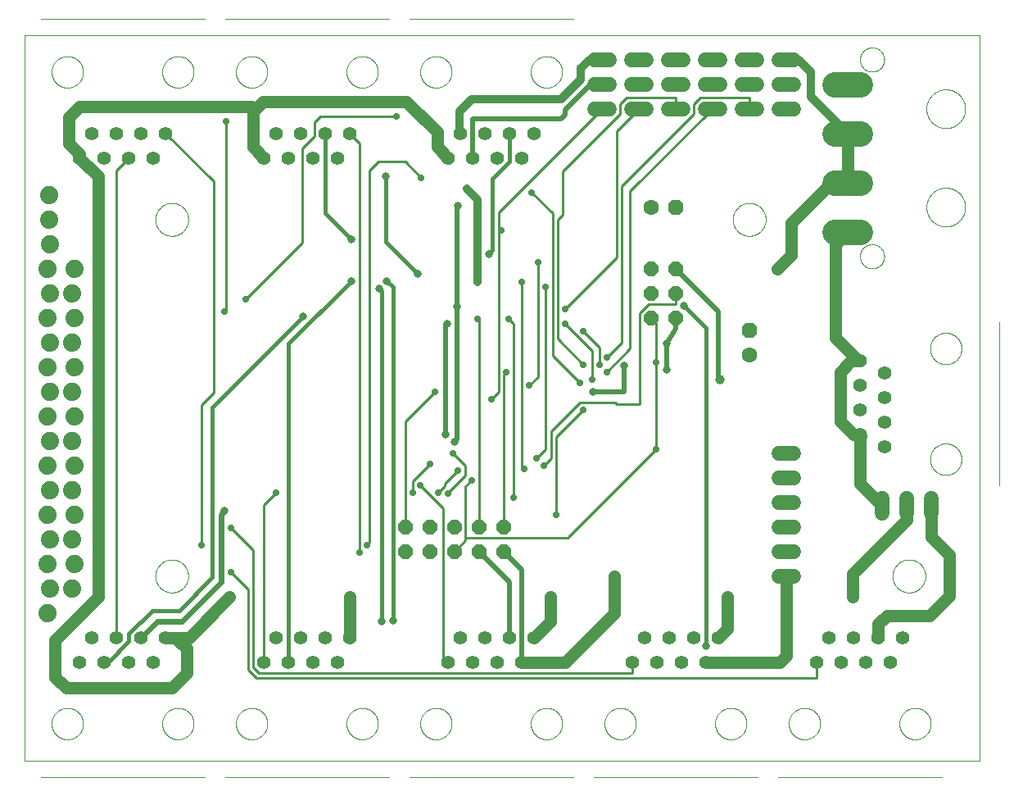
<source format=gbl>
G75*
%MOIN*%
%OFA0B0*%
%FSLAX25Y25*%
%IPPOS*%
%LPD*%
%AMOC8*
5,1,8,0,0,1.08239X$1,22.5*
%
%ADD10C,0.00000*%
%ADD11OC8,0.06000*%
%ADD12C,0.10236*%
%ADD13C,0.00039*%
%ADD14C,0.05543*%
%ADD15C,0.06000*%
%ADD16OC8,0.06300*%
%ADD17C,0.06300*%
%ADD18C,0.07400*%
%ADD19C,0.02000*%
%ADD20C,0.03175*%
%ADD21C,0.03200*%
%ADD22C,0.05000*%
%ADD23C,0.03962*%
%ADD24C,0.02400*%
%ADD25C,0.01000*%
%ADD26C,0.02900*%
%ADD27C,0.01600*%
D10*
X0004867Y0017038D02*
X0004867Y0311998D01*
X0393567Y0311998D01*
X0393567Y0017038D01*
X0004867Y0017038D01*
X0015967Y0032038D02*
X0015969Y0032198D01*
X0015975Y0032357D01*
X0015985Y0032516D01*
X0015999Y0032675D01*
X0016017Y0032834D01*
X0016038Y0032992D01*
X0016064Y0033149D01*
X0016094Y0033306D01*
X0016127Y0033462D01*
X0016165Y0033617D01*
X0016206Y0033771D01*
X0016251Y0033924D01*
X0016300Y0034076D01*
X0016353Y0034227D01*
X0016409Y0034376D01*
X0016470Y0034524D01*
X0016533Y0034670D01*
X0016601Y0034815D01*
X0016672Y0034958D01*
X0016746Y0035099D01*
X0016824Y0035238D01*
X0016906Y0035375D01*
X0016991Y0035510D01*
X0017079Y0035643D01*
X0017171Y0035774D01*
X0017265Y0035902D01*
X0017363Y0036028D01*
X0017464Y0036152D01*
X0017568Y0036273D01*
X0017675Y0036391D01*
X0017785Y0036507D01*
X0017898Y0036620D01*
X0018014Y0036730D01*
X0018132Y0036837D01*
X0018253Y0036941D01*
X0018377Y0037042D01*
X0018503Y0037140D01*
X0018631Y0037234D01*
X0018762Y0037326D01*
X0018895Y0037414D01*
X0019030Y0037499D01*
X0019167Y0037581D01*
X0019306Y0037659D01*
X0019447Y0037733D01*
X0019590Y0037804D01*
X0019735Y0037872D01*
X0019881Y0037935D01*
X0020029Y0037996D01*
X0020178Y0038052D01*
X0020329Y0038105D01*
X0020481Y0038154D01*
X0020634Y0038199D01*
X0020788Y0038240D01*
X0020943Y0038278D01*
X0021099Y0038311D01*
X0021256Y0038341D01*
X0021413Y0038367D01*
X0021571Y0038388D01*
X0021730Y0038406D01*
X0021889Y0038420D01*
X0022048Y0038430D01*
X0022207Y0038436D01*
X0022367Y0038438D01*
X0022527Y0038436D01*
X0022686Y0038430D01*
X0022845Y0038420D01*
X0023004Y0038406D01*
X0023163Y0038388D01*
X0023321Y0038367D01*
X0023478Y0038341D01*
X0023635Y0038311D01*
X0023791Y0038278D01*
X0023946Y0038240D01*
X0024100Y0038199D01*
X0024253Y0038154D01*
X0024405Y0038105D01*
X0024556Y0038052D01*
X0024705Y0037996D01*
X0024853Y0037935D01*
X0024999Y0037872D01*
X0025144Y0037804D01*
X0025287Y0037733D01*
X0025428Y0037659D01*
X0025567Y0037581D01*
X0025704Y0037499D01*
X0025839Y0037414D01*
X0025972Y0037326D01*
X0026103Y0037234D01*
X0026231Y0037140D01*
X0026357Y0037042D01*
X0026481Y0036941D01*
X0026602Y0036837D01*
X0026720Y0036730D01*
X0026836Y0036620D01*
X0026949Y0036507D01*
X0027059Y0036391D01*
X0027166Y0036273D01*
X0027270Y0036152D01*
X0027371Y0036028D01*
X0027469Y0035902D01*
X0027563Y0035774D01*
X0027655Y0035643D01*
X0027743Y0035510D01*
X0027828Y0035375D01*
X0027910Y0035238D01*
X0027988Y0035099D01*
X0028062Y0034958D01*
X0028133Y0034815D01*
X0028201Y0034670D01*
X0028264Y0034524D01*
X0028325Y0034376D01*
X0028381Y0034227D01*
X0028434Y0034076D01*
X0028483Y0033924D01*
X0028528Y0033771D01*
X0028569Y0033617D01*
X0028607Y0033462D01*
X0028640Y0033306D01*
X0028670Y0033149D01*
X0028696Y0032992D01*
X0028717Y0032834D01*
X0028735Y0032675D01*
X0028749Y0032516D01*
X0028759Y0032357D01*
X0028765Y0032198D01*
X0028767Y0032038D01*
X0028765Y0031878D01*
X0028759Y0031719D01*
X0028749Y0031560D01*
X0028735Y0031401D01*
X0028717Y0031242D01*
X0028696Y0031084D01*
X0028670Y0030927D01*
X0028640Y0030770D01*
X0028607Y0030614D01*
X0028569Y0030459D01*
X0028528Y0030305D01*
X0028483Y0030152D01*
X0028434Y0030000D01*
X0028381Y0029849D01*
X0028325Y0029700D01*
X0028264Y0029552D01*
X0028201Y0029406D01*
X0028133Y0029261D01*
X0028062Y0029118D01*
X0027988Y0028977D01*
X0027910Y0028838D01*
X0027828Y0028701D01*
X0027743Y0028566D01*
X0027655Y0028433D01*
X0027563Y0028302D01*
X0027469Y0028174D01*
X0027371Y0028048D01*
X0027270Y0027924D01*
X0027166Y0027803D01*
X0027059Y0027685D01*
X0026949Y0027569D01*
X0026836Y0027456D01*
X0026720Y0027346D01*
X0026602Y0027239D01*
X0026481Y0027135D01*
X0026357Y0027034D01*
X0026231Y0026936D01*
X0026103Y0026842D01*
X0025972Y0026750D01*
X0025839Y0026662D01*
X0025704Y0026577D01*
X0025567Y0026495D01*
X0025428Y0026417D01*
X0025287Y0026343D01*
X0025144Y0026272D01*
X0024999Y0026204D01*
X0024853Y0026141D01*
X0024705Y0026080D01*
X0024556Y0026024D01*
X0024405Y0025971D01*
X0024253Y0025922D01*
X0024100Y0025877D01*
X0023946Y0025836D01*
X0023791Y0025798D01*
X0023635Y0025765D01*
X0023478Y0025735D01*
X0023321Y0025709D01*
X0023163Y0025688D01*
X0023004Y0025670D01*
X0022845Y0025656D01*
X0022686Y0025646D01*
X0022527Y0025640D01*
X0022367Y0025638D01*
X0022207Y0025640D01*
X0022048Y0025646D01*
X0021889Y0025656D01*
X0021730Y0025670D01*
X0021571Y0025688D01*
X0021413Y0025709D01*
X0021256Y0025735D01*
X0021099Y0025765D01*
X0020943Y0025798D01*
X0020788Y0025836D01*
X0020634Y0025877D01*
X0020481Y0025922D01*
X0020329Y0025971D01*
X0020178Y0026024D01*
X0020029Y0026080D01*
X0019881Y0026141D01*
X0019735Y0026204D01*
X0019590Y0026272D01*
X0019447Y0026343D01*
X0019306Y0026417D01*
X0019167Y0026495D01*
X0019030Y0026577D01*
X0018895Y0026662D01*
X0018762Y0026750D01*
X0018631Y0026842D01*
X0018503Y0026936D01*
X0018377Y0027034D01*
X0018253Y0027135D01*
X0018132Y0027239D01*
X0018014Y0027346D01*
X0017898Y0027456D01*
X0017785Y0027569D01*
X0017675Y0027685D01*
X0017568Y0027803D01*
X0017464Y0027924D01*
X0017363Y0028048D01*
X0017265Y0028174D01*
X0017171Y0028302D01*
X0017079Y0028433D01*
X0016991Y0028566D01*
X0016906Y0028701D01*
X0016824Y0028838D01*
X0016746Y0028977D01*
X0016672Y0029118D01*
X0016601Y0029261D01*
X0016533Y0029406D01*
X0016470Y0029552D01*
X0016409Y0029700D01*
X0016353Y0029849D01*
X0016300Y0030000D01*
X0016251Y0030152D01*
X0016206Y0030305D01*
X0016165Y0030459D01*
X0016127Y0030614D01*
X0016094Y0030770D01*
X0016064Y0030927D01*
X0016038Y0031084D01*
X0016017Y0031242D01*
X0015999Y0031401D01*
X0015985Y0031560D01*
X0015975Y0031719D01*
X0015969Y0031878D01*
X0015967Y0032038D01*
X0060967Y0032038D02*
X0060969Y0032198D01*
X0060975Y0032357D01*
X0060985Y0032516D01*
X0060999Y0032675D01*
X0061017Y0032834D01*
X0061038Y0032992D01*
X0061064Y0033149D01*
X0061094Y0033306D01*
X0061127Y0033462D01*
X0061165Y0033617D01*
X0061206Y0033771D01*
X0061251Y0033924D01*
X0061300Y0034076D01*
X0061353Y0034227D01*
X0061409Y0034376D01*
X0061470Y0034524D01*
X0061533Y0034670D01*
X0061601Y0034815D01*
X0061672Y0034958D01*
X0061746Y0035099D01*
X0061824Y0035238D01*
X0061906Y0035375D01*
X0061991Y0035510D01*
X0062079Y0035643D01*
X0062171Y0035774D01*
X0062265Y0035902D01*
X0062363Y0036028D01*
X0062464Y0036152D01*
X0062568Y0036273D01*
X0062675Y0036391D01*
X0062785Y0036507D01*
X0062898Y0036620D01*
X0063014Y0036730D01*
X0063132Y0036837D01*
X0063253Y0036941D01*
X0063377Y0037042D01*
X0063503Y0037140D01*
X0063631Y0037234D01*
X0063762Y0037326D01*
X0063895Y0037414D01*
X0064030Y0037499D01*
X0064167Y0037581D01*
X0064306Y0037659D01*
X0064447Y0037733D01*
X0064590Y0037804D01*
X0064735Y0037872D01*
X0064881Y0037935D01*
X0065029Y0037996D01*
X0065178Y0038052D01*
X0065329Y0038105D01*
X0065481Y0038154D01*
X0065634Y0038199D01*
X0065788Y0038240D01*
X0065943Y0038278D01*
X0066099Y0038311D01*
X0066256Y0038341D01*
X0066413Y0038367D01*
X0066571Y0038388D01*
X0066730Y0038406D01*
X0066889Y0038420D01*
X0067048Y0038430D01*
X0067207Y0038436D01*
X0067367Y0038438D01*
X0067527Y0038436D01*
X0067686Y0038430D01*
X0067845Y0038420D01*
X0068004Y0038406D01*
X0068163Y0038388D01*
X0068321Y0038367D01*
X0068478Y0038341D01*
X0068635Y0038311D01*
X0068791Y0038278D01*
X0068946Y0038240D01*
X0069100Y0038199D01*
X0069253Y0038154D01*
X0069405Y0038105D01*
X0069556Y0038052D01*
X0069705Y0037996D01*
X0069853Y0037935D01*
X0069999Y0037872D01*
X0070144Y0037804D01*
X0070287Y0037733D01*
X0070428Y0037659D01*
X0070567Y0037581D01*
X0070704Y0037499D01*
X0070839Y0037414D01*
X0070972Y0037326D01*
X0071103Y0037234D01*
X0071231Y0037140D01*
X0071357Y0037042D01*
X0071481Y0036941D01*
X0071602Y0036837D01*
X0071720Y0036730D01*
X0071836Y0036620D01*
X0071949Y0036507D01*
X0072059Y0036391D01*
X0072166Y0036273D01*
X0072270Y0036152D01*
X0072371Y0036028D01*
X0072469Y0035902D01*
X0072563Y0035774D01*
X0072655Y0035643D01*
X0072743Y0035510D01*
X0072828Y0035375D01*
X0072910Y0035238D01*
X0072988Y0035099D01*
X0073062Y0034958D01*
X0073133Y0034815D01*
X0073201Y0034670D01*
X0073264Y0034524D01*
X0073325Y0034376D01*
X0073381Y0034227D01*
X0073434Y0034076D01*
X0073483Y0033924D01*
X0073528Y0033771D01*
X0073569Y0033617D01*
X0073607Y0033462D01*
X0073640Y0033306D01*
X0073670Y0033149D01*
X0073696Y0032992D01*
X0073717Y0032834D01*
X0073735Y0032675D01*
X0073749Y0032516D01*
X0073759Y0032357D01*
X0073765Y0032198D01*
X0073767Y0032038D01*
X0073765Y0031878D01*
X0073759Y0031719D01*
X0073749Y0031560D01*
X0073735Y0031401D01*
X0073717Y0031242D01*
X0073696Y0031084D01*
X0073670Y0030927D01*
X0073640Y0030770D01*
X0073607Y0030614D01*
X0073569Y0030459D01*
X0073528Y0030305D01*
X0073483Y0030152D01*
X0073434Y0030000D01*
X0073381Y0029849D01*
X0073325Y0029700D01*
X0073264Y0029552D01*
X0073201Y0029406D01*
X0073133Y0029261D01*
X0073062Y0029118D01*
X0072988Y0028977D01*
X0072910Y0028838D01*
X0072828Y0028701D01*
X0072743Y0028566D01*
X0072655Y0028433D01*
X0072563Y0028302D01*
X0072469Y0028174D01*
X0072371Y0028048D01*
X0072270Y0027924D01*
X0072166Y0027803D01*
X0072059Y0027685D01*
X0071949Y0027569D01*
X0071836Y0027456D01*
X0071720Y0027346D01*
X0071602Y0027239D01*
X0071481Y0027135D01*
X0071357Y0027034D01*
X0071231Y0026936D01*
X0071103Y0026842D01*
X0070972Y0026750D01*
X0070839Y0026662D01*
X0070704Y0026577D01*
X0070567Y0026495D01*
X0070428Y0026417D01*
X0070287Y0026343D01*
X0070144Y0026272D01*
X0069999Y0026204D01*
X0069853Y0026141D01*
X0069705Y0026080D01*
X0069556Y0026024D01*
X0069405Y0025971D01*
X0069253Y0025922D01*
X0069100Y0025877D01*
X0068946Y0025836D01*
X0068791Y0025798D01*
X0068635Y0025765D01*
X0068478Y0025735D01*
X0068321Y0025709D01*
X0068163Y0025688D01*
X0068004Y0025670D01*
X0067845Y0025656D01*
X0067686Y0025646D01*
X0067527Y0025640D01*
X0067367Y0025638D01*
X0067207Y0025640D01*
X0067048Y0025646D01*
X0066889Y0025656D01*
X0066730Y0025670D01*
X0066571Y0025688D01*
X0066413Y0025709D01*
X0066256Y0025735D01*
X0066099Y0025765D01*
X0065943Y0025798D01*
X0065788Y0025836D01*
X0065634Y0025877D01*
X0065481Y0025922D01*
X0065329Y0025971D01*
X0065178Y0026024D01*
X0065029Y0026080D01*
X0064881Y0026141D01*
X0064735Y0026204D01*
X0064590Y0026272D01*
X0064447Y0026343D01*
X0064306Y0026417D01*
X0064167Y0026495D01*
X0064030Y0026577D01*
X0063895Y0026662D01*
X0063762Y0026750D01*
X0063631Y0026842D01*
X0063503Y0026936D01*
X0063377Y0027034D01*
X0063253Y0027135D01*
X0063132Y0027239D01*
X0063014Y0027346D01*
X0062898Y0027456D01*
X0062785Y0027569D01*
X0062675Y0027685D01*
X0062568Y0027803D01*
X0062464Y0027924D01*
X0062363Y0028048D01*
X0062265Y0028174D01*
X0062171Y0028302D01*
X0062079Y0028433D01*
X0061991Y0028566D01*
X0061906Y0028701D01*
X0061824Y0028838D01*
X0061746Y0028977D01*
X0061672Y0029118D01*
X0061601Y0029261D01*
X0061533Y0029406D01*
X0061470Y0029552D01*
X0061409Y0029700D01*
X0061353Y0029849D01*
X0061300Y0030000D01*
X0061251Y0030152D01*
X0061206Y0030305D01*
X0061165Y0030459D01*
X0061127Y0030614D01*
X0061094Y0030770D01*
X0061064Y0030927D01*
X0061038Y0031084D01*
X0061017Y0031242D01*
X0060999Y0031401D01*
X0060985Y0031560D01*
X0060975Y0031719D01*
X0060969Y0031878D01*
X0060967Y0032038D01*
X0090967Y0032038D02*
X0090969Y0032198D01*
X0090975Y0032357D01*
X0090985Y0032516D01*
X0090999Y0032675D01*
X0091017Y0032834D01*
X0091038Y0032992D01*
X0091064Y0033149D01*
X0091094Y0033306D01*
X0091127Y0033462D01*
X0091165Y0033617D01*
X0091206Y0033771D01*
X0091251Y0033924D01*
X0091300Y0034076D01*
X0091353Y0034227D01*
X0091409Y0034376D01*
X0091470Y0034524D01*
X0091533Y0034670D01*
X0091601Y0034815D01*
X0091672Y0034958D01*
X0091746Y0035099D01*
X0091824Y0035238D01*
X0091906Y0035375D01*
X0091991Y0035510D01*
X0092079Y0035643D01*
X0092171Y0035774D01*
X0092265Y0035902D01*
X0092363Y0036028D01*
X0092464Y0036152D01*
X0092568Y0036273D01*
X0092675Y0036391D01*
X0092785Y0036507D01*
X0092898Y0036620D01*
X0093014Y0036730D01*
X0093132Y0036837D01*
X0093253Y0036941D01*
X0093377Y0037042D01*
X0093503Y0037140D01*
X0093631Y0037234D01*
X0093762Y0037326D01*
X0093895Y0037414D01*
X0094030Y0037499D01*
X0094167Y0037581D01*
X0094306Y0037659D01*
X0094447Y0037733D01*
X0094590Y0037804D01*
X0094735Y0037872D01*
X0094881Y0037935D01*
X0095029Y0037996D01*
X0095178Y0038052D01*
X0095329Y0038105D01*
X0095481Y0038154D01*
X0095634Y0038199D01*
X0095788Y0038240D01*
X0095943Y0038278D01*
X0096099Y0038311D01*
X0096256Y0038341D01*
X0096413Y0038367D01*
X0096571Y0038388D01*
X0096730Y0038406D01*
X0096889Y0038420D01*
X0097048Y0038430D01*
X0097207Y0038436D01*
X0097367Y0038438D01*
X0097527Y0038436D01*
X0097686Y0038430D01*
X0097845Y0038420D01*
X0098004Y0038406D01*
X0098163Y0038388D01*
X0098321Y0038367D01*
X0098478Y0038341D01*
X0098635Y0038311D01*
X0098791Y0038278D01*
X0098946Y0038240D01*
X0099100Y0038199D01*
X0099253Y0038154D01*
X0099405Y0038105D01*
X0099556Y0038052D01*
X0099705Y0037996D01*
X0099853Y0037935D01*
X0099999Y0037872D01*
X0100144Y0037804D01*
X0100287Y0037733D01*
X0100428Y0037659D01*
X0100567Y0037581D01*
X0100704Y0037499D01*
X0100839Y0037414D01*
X0100972Y0037326D01*
X0101103Y0037234D01*
X0101231Y0037140D01*
X0101357Y0037042D01*
X0101481Y0036941D01*
X0101602Y0036837D01*
X0101720Y0036730D01*
X0101836Y0036620D01*
X0101949Y0036507D01*
X0102059Y0036391D01*
X0102166Y0036273D01*
X0102270Y0036152D01*
X0102371Y0036028D01*
X0102469Y0035902D01*
X0102563Y0035774D01*
X0102655Y0035643D01*
X0102743Y0035510D01*
X0102828Y0035375D01*
X0102910Y0035238D01*
X0102988Y0035099D01*
X0103062Y0034958D01*
X0103133Y0034815D01*
X0103201Y0034670D01*
X0103264Y0034524D01*
X0103325Y0034376D01*
X0103381Y0034227D01*
X0103434Y0034076D01*
X0103483Y0033924D01*
X0103528Y0033771D01*
X0103569Y0033617D01*
X0103607Y0033462D01*
X0103640Y0033306D01*
X0103670Y0033149D01*
X0103696Y0032992D01*
X0103717Y0032834D01*
X0103735Y0032675D01*
X0103749Y0032516D01*
X0103759Y0032357D01*
X0103765Y0032198D01*
X0103767Y0032038D01*
X0103765Y0031878D01*
X0103759Y0031719D01*
X0103749Y0031560D01*
X0103735Y0031401D01*
X0103717Y0031242D01*
X0103696Y0031084D01*
X0103670Y0030927D01*
X0103640Y0030770D01*
X0103607Y0030614D01*
X0103569Y0030459D01*
X0103528Y0030305D01*
X0103483Y0030152D01*
X0103434Y0030000D01*
X0103381Y0029849D01*
X0103325Y0029700D01*
X0103264Y0029552D01*
X0103201Y0029406D01*
X0103133Y0029261D01*
X0103062Y0029118D01*
X0102988Y0028977D01*
X0102910Y0028838D01*
X0102828Y0028701D01*
X0102743Y0028566D01*
X0102655Y0028433D01*
X0102563Y0028302D01*
X0102469Y0028174D01*
X0102371Y0028048D01*
X0102270Y0027924D01*
X0102166Y0027803D01*
X0102059Y0027685D01*
X0101949Y0027569D01*
X0101836Y0027456D01*
X0101720Y0027346D01*
X0101602Y0027239D01*
X0101481Y0027135D01*
X0101357Y0027034D01*
X0101231Y0026936D01*
X0101103Y0026842D01*
X0100972Y0026750D01*
X0100839Y0026662D01*
X0100704Y0026577D01*
X0100567Y0026495D01*
X0100428Y0026417D01*
X0100287Y0026343D01*
X0100144Y0026272D01*
X0099999Y0026204D01*
X0099853Y0026141D01*
X0099705Y0026080D01*
X0099556Y0026024D01*
X0099405Y0025971D01*
X0099253Y0025922D01*
X0099100Y0025877D01*
X0098946Y0025836D01*
X0098791Y0025798D01*
X0098635Y0025765D01*
X0098478Y0025735D01*
X0098321Y0025709D01*
X0098163Y0025688D01*
X0098004Y0025670D01*
X0097845Y0025656D01*
X0097686Y0025646D01*
X0097527Y0025640D01*
X0097367Y0025638D01*
X0097207Y0025640D01*
X0097048Y0025646D01*
X0096889Y0025656D01*
X0096730Y0025670D01*
X0096571Y0025688D01*
X0096413Y0025709D01*
X0096256Y0025735D01*
X0096099Y0025765D01*
X0095943Y0025798D01*
X0095788Y0025836D01*
X0095634Y0025877D01*
X0095481Y0025922D01*
X0095329Y0025971D01*
X0095178Y0026024D01*
X0095029Y0026080D01*
X0094881Y0026141D01*
X0094735Y0026204D01*
X0094590Y0026272D01*
X0094447Y0026343D01*
X0094306Y0026417D01*
X0094167Y0026495D01*
X0094030Y0026577D01*
X0093895Y0026662D01*
X0093762Y0026750D01*
X0093631Y0026842D01*
X0093503Y0026936D01*
X0093377Y0027034D01*
X0093253Y0027135D01*
X0093132Y0027239D01*
X0093014Y0027346D01*
X0092898Y0027456D01*
X0092785Y0027569D01*
X0092675Y0027685D01*
X0092568Y0027803D01*
X0092464Y0027924D01*
X0092363Y0028048D01*
X0092265Y0028174D01*
X0092171Y0028302D01*
X0092079Y0028433D01*
X0091991Y0028566D01*
X0091906Y0028701D01*
X0091824Y0028838D01*
X0091746Y0028977D01*
X0091672Y0029118D01*
X0091601Y0029261D01*
X0091533Y0029406D01*
X0091470Y0029552D01*
X0091409Y0029700D01*
X0091353Y0029849D01*
X0091300Y0030000D01*
X0091251Y0030152D01*
X0091206Y0030305D01*
X0091165Y0030459D01*
X0091127Y0030614D01*
X0091094Y0030770D01*
X0091064Y0030927D01*
X0091038Y0031084D01*
X0091017Y0031242D01*
X0090999Y0031401D01*
X0090985Y0031560D01*
X0090975Y0031719D01*
X0090969Y0031878D01*
X0090967Y0032038D01*
X0135967Y0032038D02*
X0135969Y0032198D01*
X0135975Y0032357D01*
X0135985Y0032516D01*
X0135999Y0032675D01*
X0136017Y0032834D01*
X0136038Y0032992D01*
X0136064Y0033149D01*
X0136094Y0033306D01*
X0136127Y0033462D01*
X0136165Y0033617D01*
X0136206Y0033771D01*
X0136251Y0033924D01*
X0136300Y0034076D01*
X0136353Y0034227D01*
X0136409Y0034376D01*
X0136470Y0034524D01*
X0136533Y0034670D01*
X0136601Y0034815D01*
X0136672Y0034958D01*
X0136746Y0035099D01*
X0136824Y0035238D01*
X0136906Y0035375D01*
X0136991Y0035510D01*
X0137079Y0035643D01*
X0137171Y0035774D01*
X0137265Y0035902D01*
X0137363Y0036028D01*
X0137464Y0036152D01*
X0137568Y0036273D01*
X0137675Y0036391D01*
X0137785Y0036507D01*
X0137898Y0036620D01*
X0138014Y0036730D01*
X0138132Y0036837D01*
X0138253Y0036941D01*
X0138377Y0037042D01*
X0138503Y0037140D01*
X0138631Y0037234D01*
X0138762Y0037326D01*
X0138895Y0037414D01*
X0139030Y0037499D01*
X0139167Y0037581D01*
X0139306Y0037659D01*
X0139447Y0037733D01*
X0139590Y0037804D01*
X0139735Y0037872D01*
X0139881Y0037935D01*
X0140029Y0037996D01*
X0140178Y0038052D01*
X0140329Y0038105D01*
X0140481Y0038154D01*
X0140634Y0038199D01*
X0140788Y0038240D01*
X0140943Y0038278D01*
X0141099Y0038311D01*
X0141256Y0038341D01*
X0141413Y0038367D01*
X0141571Y0038388D01*
X0141730Y0038406D01*
X0141889Y0038420D01*
X0142048Y0038430D01*
X0142207Y0038436D01*
X0142367Y0038438D01*
X0142527Y0038436D01*
X0142686Y0038430D01*
X0142845Y0038420D01*
X0143004Y0038406D01*
X0143163Y0038388D01*
X0143321Y0038367D01*
X0143478Y0038341D01*
X0143635Y0038311D01*
X0143791Y0038278D01*
X0143946Y0038240D01*
X0144100Y0038199D01*
X0144253Y0038154D01*
X0144405Y0038105D01*
X0144556Y0038052D01*
X0144705Y0037996D01*
X0144853Y0037935D01*
X0144999Y0037872D01*
X0145144Y0037804D01*
X0145287Y0037733D01*
X0145428Y0037659D01*
X0145567Y0037581D01*
X0145704Y0037499D01*
X0145839Y0037414D01*
X0145972Y0037326D01*
X0146103Y0037234D01*
X0146231Y0037140D01*
X0146357Y0037042D01*
X0146481Y0036941D01*
X0146602Y0036837D01*
X0146720Y0036730D01*
X0146836Y0036620D01*
X0146949Y0036507D01*
X0147059Y0036391D01*
X0147166Y0036273D01*
X0147270Y0036152D01*
X0147371Y0036028D01*
X0147469Y0035902D01*
X0147563Y0035774D01*
X0147655Y0035643D01*
X0147743Y0035510D01*
X0147828Y0035375D01*
X0147910Y0035238D01*
X0147988Y0035099D01*
X0148062Y0034958D01*
X0148133Y0034815D01*
X0148201Y0034670D01*
X0148264Y0034524D01*
X0148325Y0034376D01*
X0148381Y0034227D01*
X0148434Y0034076D01*
X0148483Y0033924D01*
X0148528Y0033771D01*
X0148569Y0033617D01*
X0148607Y0033462D01*
X0148640Y0033306D01*
X0148670Y0033149D01*
X0148696Y0032992D01*
X0148717Y0032834D01*
X0148735Y0032675D01*
X0148749Y0032516D01*
X0148759Y0032357D01*
X0148765Y0032198D01*
X0148767Y0032038D01*
X0148765Y0031878D01*
X0148759Y0031719D01*
X0148749Y0031560D01*
X0148735Y0031401D01*
X0148717Y0031242D01*
X0148696Y0031084D01*
X0148670Y0030927D01*
X0148640Y0030770D01*
X0148607Y0030614D01*
X0148569Y0030459D01*
X0148528Y0030305D01*
X0148483Y0030152D01*
X0148434Y0030000D01*
X0148381Y0029849D01*
X0148325Y0029700D01*
X0148264Y0029552D01*
X0148201Y0029406D01*
X0148133Y0029261D01*
X0148062Y0029118D01*
X0147988Y0028977D01*
X0147910Y0028838D01*
X0147828Y0028701D01*
X0147743Y0028566D01*
X0147655Y0028433D01*
X0147563Y0028302D01*
X0147469Y0028174D01*
X0147371Y0028048D01*
X0147270Y0027924D01*
X0147166Y0027803D01*
X0147059Y0027685D01*
X0146949Y0027569D01*
X0146836Y0027456D01*
X0146720Y0027346D01*
X0146602Y0027239D01*
X0146481Y0027135D01*
X0146357Y0027034D01*
X0146231Y0026936D01*
X0146103Y0026842D01*
X0145972Y0026750D01*
X0145839Y0026662D01*
X0145704Y0026577D01*
X0145567Y0026495D01*
X0145428Y0026417D01*
X0145287Y0026343D01*
X0145144Y0026272D01*
X0144999Y0026204D01*
X0144853Y0026141D01*
X0144705Y0026080D01*
X0144556Y0026024D01*
X0144405Y0025971D01*
X0144253Y0025922D01*
X0144100Y0025877D01*
X0143946Y0025836D01*
X0143791Y0025798D01*
X0143635Y0025765D01*
X0143478Y0025735D01*
X0143321Y0025709D01*
X0143163Y0025688D01*
X0143004Y0025670D01*
X0142845Y0025656D01*
X0142686Y0025646D01*
X0142527Y0025640D01*
X0142367Y0025638D01*
X0142207Y0025640D01*
X0142048Y0025646D01*
X0141889Y0025656D01*
X0141730Y0025670D01*
X0141571Y0025688D01*
X0141413Y0025709D01*
X0141256Y0025735D01*
X0141099Y0025765D01*
X0140943Y0025798D01*
X0140788Y0025836D01*
X0140634Y0025877D01*
X0140481Y0025922D01*
X0140329Y0025971D01*
X0140178Y0026024D01*
X0140029Y0026080D01*
X0139881Y0026141D01*
X0139735Y0026204D01*
X0139590Y0026272D01*
X0139447Y0026343D01*
X0139306Y0026417D01*
X0139167Y0026495D01*
X0139030Y0026577D01*
X0138895Y0026662D01*
X0138762Y0026750D01*
X0138631Y0026842D01*
X0138503Y0026936D01*
X0138377Y0027034D01*
X0138253Y0027135D01*
X0138132Y0027239D01*
X0138014Y0027346D01*
X0137898Y0027456D01*
X0137785Y0027569D01*
X0137675Y0027685D01*
X0137568Y0027803D01*
X0137464Y0027924D01*
X0137363Y0028048D01*
X0137265Y0028174D01*
X0137171Y0028302D01*
X0137079Y0028433D01*
X0136991Y0028566D01*
X0136906Y0028701D01*
X0136824Y0028838D01*
X0136746Y0028977D01*
X0136672Y0029118D01*
X0136601Y0029261D01*
X0136533Y0029406D01*
X0136470Y0029552D01*
X0136409Y0029700D01*
X0136353Y0029849D01*
X0136300Y0030000D01*
X0136251Y0030152D01*
X0136206Y0030305D01*
X0136165Y0030459D01*
X0136127Y0030614D01*
X0136094Y0030770D01*
X0136064Y0030927D01*
X0136038Y0031084D01*
X0136017Y0031242D01*
X0135999Y0031401D01*
X0135985Y0031560D01*
X0135975Y0031719D01*
X0135969Y0031878D01*
X0135967Y0032038D01*
X0165967Y0032038D02*
X0165969Y0032198D01*
X0165975Y0032357D01*
X0165985Y0032516D01*
X0165999Y0032675D01*
X0166017Y0032834D01*
X0166038Y0032992D01*
X0166064Y0033149D01*
X0166094Y0033306D01*
X0166127Y0033462D01*
X0166165Y0033617D01*
X0166206Y0033771D01*
X0166251Y0033924D01*
X0166300Y0034076D01*
X0166353Y0034227D01*
X0166409Y0034376D01*
X0166470Y0034524D01*
X0166533Y0034670D01*
X0166601Y0034815D01*
X0166672Y0034958D01*
X0166746Y0035099D01*
X0166824Y0035238D01*
X0166906Y0035375D01*
X0166991Y0035510D01*
X0167079Y0035643D01*
X0167171Y0035774D01*
X0167265Y0035902D01*
X0167363Y0036028D01*
X0167464Y0036152D01*
X0167568Y0036273D01*
X0167675Y0036391D01*
X0167785Y0036507D01*
X0167898Y0036620D01*
X0168014Y0036730D01*
X0168132Y0036837D01*
X0168253Y0036941D01*
X0168377Y0037042D01*
X0168503Y0037140D01*
X0168631Y0037234D01*
X0168762Y0037326D01*
X0168895Y0037414D01*
X0169030Y0037499D01*
X0169167Y0037581D01*
X0169306Y0037659D01*
X0169447Y0037733D01*
X0169590Y0037804D01*
X0169735Y0037872D01*
X0169881Y0037935D01*
X0170029Y0037996D01*
X0170178Y0038052D01*
X0170329Y0038105D01*
X0170481Y0038154D01*
X0170634Y0038199D01*
X0170788Y0038240D01*
X0170943Y0038278D01*
X0171099Y0038311D01*
X0171256Y0038341D01*
X0171413Y0038367D01*
X0171571Y0038388D01*
X0171730Y0038406D01*
X0171889Y0038420D01*
X0172048Y0038430D01*
X0172207Y0038436D01*
X0172367Y0038438D01*
X0172527Y0038436D01*
X0172686Y0038430D01*
X0172845Y0038420D01*
X0173004Y0038406D01*
X0173163Y0038388D01*
X0173321Y0038367D01*
X0173478Y0038341D01*
X0173635Y0038311D01*
X0173791Y0038278D01*
X0173946Y0038240D01*
X0174100Y0038199D01*
X0174253Y0038154D01*
X0174405Y0038105D01*
X0174556Y0038052D01*
X0174705Y0037996D01*
X0174853Y0037935D01*
X0174999Y0037872D01*
X0175144Y0037804D01*
X0175287Y0037733D01*
X0175428Y0037659D01*
X0175567Y0037581D01*
X0175704Y0037499D01*
X0175839Y0037414D01*
X0175972Y0037326D01*
X0176103Y0037234D01*
X0176231Y0037140D01*
X0176357Y0037042D01*
X0176481Y0036941D01*
X0176602Y0036837D01*
X0176720Y0036730D01*
X0176836Y0036620D01*
X0176949Y0036507D01*
X0177059Y0036391D01*
X0177166Y0036273D01*
X0177270Y0036152D01*
X0177371Y0036028D01*
X0177469Y0035902D01*
X0177563Y0035774D01*
X0177655Y0035643D01*
X0177743Y0035510D01*
X0177828Y0035375D01*
X0177910Y0035238D01*
X0177988Y0035099D01*
X0178062Y0034958D01*
X0178133Y0034815D01*
X0178201Y0034670D01*
X0178264Y0034524D01*
X0178325Y0034376D01*
X0178381Y0034227D01*
X0178434Y0034076D01*
X0178483Y0033924D01*
X0178528Y0033771D01*
X0178569Y0033617D01*
X0178607Y0033462D01*
X0178640Y0033306D01*
X0178670Y0033149D01*
X0178696Y0032992D01*
X0178717Y0032834D01*
X0178735Y0032675D01*
X0178749Y0032516D01*
X0178759Y0032357D01*
X0178765Y0032198D01*
X0178767Y0032038D01*
X0178765Y0031878D01*
X0178759Y0031719D01*
X0178749Y0031560D01*
X0178735Y0031401D01*
X0178717Y0031242D01*
X0178696Y0031084D01*
X0178670Y0030927D01*
X0178640Y0030770D01*
X0178607Y0030614D01*
X0178569Y0030459D01*
X0178528Y0030305D01*
X0178483Y0030152D01*
X0178434Y0030000D01*
X0178381Y0029849D01*
X0178325Y0029700D01*
X0178264Y0029552D01*
X0178201Y0029406D01*
X0178133Y0029261D01*
X0178062Y0029118D01*
X0177988Y0028977D01*
X0177910Y0028838D01*
X0177828Y0028701D01*
X0177743Y0028566D01*
X0177655Y0028433D01*
X0177563Y0028302D01*
X0177469Y0028174D01*
X0177371Y0028048D01*
X0177270Y0027924D01*
X0177166Y0027803D01*
X0177059Y0027685D01*
X0176949Y0027569D01*
X0176836Y0027456D01*
X0176720Y0027346D01*
X0176602Y0027239D01*
X0176481Y0027135D01*
X0176357Y0027034D01*
X0176231Y0026936D01*
X0176103Y0026842D01*
X0175972Y0026750D01*
X0175839Y0026662D01*
X0175704Y0026577D01*
X0175567Y0026495D01*
X0175428Y0026417D01*
X0175287Y0026343D01*
X0175144Y0026272D01*
X0174999Y0026204D01*
X0174853Y0026141D01*
X0174705Y0026080D01*
X0174556Y0026024D01*
X0174405Y0025971D01*
X0174253Y0025922D01*
X0174100Y0025877D01*
X0173946Y0025836D01*
X0173791Y0025798D01*
X0173635Y0025765D01*
X0173478Y0025735D01*
X0173321Y0025709D01*
X0173163Y0025688D01*
X0173004Y0025670D01*
X0172845Y0025656D01*
X0172686Y0025646D01*
X0172527Y0025640D01*
X0172367Y0025638D01*
X0172207Y0025640D01*
X0172048Y0025646D01*
X0171889Y0025656D01*
X0171730Y0025670D01*
X0171571Y0025688D01*
X0171413Y0025709D01*
X0171256Y0025735D01*
X0171099Y0025765D01*
X0170943Y0025798D01*
X0170788Y0025836D01*
X0170634Y0025877D01*
X0170481Y0025922D01*
X0170329Y0025971D01*
X0170178Y0026024D01*
X0170029Y0026080D01*
X0169881Y0026141D01*
X0169735Y0026204D01*
X0169590Y0026272D01*
X0169447Y0026343D01*
X0169306Y0026417D01*
X0169167Y0026495D01*
X0169030Y0026577D01*
X0168895Y0026662D01*
X0168762Y0026750D01*
X0168631Y0026842D01*
X0168503Y0026936D01*
X0168377Y0027034D01*
X0168253Y0027135D01*
X0168132Y0027239D01*
X0168014Y0027346D01*
X0167898Y0027456D01*
X0167785Y0027569D01*
X0167675Y0027685D01*
X0167568Y0027803D01*
X0167464Y0027924D01*
X0167363Y0028048D01*
X0167265Y0028174D01*
X0167171Y0028302D01*
X0167079Y0028433D01*
X0166991Y0028566D01*
X0166906Y0028701D01*
X0166824Y0028838D01*
X0166746Y0028977D01*
X0166672Y0029118D01*
X0166601Y0029261D01*
X0166533Y0029406D01*
X0166470Y0029552D01*
X0166409Y0029700D01*
X0166353Y0029849D01*
X0166300Y0030000D01*
X0166251Y0030152D01*
X0166206Y0030305D01*
X0166165Y0030459D01*
X0166127Y0030614D01*
X0166094Y0030770D01*
X0166064Y0030927D01*
X0166038Y0031084D01*
X0166017Y0031242D01*
X0165999Y0031401D01*
X0165985Y0031560D01*
X0165975Y0031719D01*
X0165969Y0031878D01*
X0165967Y0032038D01*
X0210967Y0032038D02*
X0210969Y0032198D01*
X0210975Y0032357D01*
X0210985Y0032516D01*
X0210999Y0032675D01*
X0211017Y0032834D01*
X0211038Y0032992D01*
X0211064Y0033149D01*
X0211094Y0033306D01*
X0211127Y0033462D01*
X0211165Y0033617D01*
X0211206Y0033771D01*
X0211251Y0033924D01*
X0211300Y0034076D01*
X0211353Y0034227D01*
X0211409Y0034376D01*
X0211470Y0034524D01*
X0211533Y0034670D01*
X0211601Y0034815D01*
X0211672Y0034958D01*
X0211746Y0035099D01*
X0211824Y0035238D01*
X0211906Y0035375D01*
X0211991Y0035510D01*
X0212079Y0035643D01*
X0212171Y0035774D01*
X0212265Y0035902D01*
X0212363Y0036028D01*
X0212464Y0036152D01*
X0212568Y0036273D01*
X0212675Y0036391D01*
X0212785Y0036507D01*
X0212898Y0036620D01*
X0213014Y0036730D01*
X0213132Y0036837D01*
X0213253Y0036941D01*
X0213377Y0037042D01*
X0213503Y0037140D01*
X0213631Y0037234D01*
X0213762Y0037326D01*
X0213895Y0037414D01*
X0214030Y0037499D01*
X0214167Y0037581D01*
X0214306Y0037659D01*
X0214447Y0037733D01*
X0214590Y0037804D01*
X0214735Y0037872D01*
X0214881Y0037935D01*
X0215029Y0037996D01*
X0215178Y0038052D01*
X0215329Y0038105D01*
X0215481Y0038154D01*
X0215634Y0038199D01*
X0215788Y0038240D01*
X0215943Y0038278D01*
X0216099Y0038311D01*
X0216256Y0038341D01*
X0216413Y0038367D01*
X0216571Y0038388D01*
X0216730Y0038406D01*
X0216889Y0038420D01*
X0217048Y0038430D01*
X0217207Y0038436D01*
X0217367Y0038438D01*
X0217527Y0038436D01*
X0217686Y0038430D01*
X0217845Y0038420D01*
X0218004Y0038406D01*
X0218163Y0038388D01*
X0218321Y0038367D01*
X0218478Y0038341D01*
X0218635Y0038311D01*
X0218791Y0038278D01*
X0218946Y0038240D01*
X0219100Y0038199D01*
X0219253Y0038154D01*
X0219405Y0038105D01*
X0219556Y0038052D01*
X0219705Y0037996D01*
X0219853Y0037935D01*
X0219999Y0037872D01*
X0220144Y0037804D01*
X0220287Y0037733D01*
X0220428Y0037659D01*
X0220567Y0037581D01*
X0220704Y0037499D01*
X0220839Y0037414D01*
X0220972Y0037326D01*
X0221103Y0037234D01*
X0221231Y0037140D01*
X0221357Y0037042D01*
X0221481Y0036941D01*
X0221602Y0036837D01*
X0221720Y0036730D01*
X0221836Y0036620D01*
X0221949Y0036507D01*
X0222059Y0036391D01*
X0222166Y0036273D01*
X0222270Y0036152D01*
X0222371Y0036028D01*
X0222469Y0035902D01*
X0222563Y0035774D01*
X0222655Y0035643D01*
X0222743Y0035510D01*
X0222828Y0035375D01*
X0222910Y0035238D01*
X0222988Y0035099D01*
X0223062Y0034958D01*
X0223133Y0034815D01*
X0223201Y0034670D01*
X0223264Y0034524D01*
X0223325Y0034376D01*
X0223381Y0034227D01*
X0223434Y0034076D01*
X0223483Y0033924D01*
X0223528Y0033771D01*
X0223569Y0033617D01*
X0223607Y0033462D01*
X0223640Y0033306D01*
X0223670Y0033149D01*
X0223696Y0032992D01*
X0223717Y0032834D01*
X0223735Y0032675D01*
X0223749Y0032516D01*
X0223759Y0032357D01*
X0223765Y0032198D01*
X0223767Y0032038D01*
X0223765Y0031878D01*
X0223759Y0031719D01*
X0223749Y0031560D01*
X0223735Y0031401D01*
X0223717Y0031242D01*
X0223696Y0031084D01*
X0223670Y0030927D01*
X0223640Y0030770D01*
X0223607Y0030614D01*
X0223569Y0030459D01*
X0223528Y0030305D01*
X0223483Y0030152D01*
X0223434Y0030000D01*
X0223381Y0029849D01*
X0223325Y0029700D01*
X0223264Y0029552D01*
X0223201Y0029406D01*
X0223133Y0029261D01*
X0223062Y0029118D01*
X0222988Y0028977D01*
X0222910Y0028838D01*
X0222828Y0028701D01*
X0222743Y0028566D01*
X0222655Y0028433D01*
X0222563Y0028302D01*
X0222469Y0028174D01*
X0222371Y0028048D01*
X0222270Y0027924D01*
X0222166Y0027803D01*
X0222059Y0027685D01*
X0221949Y0027569D01*
X0221836Y0027456D01*
X0221720Y0027346D01*
X0221602Y0027239D01*
X0221481Y0027135D01*
X0221357Y0027034D01*
X0221231Y0026936D01*
X0221103Y0026842D01*
X0220972Y0026750D01*
X0220839Y0026662D01*
X0220704Y0026577D01*
X0220567Y0026495D01*
X0220428Y0026417D01*
X0220287Y0026343D01*
X0220144Y0026272D01*
X0219999Y0026204D01*
X0219853Y0026141D01*
X0219705Y0026080D01*
X0219556Y0026024D01*
X0219405Y0025971D01*
X0219253Y0025922D01*
X0219100Y0025877D01*
X0218946Y0025836D01*
X0218791Y0025798D01*
X0218635Y0025765D01*
X0218478Y0025735D01*
X0218321Y0025709D01*
X0218163Y0025688D01*
X0218004Y0025670D01*
X0217845Y0025656D01*
X0217686Y0025646D01*
X0217527Y0025640D01*
X0217367Y0025638D01*
X0217207Y0025640D01*
X0217048Y0025646D01*
X0216889Y0025656D01*
X0216730Y0025670D01*
X0216571Y0025688D01*
X0216413Y0025709D01*
X0216256Y0025735D01*
X0216099Y0025765D01*
X0215943Y0025798D01*
X0215788Y0025836D01*
X0215634Y0025877D01*
X0215481Y0025922D01*
X0215329Y0025971D01*
X0215178Y0026024D01*
X0215029Y0026080D01*
X0214881Y0026141D01*
X0214735Y0026204D01*
X0214590Y0026272D01*
X0214447Y0026343D01*
X0214306Y0026417D01*
X0214167Y0026495D01*
X0214030Y0026577D01*
X0213895Y0026662D01*
X0213762Y0026750D01*
X0213631Y0026842D01*
X0213503Y0026936D01*
X0213377Y0027034D01*
X0213253Y0027135D01*
X0213132Y0027239D01*
X0213014Y0027346D01*
X0212898Y0027456D01*
X0212785Y0027569D01*
X0212675Y0027685D01*
X0212568Y0027803D01*
X0212464Y0027924D01*
X0212363Y0028048D01*
X0212265Y0028174D01*
X0212171Y0028302D01*
X0212079Y0028433D01*
X0211991Y0028566D01*
X0211906Y0028701D01*
X0211824Y0028838D01*
X0211746Y0028977D01*
X0211672Y0029118D01*
X0211601Y0029261D01*
X0211533Y0029406D01*
X0211470Y0029552D01*
X0211409Y0029700D01*
X0211353Y0029849D01*
X0211300Y0030000D01*
X0211251Y0030152D01*
X0211206Y0030305D01*
X0211165Y0030459D01*
X0211127Y0030614D01*
X0211094Y0030770D01*
X0211064Y0030927D01*
X0211038Y0031084D01*
X0211017Y0031242D01*
X0210999Y0031401D01*
X0210985Y0031560D01*
X0210975Y0031719D01*
X0210969Y0031878D01*
X0210967Y0032038D01*
X0240967Y0032038D02*
X0240969Y0032198D01*
X0240975Y0032357D01*
X0240985Y0032516D01*
X0240999Y0032675D01*
X0241017Y0032834D01*
X0241038Y0032992D01*
X0241064Y0033149D01*
X0241094Y0033306D01*
X0241127Y0033462D01*
X0241165Y0033617D01*
X0241206Y0033771D01*
X0241251Y0033924D01*
X0241300Y0034076D01*
X0241353Y0034227D01*
X0241409Y0034376D01*
X0241470Y0034524D01*
X0241533Y0034670D01*
X0241601Y0034815D01*
X0241672Y0034958D01*
X0241746Y0035099D01*
X0241824Y0035238D01*
X0241906Y0035375D01*
X0241991Y0035510D01*
X0242079Y0035643D01*
X0242171Y0035774D01*
X0242265Y0035902D01*
X0242363Y0036028D01*
X0242464Y0036152D01*
X0242568Y0036273D01*
X0242675Y0036391D01*
X0242785Y0036507D01*
X0242898Y0036620D01*
X0243014Y0036730D01*
X0243132Y0036837D01*
X0243253Y0036941D01*
X0243377Y0037042D01*
X0243503Y0037140D01*
X0243631Y0037234D01*
X0243762Y0037326D01*
X0243895Y0037414D01*
X0244030Y0037499D01*
X0244167Y0037581D01*
X0244306Y0037659D01*
X0244447Y0037733D01*
X0244590Y0037804D01*
X0244735Y0037872D01*
X0244881Y0037935D01*
X0245029Y0037996D01*
X0245178Y0038052D01*
X0245329Y0038105D01*
X0245481Y0038154D01*
X0245634Y0038199D01*
X0245788Y0038240D01*
X0245943Y0038278D01*
X0246099Y0038311D01*
X0246256Y0038341D01*
X0246413Y0038367D01*
X0246571Y0038388D01*
X0246730Y0038406D01*
X0246889Y0038420D01*
X0247048Y0038430D01*
X0247207Y0038436D01*
X0247367Y0038438D01*
X0247527Y0038436D01*
X0247686Y0038430D01*
X0247845Y0038420D01*
X0248004Y0038406D01*
X0248163Y0038388D01*
X0248321Y0038367D01*
X0248478Y0038341D01*
X0248635Y0038311D01*
X0248791Y0038278D01*
X0248946Y0038240D01*
X0249100Y0038199D01*
X0249253Y0038154D01*
X0249405Y0038105D01*
X0249556Y0038052D01*
X0249705Y0037996D01*
X0249853Y0037935D01*
X0249999Y0037872D01*
X0250144Y0037804D01*
X0250287Y0037733D01*
X0250428Y0037659D01*
X0250567Y0037581D01*
X0250704Y0037499D01*
X0250839Y0037414D01*
X0250972Y0037326D01*
X0251103Y0037234D01*
X0251231Y0037140D01*
X0251357Y0037042D01*
X0251481Y0036941D01*
X0251602Y0036837D01*
X0251720Y0036730D01*
X0251836Y0036620D01*
X0251949Y0036507D01*
X0252059Y0036391D01*
X0252166Y0036273D01*
X0252270Y0036152D01*
X0252371Y0036028D01*
X0252469Y0035902D01*
X0252563Y0035774D01*
X0252655Y0035643D01*
X0252743Y0035510D01*
X0252828Y0035375D01*
X0252910Y0035238D01*
X0252988Y0035099D01*
X0253062Y0034958D01*
X0253133Y0034815D01*
X0253201Y0034670D01*
X0253264Y0034524D01*
X0253325Y0034376D01*
X0253381Y0034227D01*
X0253434Y0034076D01*
X0253483Y0033924D01*
X0253528Y0033771D01*
X0253569Y0033617D01*
X0253607Y0033462D01*
X0253640Y0033306D01*
X0253670Y0033149D01*
X0253696Y0032992D01*
X0253717Y0032834D01*
X0253735Y0032675D01*
X0253749Y0032516D01*
X0253759Y0032357D01*
X0253765Y0032198D01*
X0253767Y0032038D01*
X0253765Y0031878D01*
X0253759Y0031719D01*
X0253749Y0031560D01*
X0253735Y0031401D01*
X0253717Y0031242D01*
X0253696Y0031084D01*
X0253670Y0030927D01*
X0253640Y0030770D01*
X0253607Y0030614D01*
X0253569Y0030459D01*
X0253528Y0030305D01*
X0253483Y0030152D01*
X0253434Y0030000D01*
X0253381Y0029849D01*
X0253325Y0029700D01*
X0253264Y0029552D01*
X0253201Y0029406D01*
X0253133Y0029261D01*
X0253062Y0029118D01*
X0252988Y0028977D01*
X0252910Y0028838D01*
X0252828Y0028701D01*
X0252743Y0028566D01*
X0252655Y0028433D01*
X0252563Y0028302D01*
X0252469Y0028174D01*
X0252371Y0028048D01*
X0252270Y0027924D01*
X0252166Y0027803D01*
X0252059Y0027685D01*
X0251949Y0027569D01*
X0251836Y0027456D01*
X0251720Y0027346D01*
X0251602Y0027239D01*
X0251481Y0027135D01*
X0251357Y0027034D01*
X0251231Y0026936D01*
X0251103Y0026842D01*
X0250972Y0026750D01*
X0250839Y0026662D01*
X0250704Y0026577D01*
X0250567Y0026495D01*
X0250428Y0026417D01*
X0250287Y0026343D01*
X0250144Y0026272D01*
X0249999Y0026204D01*
X0249853Y0026141D01*
X0249705Y0026080D01*
X0249556Y0026024D01*
X0249405Y0025971D01*
X0249253Y0025922D01*
X0249100Y0025877D01*
X0248946Y0025836D01*
X0248791Y0025798D01*
X0248635Y0025765D01*
X0248478Y0025735D01*
X0248321Y0025709D01*
X0248163Y0025688D01*
X0248004Y0025670D01*
X0247845Y0025656D01*
X0247686Y0025646D01*
X0247527Y0025640D01*
X0247367Y0025638D01*
X0247207Y0025640D01*
X0247048Y0025646D01*
X0246889Y0025656D01*
X0246730Y0025670D01*
X0246571Y0025688D01*
X0246413Y0025709D01*
X0246256Y0025735D01*
X0246099Y0025765D01*
X0245943Y0025798D01*
X0245788Y0025836D01*
X0245634Y0025877D01*
X0245481Y0025922D01*
X0245329Y0025971D01*
X0245178Y0026024D01*
X0245029Y0026080D01*
X0244881Y0026141D01*
X0244735Y0026204D01*
X0244590Y0026272D01*
X0244447Y0026343D01*
X0244306Y0026417D01*
X0244167Y0026495D01*
X0244030Y0026577D01*
X0243895Y0026662D01*
X0243762Y0026750D01*
X0243631Y0026842D01*
X0243503Y0026936D01*
X0243377Y0027034D01*
X0243253Y0027135D01*
X0243132Y0027239D01*
X0243014Y0027346D01*
X0242898Y0027456D01*
X0242785Y0027569D01*
X0242675Y0027685D01*
X0242568Y0027803D01*
X0242464Y0027924D01*
X0242363Y0028048D01*
X0242265Y0028174D01*
X0242171Y0028302D01*
X0242079Y0028433D01*
X0241991Y0028566D01*
X0241906Y0028701D01*
X0241824Y0028838D01*
X0241746Y0028977D01*
X0241672Y0029118D01*
X0241601Y0029261D01*
X0241533Y0029406D01*
X0241470Y0029552D01*
X0241409Y0029700D01*
X0241353Y0029849D01*
X0241300Y0030000D01*
X0241251Y0030152D01*
X0241206Y0030305D01*
X0241165Y0030459D01*
X0241127Y0030614D01*
X0241094Y0030770D01*
X0241064Y0030927D01*
X0241038Y0031084D01*
X0241017Y0031242D01*
X0240999Y0031401D01*
X0240985Y0031560D01*
X0240975Y0031719D01*
X0240969Y0031878D01*
X0240967Y0032038D01*
X0285967Y0032038D02*
X0285969Y0032198D01*
X0285975Y0032357D01*
X0285985Y0032516D01*
X0285999Y0032675D01*
X0286017Y0032834D01*
X0286038Y0032992D01*
X0286064Y0033149D01*
X0286094Y0033306D01*
X0286127Y0033462D01*
X0286165Y0033617D01*
X0286206Y0033771D01*
X0286251Y0033924D01*
X0286300Y0034076D01*
X0286353Y0034227D01*
X0286409Y0034376D01*
X0286470Y0034524D01*
X0286533Y0034670D01*
X0286601Y0034815D01*
X0286672Y0034958D01*
X0286746Y0035099D01*
X0286824Y0035238D01*
X0286906Y0035375D01*
X0286991Y0035510D01*
X0287079Y0035643D01*
X0287171Y0035774D01*
X0287265Y0035902D01*
X0287363Y0036028D01*
X0287464Y0036152D01*
X0287568Y0036273D01*
X0287675Y0036391D01*
X0287785Y0036507D01*
X0287898Y0036620D01*
X0288014Y0036730D01*
X0288132Y0036837D01*
X0288253Y0036941D01*
X0288377Y0037042D01*
X0288503Y0037140D01*
X0288631Y0037234D01*
X0288762Y0037326D01*
X0288895Y0037414D01*
X0289030Y0037499D01*
X0289167Y0037581D01*
X0289306Y0037659D01*
X0289447Y0037733D01*
X0289590Y0037804D01*
X0289735Y0037872D01*
X0289881Y0037935D01*
X0290029Y0037996D01*
X0290178Y0038052D01*
X0290329Y0038105D01*
X0290481Y0038154D01*
X0290634Y0038199D01*
X0290788Y0038240D01*
X0290943Y0038278D01*
X0291099Y0038311D01*
X0291256Y0038341D01*
X0291413Y0038367D01*
X0291571Y0038388D01*
X0291730Y0038406D01*
X0291889Y0038420D01*
X0292048Y0038430D01*
X0292207Y0038436D01*
X0292367Y0038438D01*
X0292527Y0038436D01*
X0292686Y0038430D01*
X0292845Y0038420D01*
X0293004Y0038406D01*
X0293163Y0038388D01*
X0293321Y0038367D01*
X0293478Y0038341D01*
X0293635Y0038311D01*
X0293791Y0038278D01*
X0293946Y0038240D01*
X0294100Y0038199D01*
X0294253Y0038154D01*
X0294405Y0038105D01*
X0294556Y0038052D01*
X0294705Y0037996D01*
X0294853Y0037935D01*
X0294999Y0037872D01*
X0295144Y0037804D01*
X0295287Y0037733D01*
X0295428Y0037659D01*
X0295567Y0037581D01*
X0295704Y0037499D01*
X0295839Y0037414D01*
X0295972Y0037326D01*
X0296103Y0037234D01*
X0296231Y0037140D01*
X0296357Y0037042D01*
X0296481Y0036941D01*
X0296602Y0036837D01*
X0296720Y0036730D01*
X0296836Y0036620D01*
X0296949Y0036507D01*
X0297059Y0036391D01*
X0297166Y0036273D01*
X0297270Y0036152D01*
X0297371Y0036028D01*
X0297469Y0035902D01*
X0297563Y0035774D01*
X0297655Y0035643D01*
X0297743Y0035510D01*
X0297828Y0035375D01*
X0297910Y0035238D01*
X0297988Y0035099D01*
X0298062Y0034958D01*
X0298133Y0034815D01*
X0298201Y0034670D01*
X0298264Y0034524D01*
X0298325Y0034376D01*
X0298381Y0034227D01*
X0298434Y0034076D01*
X0298483Y0033924D01*
X0298528Y0033771D01*
X0298569Y0033617D01*
X0298607Y0033462D01*
X0298640Y0033306D01*
X0298670Y0033149D01*
X0298696Y0032992D01*
X0298717Y0032834D01*
X0298735Y0032675D01*
X0298749Y0032516D01*
X0298759Y0032357D01*
X0298765Y0032198D01*
X0298767Y0032038D01*
X0298765Y0031878D01*
X0298759Y0031719D01*
X0298749Y0031560D01*
X0298735Y0031401D01*
X0298717Y0031242D01*
X0298696Y0031084D01*
X0298670Y0030927D01*
X0298640Y0030770D01*
X0298607Y0030614D01*
X0298569Y0030459D01*
X0298528Y0030305D01*
X0298483Y0030152D01*
X0298434Y0030000D01*
X0298381Y0029849D01*
X0298325Y0029700D01*
X0298264Y0029552D01*
X0298201Y0029406D01*
X0298133Y0029261D01*
X0298062Y0029118D01*
X0297988Y0028977D01*
X0297910Y0028838D01*
X0297828Y0028701D01*
X0297743Y0028566D01*
X0297655Y0028433D01*
X0297563Y0028302D01*
X0297469Y0028174D01*
X0297371Y0028048D01*
X0297270Y0027924D01*
X0297166Y0027803D01*
X0297059Y0027685D01*
X0296949Y0027569D01*
X0296836Y0027456D01*
X0296720Y0027346D01*
X0296602Y0027239D01*
X0296481Y0027135D01*
X0296357Y0027034D01*
X0296231Y0026936D01*
X0296103Y0026842D01*
X0295972Y0026750D01*
X0295839Y0026662D01*
X0295704Y0026577D01*
X0295567Y0026495D01*
X0295428Y0026417D01*
X0295287Y0026343D01*
X0295144Y0026272D01*
X0294999Y0026204D01*
X0294853Y0026141D01*
X0294705Y0026080D01*
X0294556Y0026024D01*
X0294405Y0025971D01*
X0294253Y0025922D01*
X0294100Y0025877D01*
X0293946Y0025836D01*
X0293791Y0025798D01*
X0293635Y0025765D01*
X0293478Y0025735D01*
X0293321Y0025709D01*
X0293163Y0025688D01*
X0293004Y0025670D01*
X0292845Y0025656D01*
X0292686Y0025646D01*
X0292527Y0025640D01*
X0292367Y0025638D01*
X0292207Y0025640D01*
X0292048Y0025646D01*
X0291889Y0025656D01*
X0291730Y0025670D01*
X0291571Y0025688D01*
X0291413Y0025709D01*
X0291256Y0025735D01*
X0291099Y0025765D01*
X0290943Y0025798D01*
X0290788Y0025836D01*
X0290634Y0025877D01*
X0290481Y0025922D01*
X0290329Y0025971D01*
X0290178Y0026024D01*
X0290029Y0026080D01*
X0289881Y0026141D01*
X0289735Y0026204D01*
X0289590Y0026272D01*
X0289447Y0026343D01*
X0289306Y0026417D01*
X0289167Y0026495D01*
X0289030Y0026577D01*
X0288895Y0026662D01*
X0288762Y0026750D01*
X0288631Y0026842D01*
X0288503Y0026936D01*
X0288377Y0027034D01*
X0288253Y0027135D01*
X0288132Y0027239D01*
X0288014Y0027346D01*
X0287898Y0027456D01*
X0287785Y0027569D01*
X0287675Y0027685D01*
X0287568Y0027803D01*
X0287464Y0027924D01*
X0287363Y0028048D01*
X0287265Y0028174D01*
X0287171Y0028302D01*
X0287079Y0028433D01*
X0286991Y0028566D01*
X0286906Y0028701D01*
X0286824Y0028838D01*
X0286746Y0028977D01*
X0286672Y0029118D01*
X0286601Y0029261D01*
X0286533Y0029406D01*
X0286470Y0029552D01*
X0286409Y0029700D01*
X0286353Y0029849D01*
X0286300Y0030000D01*
X0286251Y0030152D01*
X0286206Y0030305D01*
X0286165Y0030459D01*
X0286127Y0030614D01*
X0286094Y0030770D01*
X0286064Y0030927D01*
X0286038Y0031084D01*
X0286017Y0031242D01*
X0285999Y0031401D01*
X0285985Y0031560D01*
X0285975Y0031719D01*
X0285969Y0031878D01*
X0285967Y0032038D01*
X0315967Y0032038D02*
X0315969Y0032198D01*
X0315975Y0032357D01*
X0315985Y0032516D01*
X0315999Y0032675D01*
X0316017Y0032834D01*
X0316038Y0032992D01*
X0316064Y0033149D01*
X0316094Y0033306D01*
X0316127Y0033462D01*
X0316165Y0033617D01*
X0316206Y0033771D01*
X0316251Y0033924D01*
X0316300Y0034076D01*
X0316353Y0034227D01*
X0316409Y0034376D01*
X0316470Y0034524D01*
X0316533Y0034670D01*
X0316601Y0034815D01*
X0316672Y0034958D01*
X0316746Y0035099D01*
X0316824Y0035238D01*
X0316906Y0035375D01*
X0316991Y0035510D01*
X0317079Y0035643D01*
X0317171Y0035774D01*
X0317265Y0035902D01*
X0317363Y0036028D01*
X0317464Y0036152D01*
X0317568Y0036273D01*
X0317675Y0036391D01*
X0317785Y0036507D01*
X0317898Y0036620D01*
X0318014Y0036730D01*
X0318132Y0036837D01*
X0318253Y0036941D01*
X0318377Y0037042D01*
X0318503Y0037140D01*
X0318631Y0037234D01*
X0318762Y0037326D01*
X0318895Y0037414D01*
X0319030Y0037499D01*
X0319167Y0037581D01*
X0319306Y0037659D01*
X0319447Y0037733D01*
X0319590Y0037804D01*
X0319735Y0037872D01*
X0319881Y0037935D01*
X0320029Y0037996D01*
X0320178Y0038052D01*
X0320329Y0038105D01*
X0320481Y0038154D01*
X0320634Y0038199D01*
X0320788Y0038240D01*
X0320943Y0038278D01*
X0321099Y0038311D01*
X0321256Y0038341D01*
X0321413Y0038367D01*
X0321571Y0038388D01*
X0321730Y0038406D01*
X0321889Y0038420D01*
X0322048Y0038430D01*
X0322207Y0038436D01*
X0322367Y0038438D01*
X0322527Y0038436D01*
X0322686Y0038430D01*
X0322845Y0038420D01*
X0323004Y0038406D01*
X0323163Y0038388D01*
X0323321Y0038367D01*
X0323478Y0038341D01*
X0323635Y0038311D01*
X0323791Y0038278D01*
X0323946Y0038240D01*
X0324100Y0038199D01*
X0324253Y0038154D01*
X0324405Y0038105D01*
X0324556Y0038052D01*
X0324705Y0037996D01*
X0324853Y0037935D01*
X0324999Y0037872D01*
X0325144Y0037804D01*
X0325287Y0037733D01*
X0325428Y0037659D01*
X0325567Y0037581D01*
X0325704Y0037499D01*
X0325839Y0037414D01*
X0325972Y0037326D01*
X0326103Y0037234D01*
X0326231Y0037140D01*
X0326357Y0037042D01*
X0326481Y0036941D01*
X0326602Y0036837D01*
X0326720Y0036730D01*
X0326836Y0036620D01*
X0326949Y0036507D01*
X0327059Y0036391D01*
X0327166Y0036273D01*
X0327270Y0036152D01*
X0327371Y0036028D01*
X0327469Y0035902D01*
X0327563Y0035774D01*
X0327655Y0035643D01*
X0327743Y0035510D01*
X0327828Y0035375D01*
X0327910Y0035238D01*
X0327988Y0035099D01*
X0328062Y0034958D01*
X0328133Y0034815D01*
X0328201Y0034670D01*
X0328264Y0034524D01*
X0328325Y0034376D01*
X0328381Y0034227D01*
X0328434Y0034076D01*
X0328483Y0033924D01*
X0328528Y0033771D01*
X0328569Y0033617D01*
X0328607Y0033462D01*
X0328640Y0033306D01*
X0328670Y0033149D01*
X0328696Y0032992D01*
X0328717Y0032834D01*
X0328735Y0032675D01*
X0328749Y0032516D01*
X0328759Y0032357D01*
X0328765Y0032198D01*
X0328767Y0032038D01*
X0328765Y0031878D01*
X0328759Y0031719D01*
X0328749Y0031560D01*
X0328735Y0031401D01*
X0328717Y0031242D01*
X0328696Y0031084D01*
X0328670Y0030927D01*
X0328640Y0030770D01*
X0328607Y0030614D01*
X0328569Y0030459D01*
X0328528Y0030305D01*
X0328483Y0030152D01*
X0328434Y0030000D01*
X0328381Y0029849D01*
X0328325Y0029700D01*
X0328264Y0029552D01*
X0328201Y0029406D01*
X0328133Y0029261D01*
X0328062Y0029118D01*
X0327988Y0028977D01*
X0327910Y0028838D01*
X0327828Y0028701D01*
X0327743Y0028566D01*
X0327655Y0028433D01*
X0327563Y0028302D01*
X0327469Y0028174D01*
X0327371Y0028048D01*
X0327270Y0027924D01*
X0327166Y0027803D01*
X0327059Y0027685D01*
X0326949Y0027569D01*
X0326836Y0027456D01*
X0326720Y0027346D01*
X0326602Y0027239D01*
X0326481Y0027135D01*
X0326357Y0027034D01*
X0326231Y0026936D01*
X0326103Y0026842D01*
X0325972Y0026750D01*
X0325839Y0026662D01*
X0325704Y0026577D01*
X0325567Y0026495D01*
X0325428Y0026417D01*
X0325287Y0026343D01*
X0325144Y0026272D01*
X0324999Y0026204D01*
X0324853Y0026141D01*
X0324705Y0026080D01*
X0324556Y0026024D01*
X0324405Y0025971D01*
X0324253Y0025922D01*
X0324100Y0025877D01*
X0323946Y0025836D01*
X0323791Y0025798D01*
X0323635Y0025765D01*
X0323478Y0025735D01*
X0323321Y0025709D01*
X0323163Y0025688D01*
X0323004Y0025670D01*
X0322845Y0025656D01*
X0322686Y0025646D01*
X0322527Y0025640D01*
X0322367Y0025638D01*
X0322207Y0025640D01*
X0322048Y0025646D01*
X0321889Y0025656D01*
X0321730Y0025670D01*
X0321571Y0025688D01*
X0321413Y0025709D01*
X0321256Y0025735D01*
X0321099Y0025765D01*
X0320943Y0025798D01*
X0320788Y0025836D01*
X0320634Y0025877D01*
X0320481Y0025922D01*
X0320329Y0025971D01*
X0320178Y0026024D01*
X0320029Y0026080D01*
X0319881Y0026141D01*
X0319735Y0026204D01*
X0319590Y0026272D01*
X0319447Y0026343D01*
X0319306Y0026417D01*
X0319167Y0026495D01*
X0319030Y0026577D01*
X0318895Y0026662D01*
X0318762Y0026750D01*
X0318631Y0026842D01*
X0318503Y0026936D01*
X0318377Y0027034D01*
X0318253Y0027135D01*
X0318132Y0027239D01*
X0318014Y0027346D01*
X0317898Y0027456D01*
X0317785Y0027569D01*
X0317675Y0027685D01*
X0317568Y0027803D01*
X0317464Y0027924D01*
X0317363Y0028048D01*
X0317265Y0028174D01*
X0317171Y0028302D01*
X0317079Y0028433D01*
X0316991Y0028566D01*
X0316906Y0028701D01*
X0316824Y0028838D01*
X0316746Y0028977D01*
X0316672Y0029118D01*
X0316601Y0029261D01*
X0316533Y0029406D01*
X0316470Y0029552D01*
X0316409Y0029700D01*
X0316353Y0029849D01*
X0316300Y0030000D01*
X0316251Y0030152D01*
X0316206Y0030305D01*
X0316165Y0030459D01*
X0316127Y0030614D01*
X0316094Y0030770D01*
X0316064Y0030927D01*
X0316038Y0031084D01*
X0316017Y0031242D01*
X0315999Y0031401D01*
X0315985Y0031560D01*
X0315975Y0031719D01*
X0315969Y0031878D01*
X0315967Y0032038D01*
X0360967Y0032038D02*
X0360969Y0032198D01*
X0360975Y0032357D01*
X0360985Y0032516D01*
X0360999Y0032675D01*
X0361017Y0032834D01*
X0361038Y0032992D01*
X0361064Y0033149D01*
X0361094Y0033306D01*
X0361127Y0033462D01*
X0361165Y0033617D01*
X0361206Y0033771D01*
X0361251Y0033924D01*
X0361300Y0034076D01*
X0361353Y0034227D01*
X0361409Y0034376D01*
X0361470Y0034524D01*
X0361533Y0034670D01*
X0361601Y0034815D01*
X0361672Y0034958D01*
X0361746Y0035099D01*
X0361824Y0035238D01*
X0361906Y0035375D01*
X0361991Y0035510D01*
X0362079Y0035643D01*
X0362171Y0035774D01*
X0362265Y0035902D01*
X0362363Y0036028D01*
X0362464Y0036152D01*
X0362568Y0036273D01*
X0362675Y0036391D01*
X0362785Y0036507D01*
X0362898Y0036620D01*
X0363014Y0036730D01*
X0363132Y0036837D01*
X0363253Y0036941D01*
X0363377Y0037042D01*
X0363503Y0037140D01*
X0363631Y0037234D01*
X0363762Y0037326D01*
X0363895Y0037414D01*
X0364030Y0037499D01*
X0364167Y0037581D01*
X0364306Y0037659D01*
X0364447Y0037733D01*
X0364590Y0037804D01*
X0364735Y0037872D01*
X0364881Y0037935D01*
X0365029Y0037996D01*
X0365178Y0038052D01*
X0365329Y0038105D01*
X0365481Y0038154D01*
X0365634Y0038199D01*
X0365788Y0038240D01*
X0365943Y0038278D01*
X0366099Y0038311D01*
X0366256Y0038341D01*
X0366413Y0038367D01*
X0366571Y0038388D01*
X0366730Y0038406D01*
X0366889Y0038420D01*
X0367048Y0038430D01*
X0367207Y0038436D01*
X0367367Y0038438D01*
X0367527Y0038436D01*
X0367686Y0038430D01*
X0367845Y0038420D01*
X0368004Y0038406D01*
X0368163Y0038388D01*
X0368321Y0038367D01*
X0368478Y0038341D01*
X0368635Y0038311D01*
X0368791Y0038278D01*
X0368946Y0038240D01*
X0369100Y0038199D01*
X0369253Y0038154D01*
X0369405Y0038105D01*
X0369556Y0038052D01*
X0369705Y0037996D01*
X0369853Y0037935D01*
X0369999Y0037872D01*
X0370144Y0037804D01*
X0370287Y0037733D01*
X0370428Y0037659D01*
X0370567Y0037581D01*
X0370704Y0037499D01*
X0370839Y0037414D01*
X0370972Y0037326D01*
X0371103Y0037234D01*
X0371231Y0037140D01*
X0371357Y0037042D01*
X0371481Y0036941D01*
X0371602Y0036837D01*
X0371720Y0036730D01*
X0371836Y0036620D01*
X0371949Y0036507D01*
X0372059Y0036391D01*
X0372166Y0036273D01*
X0372270Y0036152D01*
X0372371Y0036028D01*
X0372469Y0035902D01*
X0372563Y0035774D01*
X0372655Y0035643D01*
X0372743Y0035510D01*
X0372828Y0035375D01*
X0372910Y0035238D01*
X0372988Y0035099D01*
X0373062Y0034958D01*
X0373133Y0034815D01*
X0373201Y0034670D01*
X0373264Y0034524D01*
X0373325Y0034376D01*
X0373381Y0034227D01*
X0373434Y0034076D01*
X0373483Y0033924D01*
X0373528Y0033771D01*
X0373569Y0033617D01*
X0373607Y0033462D01*
X0373640Y0033306D01*
X0373670Y0033149D01*
X0373696Y0032992D01*
X0373717Y0032834D01*
X0373735Y0032675D01*
X0373749Y0032516D01*
X0373759Y0032357D01*
X0373765Y0032198D01*
X0373767Y0032038D01*
X0373765Y0031878D01*
X0373759Y0031719D01*
X0373749Y0031560D01*
X0373735Y0031401D01*
X0373717Y0031242D01*
X0373696Y0031084D01*
X0373670Y0030927D01*
X0373640Y0030770D01*
X0373607Y0030614D01*
X0373569Y0030459D01*
X0373528Y0030305D01*
X0373483Y0030152D01*
X0373434Y0030000D01*
X0373381Y0029849D01*
X0373325Y0029700D01*
X0373264Y0029552D01*
X0373201Y0029406D01*
X0373133Y0029261D01*
X0373062Y0029118D01*
X0372988Y0028977D01*
X0372910Y0028838D01*
X0372828Y0028701D01*
X0372743Y0028566D01*
X0372655Y0028433D01*
X0372563Y0028302D01*
X0372469Y0028174D01*
X0372371Y0028048D01*
X0372270Y0027924D01*
X0372166Y0027803D01*
X0372059Y0027685D01*
X0371949Y0027569D01*
X0371836Y0027456D01*
X0371720Y0027346D01*
X0371602Y0027239D01*
X0371481Y0027135D01*
X0371357Y0027034D01*
X0371231Y0026936D01*
X0371103Y0026842D01*
X0370972Y0026750D01*
X0370839Y0026662D01*
X0370704Y0026577D01*
X0370567Y0026495D01*
X0370428Y0026417D01*
X0370287Y0026343D01*
X0370144Y0026272D01*
X0369999Y0026204D01*
X0369853Y0026141D01*
X0369705Y0026080D01*
X0369556Y0026024D01*
X0369405Y0025971D01*
X0369253Y0025922D01*
X0369100Y0025877D01*
X0368946Y0025836D01*
X0368791Y0025798D01*
X0368635Y0025765D01*
X0368478Y0025735D01*
X0368321Y0025709D01*
X0368163Y0025688D01*
X0368004Y0025670D01*
X0367845Y0025656D01*
X0367686Y0025646D01*
X0367527Y0025640D01*
X0367367Y0025638D01*
X0367207Y0025640D01*
X0367048Y0025646D01*
X0366889Y0025656D01*
X0366730Y0025670D01*
X0366571Y0025688D01*
X0366413Y0025709D01*
X0366256Y0025735D01*
X0366099Y0025765D01*
X0365943Y0025798D01*
X0365788Y0025836D01*
X0365634Y0025877D01*
X0365481Y0025922D01*
X0365329Y0025971D01*
X0365178Y0026024D01*
X0365029Y0026080D01*
X0364881Y0026141D01*
X0364735Y0026204D01*
X0364590Y0026272D01*
X0364447Y0026343D01*
X0364306Y0026417D01*
X0364167Y0026495D01*
X0364030Y0026577D01*
X0363895Y0026662D01*
X0363762Y0026750D01*
X0363631Y0026842D01*
X0363503Y0026936D01*
X0363377Y0027034D01*
X0363253Y0027135D01*
X0363132Y0027239D01*
X0363014Y0027346D01*
X0362898Y0027456D01*
X0362785Y0027569D01*
X0362675Y0027685D01*
X0362568Y0027803D01*
X0362464Y0027924D01*
X0362363Y0028048D01*
X0362265Y0028174D01*
X0362171Y0028302D01*
X0362079Y0028433D01*
X0361991Y0028566D01*
X0361906Y0028701D01*
X0361824Y0028838D01*
X0361746Y0028977D01*
X0361672Y0029118D01*
X0361601Y0029261D01*
X0361533Y0029406D01*
X0361470Y0029552D01*
X0361409Y0029700D01*
X0361353Y0029849D01*
X0361300Y0030000D01*
X0361251Y0030152D01*
X0361206Y0030305D01*
X0361165Y0030459D01*
X0361127Y0030614D01*
X0361094Y0030770D01*
X0361064Y0030927D01*
X0361038Y0031084D01*
X0361017Y0031242D01*
X0360999Y0031401D01*
X0360985Y0031560D01*
X0360975Y0031719D01*
X0360969Y0031878D01*
X0360967Y0032038D01*
X0358174Y0092038D02*
X0358176Y0092202D01*
X0358182Y0092366D01*
X0358192Y0092530D01*
X0358206Y0092694D01*
X0358224Y0092857D01*
X0358246Y0093020D01*
X0358273Y0093182D01*
X0358303Y0093344D01*
X0358337Y0093504D01*
X0358375Y0093664D01*
X0358416Y0093823D01*
X0358462Y0093981D01*
X0358512Y0094137D01*
X0358565Y0094293D01*
X0358622Y0094447D01*
X0358683Y0094599D01*
X0358748Y0094750D01*
X0358817Y0094900D01*
X0358889Y0095047D01*
X0358964Y0095193D01*
X0359044Y0095337D01*
X0359126Y0095479D01*
X0359212Y0095619D01*
X0359302Y0095756D01*
X0359395Y0095892D01*
X0359491Y0096025D01*
X0359591Y0096156D01*
X0359693Y0096284D01*
X0359799Y0096410D01*
X0359908Y0096533D01*
X0360020Y0096653D01*
X0360134Y0096771D01*
X0360252Y0096885D01*
X0360372Y0096997D01*
X0360495Y0097106D01*
X0360621Y0097212D01*
X0360749Y0097314D01*
X0360880Y0097414D01*
X0361013Y0097510D01*
X0361149Y0097603D01*
X0361286Y0097693D01*
X0361426Y0097779D01*
X0361568Y0097861D01*
X0361712Y0097941D01*
X0361858Y0098016D01*
X0362005Y0098088D01*
X0362155Y0098157D01*
X0362306Y0098222D01*
X0362458Y0098283D01*
X0362612Y0098340D01*
X0362768Y0098393D01*
X0362924Y0098443D01*
X0363082Y0098489D01*
X0363241Y0098530D01*
X0363401Y0098568D01*
X0363561Y0098602D01*
X0363723Y0098632D01*
X0363885Y0098659D01*
X0364048Y0098681D01*
X0364211Y0098699D01*
X0364375Y0098713D01*
X0364539Y0098723D01*
X0364703Y0098729D01*
X0364867Y0098731D01*
X0365031Y0098729D01*
X0365195Y0098723D01*
X0365359Y0098713D01*
X0365523Y0098699D01*
X0365686Y0098681D01*
X0365849Y0098659D01*
X0366011Y0098632D01*
X0366173Y0098602D01*
X0366333Y0098568D01*
X0366493Y0098530D01*
X0366652Y0098489D01*
X0366810Y0098443D01*
X0366966Y0098393D01*
X0367122Y0098340D01*
X0367276Y0098283D01*
X0367428Y0098222D01*
X0367579Y0098157D01*
X0367729Y0098088D01*
X0367876Y0098016D01*
X0368022Y0097941D01*
X0368166Y0097861D01*
X0368308Y0097779D01*
X0368448Y0097693D01*
X0368585Y0097603D01*
X0368721Y0097510D01*
X0368854Y0097414D01*
X0368985Y0097314D01*
X0369113Y0097212D01*
X0369239Y0097106D01*
X0369362Y0096997D01*
X0369482Y0096885D01*
X0369600Y0096771D01*
X0369714Y0096653D01*
X0369826Y0096533D01*
X0369935Y0096410D01*
X0370041Y0096284D01*
X0370143Y0096156D01*
X0370243Y0096025D01*
X0370339Y0095892D01*
X0370432Y0095756D01*
X0370522Y0095619D01*
X0370608Y0095479D01*
X0370690Y0095337D01*
X0370770Y0095193D01*
X0370845Y0095047D01*
X0370917Y0094900D01*
X0370986Y0094750D01*
X0371051Y0094599D01*
X0371112Y0094447D01*
X0371169Y0094293D01*
X0371222Y0094137D01*
X0371272Y0093981D01*
X0371318Y0093823D01*
X0371359Y0093664D01*
X0371397Y0093504D01*
X0371431Y0093344D01*
X0371461Y0093182D01*
X0371488Y0093020D01*
X0371510Y0092857D01*
X0371528Y0092694D01*
X0371542Y0092530D01*
X0371552Y0092366D01*
X0371558Y0092202D01*
X0371560Y0092038D01*
X0371558Y0091874D01*
X0371552Y0091710D01*
X0371542Y0091546D01*
X0371528Y0091382D01*
X0371510Y0091219D01*
X0371488Y0091056D01*
X0371461Y0090894D01*
X0371431Y0090732D01*
X0371397Y0090572D01*
X0371359Y0090412D01*
X0371318Y0090253D01*
X0371272Y0090095D01*
X0371222Y0089939D01*
X0371169Y0089783D01*
X0371112Y0089629D01*
X0371051Y0089477D01*
X0370986Y0089326D01*
X0370917Y0089176D01*
X0370845Y0089029D01*
X0370770Y0088883D01*
X0370690Y0088739D01*
X0370608Y0088597D01*
X0370522Y0088457D01*
X0370432Y0088320D01*
X0370339Y0088184D01*
X0370243Y0088051D01*
X0370143Y0087920D01*
X0370041Y0087792D01*
X0369935Y0087666D01*
X0369826Y0087543D01*
X0369714Y0087423D01*
X0369600Y0087305D01*
X0369482Y0087191D01*
X0369362Y0087079D01*
X0369239Y0086970D01*
X0369113Y0086864D01*
X0368985Y0086762D01*
X0368854Y0086662D01*
X0368721Y0086566D01*
X0368585Y0086473D01*
X0368448Y0086383D01*
X0368308Y0086297D01*
X0368166Y0086215D01*
X0368022Y0086135D01*
X0367876Y0086060D01*
X0367729Y0085988D01*
X0367579Y0085919D01*
X0367428Y0085854D01*
X0367276Y0085793D01*
X0367122Y0085736D01*
X0366966Y0085683D01*
X0366810Y0085633D01*
X0366652Y0085587D01*
X0366493Y0085546D01*
X0366333Y0085508D01*
X0366173Y0085474D01*
X0366011Y0085444D01*
X0365849Y0085417D01*
X0365686Y0085395D01*
X0365523Y0085377D01*
X0365359Y0085363D01*
X0365195Y0085353D01*
X0365031Y0085347D01*
X0364867Y0085345D01*
X0364703Y0085347D01*
X0364539Y0085353D01*
X0364375Y0085363D01*
X0364211Y0085377D01*
X0364048Y0085395D01*
X0363885Y0085417D01*
X0363723Y0085444D01*
X0363561Y0085474D01*
X0363401Y0085508D01*
X0363241Y0085546D01*
X0363082Y0085587D01*
X0362924Y0085633D01*
X0362768Y0085683D01*
X0362612Y0085736D01*
X0362458Y0085793D01*
X0362306Y0085854D01*
X0362155Y0085919D01*
X0362005Y0085988D01*
X0361858Y0086060D01*
X0361712Y0086135D01*
X0361568Y0086215D01*
X0361426Y0086297D01*
X0361286Y0086383D01*
X0361149Y0086473D01*
X0361013Y0086566D01*
X0360880Y0086662D01*
X0360749Y0086762D01*
X0360621Y0086864D01*
X0360495Y0086970D01*
X0360372Y0087079D01*
X0360252Y0087191D01*
X0360134Y0087305D01*
X0360020Y0087423D01*
X0359908Y0087543D01*
X0359799Y0087666D01*
X0359693Y0087792D01*
X0359591Y0087920D01*
X0359491Y0088051D01*
X0359395Y0088184D01*
X0359302Y0088320D01*
X0359212Y0088457D01*
X0359126Y0088597D01*
X0359044Y0088739D01*
X0358964Y0088883D01*
X0358889Y0089029D01*
X0358817Y0089176D01*
X0358748Y0089326D01*
X0358683Y0089477D01*
X0358622Y0089629D01*
X0358565Y0089783D01*
X0358512Y0089939D01*
X0358462Y0090095D01*
X0358416Y0090253D01*
X0358375Y0090412D01*
X0358337Y0090572D01*
X0358303Y0090732D01*
X0358273Y0090894D01*
X0358246Y0091056D01*
X0358224Y0091219D01*
X0358206Y0091382D01*
X0358192Y0091546D01*
X0358182Y0091710D01*
X0358176Y0091874D01*
X0358174Y0092038D01*
X0373467Y0139538D02*
X0373469Y0139698D01*
X0373475Y0139857D01*
X0373485Y0140016D01*
X0373499Y0140175D01*
X0373517Y0140334D01*
X0373538Y0140492D01*
X0373564Y0140649D01*
X0373594Y0140806D01*
X0373627Y0140962D01*
X0373665Y0141117D01*
X0373706Y0141271D01*
X0373751Y0141424D01*
X0373800Y0141576D01*
X0373853Y0141727D01*
X0373909Y0141876D01*
X0373970Y0142024D01*
X0374033Y0142170D01*
X0374101Y0142315D01*
X0374172Y0142458D01*
X0374246Y0142599D01*
X0374324Y0142738D01*
X0374406Y0142875D01*
X0374491Y0143010D01*
X0374579Y0143143D01*
X0374671Y0143274D01*
X0374765Y0143402D01*
X0374863Y0143528D01*
X0374964Y0143652D01*
X0375068Y0143773D01*
X0375175Y0143891D01*
X0375285Y0144007D01*
X0375398Y0144120D01*
X0375514Y0144230D01*
X0375632Y0144337D01*
X0375753Y0144441D01*
X0375877Y0144542D01*
X0376003Y0144640D01*
X0376131Y0144734D01*
X0376262Y0144826D01*
X0376395Y0144914D01*
X0376530Y0144999D01*
X0376667Y0145081D01*
X0376806Y0145159D01*
X0376947Y0145233D01*
X0377090Y0145304D01*
X0377235Y0145372D01*
X0377381Y0145435D01*
X0377529Y0145496D01*
X0377678Y0145552D01*
X0377829Y0145605D01*
X0377981Y0145654D01*
X0378134Y0145699D01*
X0378288Y0145740D01*
X0378443Y0145778D01*
X0378599Y0145811D01*
X0378756Y0145841D01*
X0378913Y0145867D01*
X0379071Y0145888D01*
X0379230Y0145906D01*
X0379389Y0145920D01*
X0379548Y0145930D01*
X0379707Y0145936D01*
X0379867Y0145938D01*
X0380027Y0145936D01*
X0380186Y0145930D01*
X0380345Y0145920D01*
X0380504Y0145906D01*
X0380663Y0145888D01*
X0380821Y0145867D01*
X0380978Y0145841D01*
X0381135Y0145811D01*
X0381291Y0145778D01*
X0381446Y0145740D01*
X0381600Y0145699D01*
X0381753Y0145654D01*
X0381905Y0145605D01*
X0382056Y0145552D01*
X0382205Y0145496D01*
X0382353Y0145435D01*
X0382499Y0145372D01*
X0382644Y0145304D01*
X0382787Y0145233D01*
X0382928Y0145159D01*
X0383067Y0145081D01*
X0383204Y0144999D01*
X0383339Y0144914D01*
X0383472Y0144826D01*
X0383603Y0144734D01*
X0383731Y0144640D01*
X0383857Y0144542D01*
X0383981Y0144441D01*
X0384102Y0144337D01*
X0384220Y0144230D01*
X0384336Y0144120D01*
X0384449Y0144007D01*
X0384559Y0143891D01*
X0384666Y0143773D01*
X0384770Y0143652D01*
X0384871Y0143528D01*
X0384969Y0143402D01*
X0385063Y0143274D01*
X0385155Y0143143D01*
X0385243Y0143010D01*
X0385328Y0142875D01*
X0385410Y0142738D01*
X0385488Y0142599D01*
X0385562Y0142458D01*
X0385633Y0142315D01*
X0385701Y0142170D01*
X0385764Y0142024D01*
X0385825Y0141876D01*
X0385881Y0141727D01*
X0385934Y0141576D01*
X0385983Y0141424D01*
X0386028Y0141271D01*
X0386069Y0141117D01*
X0386107Y0140962D01*
X0386140Y0140806D01*
X0386170Y0140649D01*
X0386196Y0140492D01*
X0386217Y0140334D01*
X0386235Y0140175D01*
X0386249Y0140016D01*
X0386259Y0139857D01*
X0386265Y0139698D01*
X0386267Y0139538D01*
X0386265Y0139378D01*
X0386259Y0139219D01*
X0386249Y0139060D01*
X0386235Y0138901D01*
X0386217Y0138742D01*
X0386196Y0138584D01*
X0386170Y0138427D01*
X0386140Y0138270D01*
X0386107Y0138114D01*
X0386069Y0137959D01*
X0386028Y0137805D01*
X0385983Y0137652D01*
X0385934Y0137500D01*
X0385881Y0137349D01*
X0385825Y0137200D01*
X0385764Y0137052D01*
X0385701Y0136906D01*
X0385633Y0136761D01*
X0385562Y0136618D01*
X0385488Y0136477D01*
X0385410Y0136338D01*
X0385328Y0136201D01*
X0385243Y0136066D01*
X0385155Y0135933D01*
X0385063Y0135802D01*
X0384969Y0135674D01*
X0384871Y0135548D01*
X0384770Y0135424D01*
X0384666Y0135303D01*
X0384559Y0135185D01*
X0384449Y0135069D01*
X0384336Y0134956D01*
X0384220Y0134846D01*
X0384102Y0134739D01*
X0383981Y0134635D01*
X0383857Y0134534D01*
X0383731Y0134436D01*
X0383603Y0134342D01*
X0383472Y0134250D01*
X0383339Y0134162D01*
X0383204Y0134077D01*
X0383067Y0133995D01*
X0382928Y0133917D01*
X0382787Y0133843D01*
X0382644Y0133772D01*
X0382499Y0133704D01*
X0382353Y0133641D01*
X0382205Y0133580D01*
X0382056Y0133524D01*
X0381905Y0133471D01*
X0381753Y0133422D01*
X0381600Y0133377D01*
X0381446Y0133336D01*
X0381291Y0133298D01*
X0381135Y0133265D01*
X0380978Y0133235D01*
X0380821Y0133209D01*
X0380663Y0133188D01*
X0380504Y0133170D01*
X0380345Y0133156D01*
X0380186Y0133146D01*
X0380027Y0133140D01*
X0379867Y0133138D01*
X0379707Y0133140D01*
X0379548Y0133146D01*
X0379389Y0133156D01*
X0379230Y0133170D01*
X0379071Y0133188D01*
X0378913Y0133209D01*
X0378756Y0133235D01*
X0378599Y0133265D01*
X0378443Y0133298D01*
X0378288Y0133336D01*
X0378134Y0133377D01*
X0377981Y0133422D01*
X0377829Y0133471D01*
X0377678Y0133524D01*
X0377529Y0133580D01*
X0377381Y0133641D01*
X0377235Y0133704D01*
X0377090Y0133772D01*
X0376947Y0133843D01*
X0376806Y0133917D01*
X0376667Y0133995D01*
X0376530Y0134077D01*
X0376395Y0134162D01*
X0376262Y0134250D01*
X0376131Y0134342D01*
X0376003Y0134436D01*
X0375877Y0134534D01*
X0375753Y0134635D01*
X0375632Y0134739D01*
X0375514Y0134846D01*
X0375398Y0134956D01*
X0375285Y0135069D01*
X0375175Y0135185D01*
X0375068Y0135303D01*
X0374964Y0135424D01*
X0374863Y0135548D01*
X0374765Y0135674D01*
X0374671Y0135802D01*
X0374579Y0135933D01*
X0374491Y0136066D01*
X0374406Y0136201D01*
X0374324Y0136338D01*
X0374246Y0136477D01*
X0374172Y0136618D01*
X0374101Y0136761D01*
X0374033Y0136906D01*
X0373970Y0137052D01*
X0373909Y0137200D01*
X0373853Y0137349D01*
X0373800Y0137500D01*
X0373751Y0137652D01*
X0373706Y0137805D01*
X0373665Y0137959D01*
X0373627Y0138114D01*
X0373594Y0138270D01*
X0373564Y0138427D01*
X0373538Y0138584D01*
X0373517Y0138742D01*
X0373499Y0138901D01*
X0373485Y0139060D01*
X0373475Y0139219D01*
X0373469Y0139378D01*
X0373467Y0139538D01*
X0373467Y0184538D02*
X0373469Y0184698D01*
X0373475Y0184857D01*
X0373485Y0185016D01*
X0373499Y0185175D01*
X0373517Y0185334D01*
X0373538Y0185492D01*
X0373564Y0185649D01*
X0373594Y0185806D01*
X0373627Y0185962D01*
X0373665Y0186117D01*
X0373706Y0186271D01*
X0373751Y0186424D01*
X0373800Y0186576D01*
X0373853Y0186727D01*
X0373909Y0186876D01*
X0373970Y0187024D01*
X0374033Y0187170D01*
X0374101Y0187315D01*
X0374172Y0187458D01*
X0374246Y0187599D01*
X0374324Y0187738D01*
X0374406Y0187875D01*
X0374491Y0188010D01*
X0374579Y0188143D01*
X0374671Y0188274D01*
X0374765Y0188402D01*
X0374863Y0188528D01*
X0374964Y0188652D01*
X0375068Y0188773D01*
X0375175Y0188891D01*
X0375285Y0189007D01*
X0375398Y0189120D01*
X0375514Y0189230D01*
X0375632Y0189337D01*
X0375753Y0189441D01*
X0375877Y0189542D01*
X0376003Y0189640D01*
X0376131Y0189734D01*
X0376262Y0189826D01*
X0376395Y0189914D01*
X0376530Y0189999D01*
X0376667Y0190081D01*
X0376806Y0190159D01*
X0376947Y0190233D01*
X0377090Y0190304D01*
X0377235Y0190372D01*
X0377381Y0190435D01*
X0377529Y0190496D01*
X0377678Y0190552D01*
X0377829Y0190605D01*
X0377981Y0190654D01*
X0378134Y0190699D01*
X0378288Y0190740D01*
X0378443Y0190778D01*
X0378599Y0190811D01*
X0378756Y0190841D01*
X0378913Y0190867D01*
X0379071Y0190888D01*
X0379230Y0190906D01*
X0379389Y0190920D01*
X0379548Y0190930D01*
X0379707Y0190936D01*
X0379867Y0190938D01*
X0380027Y0190936D01*
X0380186Y0190930D01*
X0380345Y0190920D01*
X0380504Y0190906D01*
X0380663Y0190888D01*
X0380821Y0190867D01*
X0380978Y0190841D01*
X0381135Y0190811D01*
X0381291Y0190778D01*
X0381446Y0190740D01*
X0381600Y0190699D01*
X0381753Y0190654D01*
X0381905Y0190605D01*
X0382056Y0190552D01*
X0382205Y0190496D01*
X0382353Y0190435D01*
X0382499Y0190372D01*
X0382644Y0190304D01*
X0382787Y0190233D01*
X0382928Y0190159D01*
X0383067Y0190081D01*
X0383204Y0189999D01*
X0383339Y0189914D01*
X0383472Y0189826D01*
X0383603Y0189734D01*
X0383731Y0189640D01*
X0383857Y0189542D01*
X0383981Y0189441D01*
X0384102Y0189337D01*
X0384220Y0189230D01*
X0384336Y0189120D01*
X0384449Y0189007D01*
X0384559Y0188891D01*
X0384666Y0188773D01*
X0384770Y0188652D01*
X0384871Y0188528D01*
X0384969Y0188402D01*
X0385063Y0188274D01*
X0385155Y0188143D01*
X0385243Y0188010D01*
X0385328Y0187875D01*
X0385410Y0187738D01*
X0385488Y0187599D01*
X0385562Y0187458D01*
X0385633Y0187315D01*
X0385701Y0187170D01*
X0385764Y0187024D01*
X0385825Y0186876D01*
X0385881Y0186727D01*
X0385934Y0186576D01*
X0385983Y0186424D01*
X0386028Y0186271D01*
X0386069Y0186117D01*
X0386107Y0185962D01*
X0386140Y0185806D01*
X0386170Y0185649D01*
X0386196Y0185492D01*
X0386217Y0185334D01*
X0386235Y0185175D01*
X0386249Y0185016D01*
X0386259Y0184857D01*
X0386265Y0184698D01*
X0386267Y0184538D01*
X0386265Y0184378D01*
X0386259Y0184219D01*
X0386249Y0184060D01*
X0386235Y0183901D01*
X0386217Y0183742D01*
X0386196Y0183584D01*
X0386170Y0183427D01*
X0386140Y0183270D01*
X0386107Y0183114D01*
X0386069Y0182959D01*
X0386028Y0182805D01*
X0385983Y0182652D01*
X0385934Y0182500D01*
X0385881Y0182349D01*
X0385825Y0182200D01*
X0385764Y0182052D01*
X0385701Y0181906D01*
X0385633Y0181761D01*
X0385562Y0181618D01*
X0385488Y0181477D01*
X0385410Y0181338D01*
X0385328Y0181201D01*
X0385243Y0181066D01*
X0385155Y0180933D01*
X0385063Y0180802D01*
X0384969Y0180674D01*
X0384871Y0180548D01*
X0384770Y0180424D01*
X0384666Y0180303D01*
X0384559Y0180185D01*
X0384449Y0180069D01*
X0384336Y0179956D01*
X0384220Y0179846D01*
X0384102Y0179739D01*
X0383981Y0179635D01*
X0383857Y0179534D01*
X0383731Y0179436D01*
X0383603Y0179342D01*
X0383472Y0179250D01*
X0383339Y0179162D01*
X0383204Y0179077D01*
X0383067Y0178995D01*
X0382928Y0178917D01*
X0382787Y0178843D01*
X0382644Y0178772D01*
X0382499Y0178704D01*
X0382353Y0178641D01*
X0382205Y0178580D01*
X0382056Y0178524D01*
X0381905Y0178471D01*
X0381753Y0178422D01*
X0381600Y0178377D01*
X0381446Y0178336D01*
X0381291Y0178298D01*
X0381135Y0178265D01*
X0380978Y0178235D01*
X0380821Y0178209D01*
X0380663Y0178188D01*
X0380504Y0178170D01*
X0380345Y0178156D01*
X0380186Y0178146D01*
X0380027Y0178140D01*
X0379867Y0178138D01*
X0379707Y0178140D01*
X0379548Y0178146D01*
X0379389Y0178156D01*
X0379230Y0178170D01*
X0379071Y0178188D01*
X0378913Y0178209D01*
X0378756Y0178235D01*
X0378599Y0178265D01*
X0378443Y0178298D01*
X0378288Y0178336D01*
X0378134Y0178377D01*
X0377981Y0178422D01*
X0377829Y0178471D01*
X0377678Y0178524D01*
X0377529Y0178580D01*
X0377381Y0178641D01*
X0377235Y0178704D01*
X0377090Y0178772D01*
X0376947Y0178843D01*
X0376806Y0178917D01*
X0376667Y0178995D01*
X0376530Y0179077D01*
X0376395Y0179162D01*
X0376262Y0179250D01*
X0376131Y0179342D01*
X0376003Y0179436D01*
X0375877Y0179534D01*
X0375753Y0179635D01*
X0375632Y0179739D01*
X0375514Y0179846D01*
X0375398Y0179956D01*
X0375285Y0180069D01*
X0375175Y0180185D01*
X0375068Y0180303D01*
X0374964Y0180424D01*
X0374863Y0180548D01*
X0374765Y0180674D01*
X0374671Y0180802D01*
X0374579Y0180933D01*
X0374491Y0181066D01*
X0374406Y0181201D01*
X0374324Y0181338D01*
X0374246Y0181477D01*
X0374172Y0181618D01*
X0374101Y0181761D01*
X0374033Y0181906D01*
X0373970Y0182052D01*
X0373909Y0182200D01*
X0373853Y0182349D01*
X0373800Y0182500D01*
X0373751Y0182652D01*
X0373706Y0182805D01*
X0373665Y0182959D01*
X0373627Y0183114D01*
X0373594Y0183270D01*
X0373564Y0183427D01*
X0373538Y0183584D01*
X0373517Y0183742D01*
X0373499Y0183901D01*
X0373485Y0184060D01*
X0373475Y0184219D01*
X0373469Y0184378D01*
X0373467Y0184538D01*
X0344946Y0222038D02*
X0344948Y0222178D01*
X0344954Y0222318D01*
X0344964Y0222457D01*
X0344978Y0222596D01*
X0344996Y0222735D01*
X0345017Y0222873D01*
X0345043Y0223011D01*
X0345073Y0223148D01*
X0345106Y0223283D01*
X0345144Y0223418D01*
X0345185Y0223552D01*
X0345230Y0223685D01*
X0345278Y0223816D01*
X0345331Y0223945D01*
X0345387Y0224074D01*
X0345446Y0224200D01*
X0345510Y0224325D01*
X0345576Y0224448D01*
X0345647Y0224569D01*
X0345720Y0224688D01*
X0345797Y0224805D01*
X0345878Y0224919D01*
X0345961Y0225031D01*
X0346048Y0225141D01*
X0346138Y0225249D01*
X0346230Y0225353D01*
X0346326Y0225455D01*
X0346425Y0225555D01*
X0346526Y0225651D01*
X0346630Y0225745D01*
X0346737Y0225835D01*
X0346846Y0225922D01*
X0346958Y0226007D01*
X0347072Y0226088D01*
X0347188Y0226166D01*
X0347306Y0226240D01*
X0347427Y0226311D01*
X0347549Y0226379D01*
X0347674Y0226443D01*
X0347800Y0226504D01*
X0347927Y0226561D01*
X0348057Y0226614D01*
X0348188Y0226664D01*
X0348320Y0226709D01*
X0348453Y0226752D01*
X0348588Y0226790D01*
X0348723Y0226824D01*
X0348860Y0226855D01*
X0348997Y0226882D01*
X0349135Y0226904D01*
X0349274Y0226923D01*
X0349413Y0226938D01*
X0349552Y0226949D01*
X0349692Y0226956D01*
X0349832Y0226959D01*
X0349972Y0226958D01*
X0350112Y0226953D01*
X0350251Y0226944D01*
X0350391Y0226931D01*
X0350530Y0226914D01*
X0350668Y0226893D01*
X0350806Y0226869D01*
X0350943Y0226840D01*
X0351079Y0226808D01*
X0351214Y0226771D01*
X0351348Y0226731D01*
X0351481Y0226687D01*
X0351612Y0226639D01*
X0351742Y0226588D01*
X0351871Y0226533D01*
X0351998Y0226474D01*
X0352123Y0226411D01*
X0352246Y0226346D01*
X0352368Y0226276D01*
X0352487Y0226203D01*
X0352605Y0226127D01*
X0352720Y0226048D01*
X0352833Y0225965D01*
X0352943Y0225879D01*
X0353051Y0225790D01*
X0353156Y0225698D01*
X0353259Y0225603D01*
X0353359Y0225505D01*
X0353456Y0225405D01*
X0353550Y0225301D01*
X0353642Y0225195D01*
X0353730Y0225087D01*
X0353815Y0224976D01*
X0353897Y0224862D01*
X0353976Y0224746D01*
X0354051Y0224629D01*
X0354123Y0224509D01*
X0354191Y0224387D01*
X0354256Y0224263D01*
X0354318Y0224137D01*
X0354376Y0224010D01*
X0354430Y0223881D01*
X0354481Y0223750D01*
X0354527Y0223618D01*
X0354570Y0223485D01*
X0354610Y0223351D01*
X0354645Y0223216D01*
X0354677Y0223079D01*
X0354704Y0222942D01*
X0354728Y0222804D01*
X0354748Y0222666D01*
X0354764Y0222527D01*
X0354776Y0222387D01*
X0354784Y0222248D01*
X0354788Y0222108D01*
X0354788Y0221968D01*
X0354784Y0221828D01*
X0354776Y0221689D01*
X0354764Y0221549D01*
X0354748Y0221410D01*
X0354728Y0221272D01*
X0354704Y0221134D01*
X0354677Y0220997D01*
X0354645Y0220860D01*
X0354610Y0220725D01*
X0354570Y0220591D01*
X0354527Y0220458D01*
X0354481Y0220326D01*
X0354430Y0220195D01*
X0354376Y0220066D01*
X0354318Y0219939D01*
X0354256Y0219813D01*
X0354191Y0219689D01*
X0354123Y0219567D01*
X0354051Y0219447D01*
X0353976Y0219330D01*
X0353897Y0219214D01*
X0353815Y0219100D01*
X0353730Y0218989D01*
X0353642Y0218881D01*
X0353550Y0218775D01*
X0353456Y0218671D01*
X0353359Y0218571D01*
X0353259Y0218473D01*
X0353156Y0218378D01*
X0353051Y0218286D01*
X0352943Y0218197D01*
X0352833Y0218111D01*
X0352720Y0218028D01*
X0352605Y0217949D01*
X0352487Y0217873D01*
X0352368Y0217800D01*
X0352246Y0217730D01*
X0352123Y0217665D01*
X0351998Y0217602D01*
X0351871Y0217543D01*
X0351742Y0217488D01*
X0351612Y0217437D01*
X0351481Y0217389D01*
X0351348Y0217345D01*
X0351214Y0217305D01*
X0351079Y0217268D01*
X0350943Y0217236D01*
X0350806Y0217207D01*
X0350668Y0217183D01*
X0350530Y0217162D01*
X0350391Y0217145D01*
X0350251Y0217132D01*
X0350112Y0217123D01*
X0349972Y0217118D01*
X0349832Y0217117D01*
X0349692Y0217120D01*
X0349552Y0217127D01*
X0349413Y0217138D01*
X0349274Y0217153D01*
X0349135Y0217172D01*
X0348997Y0217194D01*
X0348860Y0217221D01*
X0348723Y0217252D01*
X0348588Y0217286D01*
X0348453Y0217324D01*
X0348320Y0217367D01*
X0348188Y0217412D01*
X0348057Y0217462D01*
X0347927Y0217515D01*
X0347800Y0217572D01*
X0347674Y0217633D01*
X0347549Y0217697D01*
X0347427Y0217765D01*
X0347306Y0217836D01*
X0347188Y0217910D01*
X0347072Y0217988D01*
X0346958Y0218069D01*
X0346846Y0218154D01*
X0346737Y0218241D01*
X0346630Y0218331D01*
X0346526Y0218425D01*
X0346425Y0218521D01*
X0346326Y0218621D01*
X0346230Y0218723D01*
X0346138Y0218827D01*
X0346048Y0218935D01*
X0345961Y0219045D01*
X0345878Y0219157D01*
X0345797Y0219271D01*
X0345720Y0219388D01*
X0345647Y0219507D01*
X0345576Y0219628D01*
X0345510Y0219751D01*
X0345446Y0219876D01*
X0345387Y0220002D01*
X0345331Y0220131D01*
X0345278Y0220260D01*
X0345230Y0220391D01*
X0345185Y0220524D01*
X0345144Y0220658D01*
X0345106Y0220793D01*
X0345073Y0220928D01*
X0345043Y0221065D01*
X0345017Y0221203D01*
X0344996Y0221341D01*
X0344978Y0221480D01*
X0344964Y0221619D01*
X0344954Y0221758D01*
X0344948Y0221898D01*
X0344946Y0222038D01*
X0371993Y0242038D02*
X0371995Y0242231D01*
X0372002Y0242424D01*
X0372014Y0242617D01*
X0372031Y0242810D01*
X0372052Y0243002D01*
X0372078Y0243193D01*
X0372109Y0243384D01*
X0372144Y0243574D01*
X0372184Y0243763D01*
X0372229Y0243951D01*
X0372278Y0244138D01*
X0372332Y0244324D01*
X0372390Y0244508D01*
X0372453Y0244691D01*
X0372521Y0244872D01*
X0372592Y0245051D01*
X0372669Y0245229D01*
X0372749Y0245405D01*
X0372834Y0245578D01*
X0372923Y0245750D01*
X0373016Y0245919D01*
X0373113Y0246086D01*
X0373215Y0246251D01*
X0373320Y0246413D01*
X0373429Y0246572D01*
X0373543Y0246729D01*
X0373660Y0246882D01*
X0373780Y0247033D01*
X0373905Y0247181D01*
X0374033Y0247326D01*
X0374164Y0247467D01*
X0374299Y0247606D01*
X0374438Y0247741D01*
X0374579Y0247872D01*
X0374724Y0248000D01*
X0374872Y0248125D01*
X0375023Y0248245D01*
X0375176Y0248362D01*
X0375333Y0248476D01*
X0375492Y0248585D01*
X0375654Y0248690D01*
X0375819Y0248792D01*
X0375986Y0248889D01*
X0376155Y0248982D01*
X0376327Y0249071D01*
X0376500Y0249156D01*
X0376676Y0249236D01*
X0376854Y0249313D01*
X0377033Y0249384D01*
X0377214Y0249452D01*
X0377397Y0249515D01*
X0377581Y0249573D01*
X0377767Y0249627D01*
X0377954Y0249676D01*
X0378142Y0249721D01*
X0378331Y0249761D01*
X0378521Y0249796D01*
X0378712Y0249827D01*
X0378903Y0249853D01*
X0379095Y0249874D01*
X0379288Y0249891D01*
X0379481Y0249903D01*
X0379674Y0249910D01*
X0379867Y0249912D01*
X0380060Y0249910D01*
X0380253Y0249903D01*
X0380446Y0249891D01*
X0380639Y0249874D01*
X0380831Y0249853D01*
X0381022Y0249827D01*
X0381213Y0249796D01*
X0381403Y0249761D01*
X0381592Y0249721D01*
X0381780Y0249676D01*
X0381967Y0249627D01*
X0382153Y0249573D01*
X0382337Y0249515D01*
X0382520Y0249452D01*
X0382701Y0249384D01*
X0382880Y0249313D01*
X0383058Y0249236D01*
X0383234Y0249156D01*
X0383407Y0249071D01*
X0383579Y0248982D01*
X0383748Y0248889D01*
X0383915Y0248792D01*
X0384080Y0248690D01*
X0384242Y0248585D01*
X0384401Y0248476D01*
X0384558Y0248362D01*
X0384711Y0248245D01*
X0384862Y0248125D01*
X0385010Y0248000D01*
X0385155Y0247872D01*
X0385296Y0247741D01*
X0385435Y0247606D01*
X0385570Y0247467D01*
X0385701Y0247326D01*
X0385829Y0247181D01*
X0385954Y0247033D01*
X0386074Y0246882D01*
X0386191Y0246729D01*
X0386305Y0246572D01*
X0386414Y0246413D01*
X0386519Y0246251D01*
X0386621Y0246086D01*
X0386718Y0245919D01*
X0386811Y0245750D01*
X0386900Y0245578D01*
X0386985Y0245405D01*
X0387065Y0245229D01*
X0387142Y0245051D01*
X0387213Y0244872D01*
X0387281Y0244691D01*
X0387344Y0244508D01*
X0387402Y0244324D01*
X0387456Y0244138D01*
X0387505Y0243951D01*
X0387550Y0243763D01*
X0387590Y0243574D01*
X0387625Y0243384D01*
X0387656Y0243193D01*
X0387682Y0243002D01*
X0387703Y0242810D01*
X0387720Y0242617D01*
X0387732Y0242424D01*
X0387739Y0242231D01*
X0387741Y0242038D01*
X0387739Y0241845D01*
X0387732Y0241652D01*
X0387720Y0241459D01*
X0387703Y0241266D01*
X0387682Y0241074D01*
X0387656Y0240883D01*
X0387625Y0240692D01*
X0387590Y0240502D01*
X0387550Y0240313D01*
X0387505Y0240125D01*
X0387456Y0239938D01*
X0387402Y0239752D01*
X0387344Y0239568D01*
X0387281Y0239385D01*
X0387213Y0239204D01*
X0387142Y0239025D01*
X0387065Y0238847D01*
X0386985Y0238671D01*
X0386900Y0238498D01*
X0386811Y0238326D01*
X0386718Y0238157D01*
X0386621Y0237990D01*
X0386519Y0237825D01*
X0386414Y0237663D01*
X0386305Y0237504D01*
X0386191Y0237347D01*
X0386074Y0237194D01*
X0385954Y0237043D01*
X0385829Y0236895D01*
X0385701Y0236750D01*
X0385570Y0236609D01*
X0385435Y0236470D01*
X0385296Y0236335D01*
X0385155Y0236204D01*
X0385010Y0236076D01*
X0384862Y0235951D01*
X0384711Y0235831D01*
X0384558Y0235714D01*
X0384401Y0235600D01*
X0384242Y0235491D01*
X0384080Y0235386D01*
X0383915Y0235284D01*
X0383748Y0235187D01*
X0383579Y0235094D01*
X0383407Y0235005D01*
X0383234Y0234920D01*
X0383058Y0234840D01*
X0382880Y0234763D01*
X0382701Y0234692D01*
X0382520Y0234624D01*
X0382337Y0234561D01*
X0382153Y0234503D01*
X0381967Y0234449D01*
X0381780Y0234400D01*
X0381592Y0234355D01*
X0381403Y0234315D01*
X0381213Y0234280D01*
X0381022Y0234249D01*
X0380831Y0234223D01*
X0380639Y0234202D01*
X0380446Y0234185D01*
X0380253Y0234173D01*
X0380060Y0234166D01*
X0379867Y0234164D01*
X0379674Y0234166D01*
X0379481Y0234173D01*
X0379288Y0234185D01*
X0379095Y0234202D01*
X0378903Y0234223D01*
X0378712Y0234249D01*
X0378521Y0234280D01*
X0378331Y0234315D01*
X0378142Y0234355D01*
X0377954Y0234400D01*
X0377767Y0234449D01*
X0377581Y0234503D01*
X0377397Y0234561D01*
X0377214Y0234624D01*
X0377033Y0234692D01*
X0376854Y0234763D01*
X0376676Y0234840D01*
X0376500Y0234920D01*
X0376327Y0235005D01*
X0376155Y0235094D01*
X0375986Y0235187D01*
X0375819Y0235284D01*
X0375654Y0235386D01*
X0375492Y0235491D01*
X0375333Y0235600D01*
X0375176Y0235714D01*
X0375023Y0235831D01*
X0374872Y0235951D01*
X0374724Y0236076D01*
X0374579Y0236204D01*
X0374438Y0236335D01*
X0374299Y0236470D01*
X0374164Y0236609D01*
X0374033Y0236750D01*
X0373905Y0236895D01*
X0373780Y0237043D01*
X0373660Y0237194D01*
X0373543Y0237347D01*
X0373429Y0237504D01*
X0373320Y0237663D01*
X0373215Y0237825D01*
X0373113Y0237990D01*
X0373016Y0238157D01*
X0372923Y0238326D01*
X0372834Y0238498D01*
X0372749Y0238671D01*
X0372669Y0238847D01*
X0372592Y0239025D01*
X0372521Y0239204D01*
X0372453Y0239385D01*
X0372390Y0239568D01*
X0372332Y0239752D01*
X0372278Y0239938D01*
X0372229Y0240125D01*
X0372184Y0240313D01*
X0372144Y0240502D01*
X0372109Y0240692D01*
X0372078Y0240883D01*
X0372052Y0241074D01*
X0372031Y0241266D01*
X0372014Y0241459D01*
X0372002Y0241652D01*
X0371995Y0241845D01*
X0371993Y0242038D01*
X0371993Y0282038D02*
X0371995Y0282231D01*
X0372002Y0282424D01*
X0372014Y0282617D01*
X0372031Y0282810D01*
X0372052Y0283002D01*
X0372078Y0283193D01*
X0372109Y0283384D01*
X0372144Y0283574D01*
X0372184Y0283763D01*
X0372229Y0283951D01*
X0372278Y0284138D01*
X0372332Y0284324D01*
X0372390Y0284508D01*
X0372453Y0284691D01*
X0372521Y0284872D01*
X0372592Y0285051D01*
X0372669Y0285229D01*
X0372749Y0285405D01*
X0372834Y0285578D01*
X0372923Y0285750D01*
X0373016Y0285919D01*
X0373113Y0286086D01*
X0373215Y0286251D01*
X0373320Y0286413D01*
X0373429Y0286572D01*
X0373543Y0286729D01*
X0373660Y0286882D01*
X0373780Y0287033D01*
X0373905Y0287181D01*
X0374033Y0287326D01*
X0374164Y0287467D01*
X0374299Y0287606D01*
X0374438Y0287741D01*
X0374579Y0287872D01*
X0374724Y0288000D01*
X0374872Y0288125D01*
X0375023Y0288245D01*
X0375176Y0288362D01*
X0375333Y0288476D01*
X0375492Y0288585D01*
X0375654Y0288690D01*
X0375819Y0288792D01*
X0375986Y0288889D01*
X0376155Y0288982D01*
X0376327Y0289071D01*
X0376500Y0289156D01*
X0376676Y0289236D01*
X0376854Y0289313D01*
X0377033Y0289384D01*
X0377214Y0289452D01*
X0377397Y0289515D01*
X0377581Y0289573D01*
X0377767Y0289627D01*
X0377954Y0289676D01*
X0378142Y0289721D01*
X0378331Y0289761D01*
X0378521Y0289796D01*
X0378712Y0289827D01*
X0378903Y0289853D01*
X0379095Y0289874D01*
X0379288Y0289891D01*
X0379481Y0289903D01*
X0379674Y0289910D01*
X0379867Y0289912D01*
X0380060Y0289910D01*
X0380253Y0289903D01*
X0380446Y0289891D01*
X0380639Y0289874D01*
X0380831Y0289853D01*
X0381022Y0289827D01*
X0381213Y0289796D01*
X0381403Y0289761D01*
X0381592Y0289721D01*
X0381780Y0289676D01*
X0381967Y0289627D01*
X0382153Y0289573D01*
X0382337Y0289515D01*
X0382520Y0289452D01*
X0382701Y0289384D01*
X0382880Y0289313D01*
X0383058Y0289236D01*
X0383234Y0289156D01*
X0383407Y0289071D01*
X0383579Y0288982D01*
X0383748Y0288889D01*
X0383915Y0288792D01*
X0384080Y0288690D01*
X0384242Y0288585D01*
X0384401Y0288476D01*
X0384558Y0288362D01*
X0384711Y0288245D01*
X0384862Y0288125D01*
X0385010Y0288000D01*
X0385155Y0287872D01*
X0385296Y0287741D01*
X0385435Y0287606D01*
X0385570Y0287467D01*
X0385701Y0287326D01*
X0385829Y0287181D01*
X0385954Y0287033D01*
X0386074Y0286882D01*
X0386191Y0286729D01*
X0386305Y0286572D01*
X0386414Y0286413D01*
X0386519Y0286251D01*
X0386621Y0286086D01*
X0386718Y0285919D01*
X0386811Y0285750D01*
X0386900Y0285578D01*
X0386985Y0285405D01*
X0387065Y0285229D01*
X0387142Y0285051D01*
X0387213Y0284872D01*
X0387281Y0284691D01*
X0387344Y0284508D01*
X0387402Y0284324D01*
X0387456Y0284138D01*
X0387505Y0283951D01*
X0387550Y0283763D01*
X0387590Y0283574D01*
X0387625Y0283384D01*
X0387656Y0283193D01*
X0387682Y0283002D01*
X0387703Y0282810D01*
X0387720Y0282617D01*
X0387732Y0282424D01*
X0387739Y0282231D01*
X0387741Y0282038D01*
X0387739Y0281845D01*
X0387732Y0281652D01*
X0387720Y0281459D01*
X0387703Y0281266D01*
X0387682Y0281074D01*
X0387656Y0280883D01*
X0387625Y0280692D01*
X0387590Y0280502D01*
X0387550Y0280313D01*
X0387505Y0280125D01*
X0387456Y0279938D01*
X0387402Y0279752D01*
X0387344Y0279568D01*
X0387281Y0279385D01*
X0387213Y0279204D01*
X0387142Y0279025D01*
X0387065Y0278847D01*
X0386985Y0278671D01*
X0386900Y0278498D01*
X0386811Y0278326D01*
X0386718Y0278157D01*
X0386621Y0277990D01*
X0386519Y0277825D01*
X0386414Y0277663D01*
X0386305Y0277504D01*
X0386191Y0277347D01*
X0386074Y0277194D01*
X0385954Y0277043D01*
X0385829Y0276895D01*
X0385701Y0276750D01*
X0385570Y0276609D01*
X0385435Y0276470D01*
X0385296Y0276335D01*
X0385155Y0276204D01*
X0385010Y0276076D01*
X0384862Y0275951D01*
X0384711Y0275831D01*
X0384558Y0275714D01*
X0384401Y0275600D01*
X0384242Y0275491D01*
X0384080Y0275386D01*
X0383915Y0275284D01*
X0383748Y0275187D01*
X0383579Y0275094D01*
X0383407Y0275005D01*
X0383234Y0274920D01*
X0383058Y0274840D01*
X0382880Y0274763D01*
X0382701Y0274692D01*
X0382520Y0274624D01*
X0382337Y0274561D01*
X0382153Y0274503D01*
X0381967Y0274449D01*
X0381780Y0274400D01*
X0381592Y0274355D01*
X0381403Y0274315D01*
X0381213Y0274280D01*
X0381022Y0274249D01*
X0380831Y0274223D01*
X0380639Y0274202D01*
X0380446Y0274185D01*
X0380253Y0274173D01*
X0380060Y0274166D01*
X0379867Y0274164D01*
X0379674Y0274166D01*
X0379481Y0274173D01*
X0379288Y0274185D01*
X0379095Y0274202D01*
X0378903Y0274223D01*
X0378712Y0274249D01*
X0378521Y0274280D01*
X0378331Y0274315D01*
X0378142Y0274355D01*
X0377954Y0274400D01*
X0377767Y0274449D01*
X0377581Y0274503D01*
X0377397Y0274561D01*
X0377214Y0274624D01*
X0377033Y0274692D01*
X0376854Y0274763D01*
X0376676Y0274840D01*
X0376500Y0274920D01*
X0376327Y0275005D01*
X0376155Y0275094D01*
X0375986Y0275187D01*
X0375819Y0275284D01*
X0375654Y0275386D01*
X0375492Y0275491D01*
X0375333Y0275600D01*
X0375176Y0275714D01*
X0375023Y0275831D01*
X0374872Y0275951D01*
X0374724Y0276076D01*
X0374579Y0276204D01*
X0374438Y0276335D01*
X0374299Y0276470D01*
X0374164Y0276609D01*
X0374033Y0276750D01*
X0373905Y0276895D01*
X0373780Y0277043D01*
X0373660Y0277194D01*
X0373543Y0277347D01*
X0373429Y0277504D01*
X0373320Y0277663D01*
X0373215Y0277825D01*
X0373113Y0277990D01*
X0373016Y0278157D01*
X0372923Y0278326D01*
X0372834Y0278498D01*
X0372749Y0278671D01*
X0372669Y0278847D01*
X0372592Y0279025D01*
X0372521Y0279204D01*
X0372453Y0279385D01*
X0372390Y0279568D01*
X0372332Y0279752D01*
X0372278Y0279938D01*
X0372229Y0280125D01*
X0372184Y0280313D01*
X0372144Y0280502D01*
X0372109Y0280692D01*
X0372078Y0280883D01*
X0372052Y0281074D01*
X0372031Y0281266D01*
X0372014Y0281459D01*
X0372002Y0281652D01*
X0371995Y0281845D01*
X0371993Y0282038D01*
X0344946Y0302038D02*
X0344948Y0302178D01*
X0344954Y0302318D01*
X0344964Y0302457D01*
X0344978Y0302596D01*
X0344996Y0302735D01*
X0345017Y0302873D01*
X0345043Y0303011D01*
X0345073Y0303148D01*
X0345106Y0303283D01*
X0345144Y0303418D01*
X0345185Y0303552D01*
X0345230Y0303685D01*
X0345278Y0303816D01*
X0345331Y0303945D01*
X0345387Y0304074D01*
X0345446Y0304200D01*
X0345510Y0304325D01*
X0345576Y0304448D01*
X0345647Y0304569D01*
X0345720Y0304688D01*
X0345797Y0304805D01*
X0345878Y0304919D01*
X0345961Y0305031D01*
X0346048Y0305141D01*
X0346138Y0305249D01*
X0346230Y0305353D01*
X0346326Y0305455D01*
X0346425Y0305555D01*
X0346526Y0305651D01*
X0346630Y0305745D01*
X0346737Y0305835D01*
X0346846Y0305922D01*
X0346958Y0306007D01*
X0347072Y0306088D01*
X0347188Y0306166D01*
X0347306Y0306240D01*
X0347427Y0306311D01*
X0347549Y0306379D01*
X0347674Y0306443D01*
X0347800Y0306504D01*
X0347927Y0306561D01*
X0348057Y0306614D01*
X0348188Y0306664D01*
X0348320Y0306709D01*
X0348453Y0306752D01*
X0348588Y0306790D01*
X0348723Y0306824D01*
X0348860Y0306855D01*
X0348997Y0306882D01*
X0349135Y0306904D01*
X0349274Y0306923D01*
X0349413Y0306938D01*
X0349552Y0306949D01*
X0349692Y0306956D01*
X0349832Y0306959D01*
X0349972Y0306958D01*
X0350112Y0306953D01*
X0350251Y0306944D01*
X0350391Y0306931D01*
X0350530Y0306914D01*
X0350668Y0306893D01*
X0350806Y0306869D01*
X0350943Y0306840D01*
X0351079Y0306808D01*
X0351214Y0306771D01*
X0351348Y0306731D01*
X0351481Y0306687D01*
X0351612Y0306639D01*
X0351742Y0306588D01*
X0351871Y0306533D01*
X0351998Y0306474D01*
X0352123Y0306411D01*
X0352246Y0306346D01*
X0352368Y0306276D01*
X0352487Y0306203D01*
X0352605Y0306127D01*
X0352720Y0306048D01*
X0352833Y0305965D01*
X0352943Y0305879D01*
X0353051Y0305790D01*
X0353156Y0305698D01*
X0353259Y0305603D01*
X0353359Y0305505D01*
X0353456Y0305405D01*
X0353550Y0305301D01*
X0353642Y0305195D01*
X0353730Y0305087D01*
X0353815Y0304976D01*
X0353897Y0304862D01*
X0353976Y0304746D01*
X0354051Y0304629D01*
X0354123Y0304509D01*
X0354191Y0304387D01*
X0354256Y0304263D01*
X0354318Y0304137D01*
X0354376Y0304010D01*
X0354430Y0303881D01*
X0354481Y0303750D01*
X0354527Y0303618D01*
X0354570Y0303485D01*
X0354610Y0303351D01*
X0354645Y0303216D01*
X0354677Y0303079D01*
X0354704Y0302942D01*
X0354728Y0302804D01*
X0354748Y0302666D01*
X0354764Y0302527D01*
X0354776Y0302387D01*
X0354784Y0302248D01*
X0354788Y0302108D01*
X0354788Y0301968D01*
X0354784Y0301828D01*
X0354776Y0301689D01*
X0354764Y0301549D01*
X0354748Y0301410D01*
X0354728Y0301272D01*
X0354704Y0301134D01*
X0354677Y0300997D01*
X0354645Y0300860D01*
X0354610Y0300725D01*
X0354570Y0300591D01*
X0354527Y0300458D01*
X0354481Y0300326D01*
X0354430Y0300195D01*
X0354376Y0300066D01*
X0354318Y0299939D01*
X0354256Y0299813D01*
X0354191Y0299689D01*
X0354123Y0299567D01*
X0354051Y0299447D01*
X0353976Y0299330D01*
X0353897Y0299214D01*
X0353815Y0299100D01*
X0353730Y0298989D01*
X0353642Y0298881D01*
X0353550Y0298775D01*
X0353456Y0298671D01*
X0353359Y0298571D01*
X0353259Y0298473D01*
X0353156Y0298378D01*
X0353051Y0298286D01*
X0352943Y0298197D01*
X0352833Y0298111D01*
X0352720Y0298028D01*
X0352605Y0297949D01*
X0352487Y0297873D01*
X0352368Y0297800D01*
X0352246Y0297730D01*
X0352123Y0297665D01*
X0351998Y0297602D01*
X0351871Y0297543D01*
X0351742Y0297488D01*
X0351612Y0297437D01*
X0351481Y0297389D01*
X0351348Y0297345D01*
X0351214Y0297305D01*
X0351079Y0297268D01*
X0350943Y0297236D01*
X0350806Y0297207D01*
X0350668Y0297183D01*
X0350530Y0297162D01*
X0350391Y0297145D01*
X0350251Y0297132D01*
X0350112Y0297123D01*
X0349972Y0297118D01*
X0349832Y0297117D01*
X0349692Y0297120D01*
X0349552Y0297127D01*
X0349413Y0297138D01*
X0349274Y0297153D01*
X0349135Y0297172D01*
X0348997Y0297194D01*
X0348860Y0297221D01*
X0348723Y0297252D01*
X0348588Y0297286D01*
X0348453Y0297324D01*
X0348320Y0297367D01*
X0348188Y0297412D01*
X0348057Y0297462D01*
X0347927Y0297515D01*
X0347800Y0297572D01*
X0347674Y0297633D01*
X0347549Y0297697D01*
X0347427Y0297765D01*
X0347306Y0297836D01*
X0347188Y0297910D01*
X0347072Y0297988D01*
X0346958Y0298069D01*
X0346846Y0298154D01*
X0346737Y0298241D01*
X0346630Y0298331D01*
X0346526Y0298425D01*
X0346425Y0298521D01*
X0346326Y0298621D01*
X0346230Y0298723D01*
X0346138Y0298827D01*
X0346048Y0298935D01*
X0345961Y0299045D01*
X0345878Y0299157D01*
X0345797Y0299271D01*
X0345720Y0299388D01*
X0345647Y0299507D01*
X0345576Y0299628D01*
X0345510Y0299751D01*
X0345446Y0299876D01*
X0345387Y0300002D01*
X0345331Y0300131D01*
X0345278Y0300260D01*
X0345230Y0300391D01*
X0345185Y0300524D01*
X0345144Y0300658D01*
X0345106Y0300793D01*
X0345073Y0300928D01*
X0345043Y0301065D01*
X0345017Y0301203D01*
X0344996Y0301341D01*
X0344978Y0301480D01*
X0344964Y0301619D01*
X0344954Y0301758D01*
X0344948Y0301898D01*
X0344946Y0302038D01*
X0293174Y0237038D02*
X0293176Y0237202D01*
X0293182Y0237366D01*
X0293192Y0237530D01*
X0293206Y0237694D01*
X0293224Y0237857D01*
X0293246Y0238020D01*
X0293273Y0238182D01*
X0293303Y0238344D01*
X0293337Y0238504D01*
X0293375Y0238664D01*
X0293416Y0238823D01*
X0293462Y0238981D01*
X0293512Y0239137D01*
X0293565Y0239293D01*
X0293622Y0239447D01*
X0293683Y0239599D01*
X0293748Y0239750D01*
X0293817Y0239900D01*
X0293889Y0240047D01*
X0293964Y0240193D01*
X0294044Y0240337D01*
X0294126Y0240479D01*
X0294212Y0240619D01*
X0294302Y0240756D01*
X0294395Y0240892D01*
X0294491Y0241025D01*
X0294591Y0241156D01*
X0294693Y0241284D01*
X0294799Y0241410D01*
X0294908Y0241533D01*
X0295020Y0241653D01*
X0295134Y0241771D01*
X0295252Y0241885D01*
X0295372Y0241997D01*
X0295495Y0242106D01*
X0295621Y0242212D01*
X0295749Y0242314D01*
X0295880Y0242414D01*
X0296013Y0242510D01*
X0296149Y0242603D01*
X0296286Y0242693D01*
X0296426Y0242779D01*
X0296568Y0242861D01*
X0296712Y0242941D01*
X0296858Y0243016D01*
X0297005Y0243088D01*
X0297155Y0243157D01*
X0297306Y0243222D01*
X0297458Y0243283D01*
X0297612Y0243340D01*
X0297768Y0243393D01*
X0297924Y0243443D01*
X0298082Y0243489D01*
X0298241Y0243530D01*
X0298401Y0243568D01*
X0298561Y0243602D01*
X0298723Y0243632D01*
X0298885Y0243659D01*
X0299048Y0243681D01*
X0299211Y0243699D01*
X0299375Y0243713D01*
X0299539Y0243723D01*
X0299703Y0243729D01*
X0299867Y0243731D01*
X0300031Y0243729D01*
X0300195Y0243723D01*
X0300359Y0243713D01*
X0300523Y0243699D01*
X0300686Y0243681D01*
X0300849Y0243659D01*
X0301011Y0243632D01*
X0301173Y0243602D01*
X0301333Y0243568D01*
X0301493Y0243530D01*
X0301652Y0243489D01*
X0301810Y0243443D01*
X0301966Y0243393D01*
X0302122Y0243340D01*
X0302276Y0243283D01*
X0302428Y0243222D01*
X0302579Y0243157D01*
X0302729Y0243088D01*
X0302876Y0243016D01*
X0303022Y0242941D01*
X0303166Y0242861D01*
X0303308Y0242779D01*
X0303448Y0242693D01*
X0303585Y0242603D01*
X0303721Y0242510D01*
X0303854Y0242414D01*
X0303985Y0242314D01*
X0304113Y0242212D01*
X0304239Y0242106D01*
X0304362Y0241997D01*
X0304482Y0241885D01*
X0304600Y0241771D01*
X0304714Y0241653D01*
X0304826Y0241533D01*
X0304935Y0241410D01*
X0305041Y0241284D01*
X0305143Y0241156D01*
X0305243Y0241025D01*
X0305339Y0240892D01*
X0305432Y0240756D01*
X0305522Y0240619D01*
X0305608Y0240479D01*
X0305690Y0240337D01*
X0305770Y0240193D01*
X0305845Y0240047D01*
X0305917Y0239900D01*
X0305986Y0239750D01*
X0306051Y0239599D01*
X0306112Y0239447D01*
X0306169Y0239293D01*
X0306222Y0239137D01*
X0306272Y0238981D01*
X0306318Y0238823D01*
X0306359Y0238664D01*
X0306397Y0238504D01*
X0306431Y0238344D01*
X0306461Y0238182D01*
X0306488Y0238020D01*
X0306510Y0237857D01*
X0306528Y0237694D01*
X0306542Y0237530D01*
X0306552Y0237366D01*
X0306558Y0237202D01*
X0306560Y0237038D01*
X0306558Y0236874D01*
X0306552Y0236710D01*
X0306542Y0236546D01*
X0306528Y0236382D01*
X0306510Y0236219D01*
X0306488Y0236056D01*
X0306461Y0235894D01*
X0306431Y0235732D01*
X0306397Y0235572D01*
X0306359Y0235412D01*
X0306318Y0235253D01*
X0306272Y0235095D01*
X0306222Y0234939D01*
X0306169Y0234783D01*
X0306112Y0234629D01*
X0306051Y0234477D01*
X0305986Y0234326D01*
X0305917Y0234176D01*
X0305845Y0234029D01*
X0305770Y0233883D01*
X0305690Y0233739D01*
X0305608Y0233597D01*
X0305522Y0233457D01*
X0305432Y0233320D01*
X0305339Y0233184D01*
X0305243Y0233051D01*
X0305143Y0232920D01*
X0305041Y0232792D01*
X0304935Y0232666D01*
X0304826Y0232543D01*
X0304714Y0232423D01*
X0304600Y0232305D01*
X0304482Y0232191D01*
X0304362Y0232079D01*
X0304239Y0231970D01*
X0304113Y0231864D01*
X0303985Y0231762D01*
X0303854Y0231662D01*
X0303721Y0231566D01*
X0303585Y0231473D01*
X0303448Y0231383D01*
X0303308Y0231297D01*
X0303166Y0231215D01*
X0303022Y0231135D01*
X0302876Y0231060D01*
X0302729Y0230988D01*
X0302579Y0230919D01*
X0302428Y0230854D01*
X0302276Y0230793D01*
X0302122Y0230736D01*
X0301966Y0230683D01*
X0301810Y0230633D01*
X0301652Y0230587D01*
X0301493Y0230546D01*
X0301333Y0230508D01*
X0301173Y0230474D01*
X0301011Y0230444D01*
X0300849Y0230417D01*
X0300686Y0230395D01*
X0300523Y0230377D01*
X0300359Y0230363D01*
X0300195Y0230353D01*
X0300031Y0230347D01*
X0299867Y0230345D01*
X0299703Y0230347D01*
X0299539Y0230353D01*
X0299375Y0230363D01*
X0299211Y0230377D01*
X0299048Y0230395D01*
X0298885Y0230417D01*
X0298723Y0230444D01*
X0298561Y0230474D01*
X0298401Y0230508D01*
X0298241Y0230546D01*
X0298082Y0230587D01*
X0297924Y0230633D01*
X0297768Y0230683D01*
X0297612Y0230736D01*
X0297458Y0230793D01*
X0297306Y0230854D01*
X0297155Y0230919D01*
X0297005Y0230988D01*
X0296858Y0231060D01*
X0296712Y0231135D01*
X0296568Y0231215D01*
X0296426Y0231297D01*
X0296286Y0231383D01*
X0296149Y0231473D01*
X0296013Y0231566D01*
X0295880Y0231662D01*
X0295749Y0231762D01*
X0295621Y0231864D01*
X0295495Y0231970D01*
X0295372Y0232079D01*
X0295252Y0232191D01*
X0295134Y0232305D01*
X0295020Y0232423D01*
X0294908Y0232543D01*
X0294799Y0232666D01*
X0294693Y0232792D01*
X0294591Y0232920D01*
X0294491Y0233051D01*
X0294395Y0233184D01*
X0294302Y0233320D01*
X0294212Y0233457D01*
X0294126Y0233597D01*
X0294044Y0233739D01*
X0293964Y0233883D01*
X0293889Y0234029D01*
X0293817Y0234176D01*
X0293748Y0234326D01*
X0293683Y0234477D01*
X0293622Y0234629D01*
X0293565Y0234783D01*
X0293512Y0234939D01*
X0293462Y0235095D01*
X0293416Y0235253D01*
X0293375Y0235412D01*
X0293337Y0235572D01*
X0293303Y0235732D01*
X0293273Y0235894D01*
X0293246Y0236056D01*
X0293224Y0236219D01*
X0293206Y0236382D01*
X0293192Y0236546D01*
X0293182Y0236710D01*
X0293176Y0236874D01*
X0293174Y0237038D01*
X0210967Y0297038D02*
X0210969Y0297198D01*
X0210975Y0297357D01*
X0210985Y0297516D01*
X0210999Y0297675D01*
X0211017Y0297834D01*
X0211038Y0297992D01*
X0211064Y0298149D01*
X0211094Y0298306D01*
X0211127Y0298462D01*
X0211165Y0298617D01*
X0211206Y0298771D01*
X0211251Y0298924D01*
X0211300Y0299076D01*
X0211353Y0299227D01*
X0211409Y0299376D01*
X0211470Y0299524D01*
X0211533Y0299670D01*
X0211601Y0299815D01*
X0211672Y0299958D01*
X0211746Y0300099D01*
X0211824Y0300238D01*
X0211906Y0300375D01*
X0211991Y0300510D01*
X0212079Y0300643D01*
X0212171Y0300774D01*
X0212265Y0300902D01*
X0212363Y0301028D01*
X0212464Y0301152D01*
X0212568Y0301273D01*
X0212675Y0301391D01*
X0212785Y0301507D01*
X0212898Y0301620D01*
X0213014Y0301730D01*
X0213132Y0301837D01*
X0213253Y0301941D01*
X0213377Y0302042D01*
X0213503Y0302140D01*
X0213631Y0302234D01*
X0213762Y0302326D01*
X0213895Y0302414D01*
X0214030Y0302499D01*
X0214167Y0302581D01*
X0214306Y0302659D01*
X0214447Y0302733D01*
X0214590Y0302804D01*
X0214735Y0302872D01*
X0214881Y0302935D01*
X0215029Y0302996D01*
X0215178Y0303052D01*
X0215329Y0303105D01*
X0215481Y0303154D01*
X0215634Y0303199D01*
X0215788Y0303240D01*
X0215943Y0303278D01*
X0216099Y0303311D01*
X0216256Y0303341D01*
X0216413Y0303367D01*
X0216571Y0303388D01*
X0216730Y0303406D01*
X0216889Y0303420D01*
X0217048Y0303430D01*
X0217207Y0303436D01*
X0217367Y0303438D01*
X0217527Y0303436D01*
X0217686Y0303430D01*
X0217845Y0303420D01*
X0218004Y0303406D01*
X0218163Y0303388D01*
X0218321Y0303367D01*
X0218478Y0303341D01*
X0218635Y0303311D01*
X0218791Y0303278D01*
X0218946Y0303240D01*
X0219100Y0303199D01*
X0219253Y0303154D01*
X0219405Y0303105D01*
X0219556Y0303052D01*
X0219705Y0302996D01*
X0219853Y0302935D01*
X0219999Y0302872D01*
X0220144Y0302804D01*
X0220287Y0302733D01*
X0220428Y0302659D01*
X0220567Y0302581D01*
X0220704Y0302499D01*
X0220839Y0302414D01*
X0220972Y0302326D01*
X0221103Y0302234D01*
X0221231Y0302140D01*
X0221357Y0302042D01*
X0221481Y0301941D01*
X0221602Y0301837D01*
X0221720Y0301730D01*
X0221836Y0301620D01*
X0221949Y0301507D01*
X0222059Y0301391D01*
X0222166Y0301273D01*
X0222270Y0301152D01*
X0222371Y0301028D01*
X0222469Y0300902D01*
X0222563Y0300774D01*
X0222655Y0300643D01*
X0222743Y0300510D01*
X0222828Y0300375D01*
X0222910Y0300238D01*
X0222988Y0300099D01*
X0223062Y0299958D01*
X0223133Y0299815D01*
X0223201Y0299670D01*
X0223264Y0299524D01*
X0223325Y0299376D01*
X0223381Y0299227D01*
X0223434Y0299076D01*
X0223483Y0298924D01*
X0223528Y0298771D01*
X0223569Y0298617D01*
X0223607Y0298462D01*
X0223640Y0298306D01*
X0223670Y0298149D01*
X0223696Y0297992D01*
X0223717Y0297834D01*
X0223735Y0297675D01*
X0223749Y0297516D01*
X0223759Y0297357D01*
X0223765Y0297198D01*
X0223767Y0297038D01*
X0223765Y0296878D01*
X0223759Y0296719D01*
X0223749Y0296560D01*
X0223735Y0296401D01*
X0223717Y0296242D01*
X0223696Y0296084D01*
X0223670Y0295927D01*
X0223640Y0295770D01*
X0223607Y0295614D01*
X0223569Y0295459D01*
X0223528Y0295305D01*
X0223483Y0295152D01*
X0223434Y0295000D01*
X0223381Y0294849D01*
X0223325Y0294700D01*
X0223264Y0294552D01*
X0223201Y0294406D01*
X0223133Y0294261D01*
X0223062Y0294118D01*
X0222988Y0293977D01*
X0222910Y0293838D01*
X0222828Y0293701D01*
X0222743Y0293566D01*
X0222655Y0293433D01*
X0222563Y0293302D01*
X0222469Y0293174D01*
X0222371Y0293048D01*
X0222270Y0292924D01*
X0222166Y0292803D01*
X0222059Y0292685D01*
X0221949Y0292569D01*
X0221836Y0292456D01*
X0221720Y0292346D01*
X0221602Y0292239D01*
X0221481Y0292135D01*
X0221357Y0292034D01*
X0221231Y0291936D01*
X0221103Y0291842D01*
X0220972Y0291750D01*
X0220839Y0291662D01*
X0220704Y0291577D01*
X0220567Y0291495D01*
X0220428Y0291417D01*
X0220287Y0291343D01*
X0220144Y0291272D01*
X0219999Y0291204D01*
X0219853Y0291141D01*
X0219705Y0291080D01*
X0219556Y0291024D01*
X0219405Y0290971D01*
X0219253Y0290922D01*
X0219100Y0290877D01*
X0218946Y0290836D01*
X0218791Y0290798D01*
X0218635Y0290765D01*
X0218478Y0290735D01*
X0218321Y0290709D01*
X0218163Y0290688D01*
X0218004Y0290670D01*
X0217845Y0290656D01*
X0217686Y0290646D01*
X0217527Y0290640D01*
X0217367Y0290638D01*
X0217207Y0290640D01*
X0217048Y0290646D01*
X0216889Y0290656D01*
X0216730Y0290670D01*
X0216571Y0290688D01*
X0216413Y0290709D01*
X0216256Y0290735D01*
X0216099Y0290765D01*
X0215943Y0290798D01*
X0215788Y0290836D01*
X0215634Y0290877D01*
X0215481Y0290922D01*
X0215329Y0290971D01*
X0215178Y0291024D01*
X0215029Y0291080D01*
X0214881Y0291141D01*
X0214735Y0291204D01*
X0214590Y0291272D01*
X0214447Y0291343D01*
X0214306Y0291417D01*
X0214167Y0291495D01*
X0214030Y0291577D01*
X0213895Y0291662D01*
X0213762Y0291750D01*
X0213631Y0291842D01*
X0213503Y0291936D01*
X0213377Y0292034D01*
X0213253Y0292135D01*
X0213132Y0292239D01*
X0213014Y0292346D01*
X0212898Y0292456D01*
X0212785Y0292569D01*
X0212675Y0292685D01*
X0212568Y0292803D01*
X0212464Y0292924D01*
X0212363Y0293048D01*
X0212265Y0293174D01*
X0212171Y0293302D01*
X0212079Y0293433D01*
X0211991Y0293566D01*
X0211906Y0293701D01*
X0211824Y0293838D01*
X0211746Y0293977D01*
X0211672Y0294118D01*
X0211601Y0294261D01*
X0211533Y0294406D01*
X0211470Y0294552D01*
X0211409Y0294700D01*
X0211353Y0294849D01*
X0211300Y0295000D01*
X0211251Y0295152D01*
X0211206Y0295305D01*
X0211165Y0295459D01*
X0211127Y0295614D01*
X0211094Y0295770D01*
X0211064Y0295927D01*
X0211038Y0296084D01*
X0211017Y0296242D01*
X0210999Y0296401D01*
X0210985Y0296560D01*
X0210975Y0296719D01*
X0210969Y0296878D01*
X0210967Y0297038D01*
X0165967Y0297038D02*
X0165969Y0297198D01*
X0165975Y0297357D01*
X0165985Y0297516D01*
X0165999Y0297675D01*
X0166017Y0297834D01*
X0166038Y0297992D01*
X0166064Y0298149D01*
X0166094Y0298306D01*
X0166127Y0298462D01*
X0166165Y0298617D01*
X0166206Y0298771D01*
X0166251Y0298924D01*
X0166300Y0299076D01*
X0166353Y0299227D01*
X0166409Y0299376D01*
X0166470Y0299524D01*
X0166533Y0299670D01*
X0166601Y0299815D01*
X0166672Y0299958D01*
X0166746Y0300099D01*
X0166824Y0300238D01*
X0166906Y0300375D01*
X0166991Y0300510D01*
X0167079Y0300643D01*
X0167171Y0300774D01*
X0167265Y0300902D01*
X0167363Y0301028D01*
X0167464Y0301152D01*
X0167568Y0301273D01*
X0167675Y0301391D01*
X0167785Y0301507D01*
X0167898Y0301620D01*
X0168014Y0301730D01*
X0168132Y0301837D01*
X0168253Y0301941D01*
X0168377Y0302042D01*
X0168503Y0302140D01*
X0168631Y0302234D01*
X0168762Y0302326D01*
X0168895Y0302414D01*
X0169030Y0302499D01*
X0169167Y0302581D01*
X0169306Y0302659D01*
X0169447Y0302733D01*
X0169590Y0302804D01*
X0169735Y0302872D01*
X0169881Y0302935D01*
X0170029Y0302996D01*
X0170178Y0303052D01*
X0170329Y0303105D01*
X0170481Y0303154D01*
X0170634Y0303199D01*
X0170788Y0303240D01*
X0170943Y0303278D01*
X0171099Y0303311D01*
X0171256Y0303341D01*
X0171413Y0303367D01*
X0171571Y0303388D01*
X0171730Y0303406D01*
X0171889Y0303420D01*
X0172048Y0303430D01*
X0172207Y0303436D01*
X0172367Y0303438D01*
X0172527Y0303436D01*
X0172686Y0303430D01*
X0172845Y0303420D01*
X0173004Y0303406D01*
X0173163Y0303388D01*
X0173321Y0303367D01*
X0173478Y0303341D01*
X0173635Y0303311D01*
X0173791Y0303278D01*
X0173946Y0303240D01*
X0174100Y0303199D01*
X0174253Y0303154D01*
X0174405Y0303105D01*
X0174556Y0303052D01*
X0174705Y0302996D01*
X0174853Y0302935D01*
X0174999Y0302872D01*
X0175144Y0302804D01*
X0175287Y0302733D01*
X0175428Y0302659D01*
X0175567Y0302581D01*
X0175704Y0302499D01*
X0175839Y0302414D01*
X0175972Y0302326D01*
X0176103Y0302234D01*
X0176231Y0302140D01*
X0176357Y0302042D01*
X0176481Y0301941D01*
X0176602Y0301837D01*
X0176720Y0301730D01*
X0176836Y0301620D01*
X0176949Y0301507D01*
X0177059Y0301391D01*
X0177166Y0301273D01*
X0177270Y0301152D01*
X0177371Y0301028D01*
X0177469Y0300902D01*
X0177563Y0300774D01*
X0177655Y0300643D01*
X0177743Y0300510D01*
X0177828Y0300375D01*
X0177910Y0300238D01*
X0177988Y0300099D01*
X0178062Y0299958D01*
X0178133Y0299815D01*
X0178201Y0299670D01*
X0178264Y0299524D01*
X0178325Y0299376D01*
X0178381Y0299227D01*
X0178434Y0299076D01*
X0178483Y0298924D01*
X0178528Y0298771D01*
X0178569Y0298617D01*
X0178607Y0298462D01*
X0178640Y0298306D01*
X0178670Y0298149D01*
X0178696Y0297992D01*
X0178717Y0297834D01*
X0178735Y0297675D01*
X0178749Y0297516D01*
X0178759Y0297357D01*
X0178765Y0297198D01*
X0178767Y0297038D01*
X0178765Y0296878D01*
X0178759Y0296719D01*
X0178749Y0296560D01*
X0178735Y0296401D01*
X0178717Y0296242D01*
X0178696Y0296084D01*
X0178670Y0295927D01*
X0178640Y0295770D01*
X0178607Y0295614D01*
X0178569Y0295459D01*
X0178528Y0295305D01*
X0178483Y0295152D01*
X0178434Y0295000D01*
X0178381Y0294849D01*
X0178325Y0294700D01*
X0178264Y0294552D01*
X0178201Y0294406D01*
X0178133Y0294261D01*
X0178062Y0294118D01*
X0177988Y0293977D01*
X0177910Y0293838D01*
X0177828Y0293701D01*
X0177743Y0293566D01*
X0177655Y0293433D01*
X0177563Y0293302D01*
X0177469Y0293174D01*
X0177371Y0293048D01*
X0177270Y0292924D01*
X0177166Y0292803D01*
X0177059Y0292685D01*
X0176949Y0292569D01*
X0176836Y0292456D01*
X0176720Y0292346D01*
X0176602Y0292239D01*
X0176481Y0292135D01*
X0176357Y0292034D01*
X0176231Y0291936D01*
X0176103Y0291842D01*
X0175972Y0291750D01*
X0175839Y0291662D01*
X0175704Y0291577D01*
X0175567Y0291495D01*
X0175428Y0291417D01*
X0175287Y0291343D01*
X0175144Y0291272D01*
X0174999Y0291204D01*
X0174853Y0291141D01*
X0174705Y0291080D01*
X0174556Y0291024D01*
X0174405Y0290971D01*
X0174253Y0290922D01*
X0174100Y0290877D01*
X0173946Y0290836D01*
X0173791Y0290798D01*
X0173635Y0290765D01*
X0173478Y0290735D01*
X0173321Y0290709D01*
X0173163Y0290688D01*
X0173004Y0290670D01*
X0172845Y0290656D01*
X0172686Y0290646D01*
X0172527Y0290640D01*
X0172367Y0290638D01*
X0172207Y0290640D01*
X0172048Y0290646D01*
X0171889Y0290656D01*
X0171730Y0290670D01*
X0171571Y0290688D01*
X0171413Y0290709D01*
X0171256Y0290735D01*
X0171099Y0290765D01*
X0170943Y0290798D01*
X0170788Y0290836D01*
X0170634Y0290877D01*
X0170481Y0290922D01*
X0170329Y0290971D01*
X0170178Y0291024D01*
X0170029Y0291080D01*
X0169881Y0291141D01*
X0169735Y0291204D01*
X0169590Y0291272D01*
X0169447Y0291343D01*
X0169306Y0291417D01*
X0169167Y0291495D01*
X0169030Y0291577D01*
X0168895Y0291662D01*
X0168762Y0291750D01*
X0168631Y0291842D01*
X0168503Y0291936D01*
X0168377Y0292034D01*
X0168253Y0292135D01*
X0168132Y0292239D01*
X0168014Y0292346D01*
X0167898Y0292456D01*
X0167785Y0292569D01*
X0167675Y0292685D01*
X0167568Y0292803D01*
X0167464Y0292924D01*
X0167363Y0293048D01*
X0167265Y0293174D01*
X0167171Y0293302D01*
X0167079Y0293433D01*
X0166991Y0293566D01*
X0166906Y0293701D01*
X0166824Y0293838D01*
X0166746Y0293977D01*
X0166672Y0294118D01*
X0166601Y0294261D01*
X0166533Y0294406D01*
X0166470Y0294552D01*
X0166409Y0294700D01*
X0166353Y0294849D01*
X0166300Y0295000D01*
X0166251Y0295152D01*
X0166206Y0295305D01*
X0166165Y0295459D01*
X0166127Y0295614D01*
X0166094Y0295770D01*
X0166064Y0295927D01*
X0166038Y0296084D01*
X0166017Y0296242D01*
X0165999Y0296401D01*
X0165985Y0296560D01*
X0165975Y0296719D01*
X0165969Y0296878D01*
X0165967Y0297038D01*
X0135967Y0297038D02*
X0135969Y0297198D01*
X0135975Y0297357D01*
X0135985Y0297516D01*
X0135999Y0297675D01*
X0136017Y0297834D01*
X0136038Y0297992D01*
X0136064Y0298149D01*
X0136094Y0298306D01*
X0136127Y0298462D01*
X0136165Y0298617D01*
X0136206Y0298771D01*
X0136251Y0298924D01*
X0136300Y0299076D01*
X0136353Y0299227D01*
X0136409Y0299376D01*
X0136470Y0299524D01*
X0136533Y0299670D01*
X0136601Y0299815D01*
X0136672Y0299958D01*
X0136746Y0300099D01*
X0136824Y0300238D01*
X0136906Y0300375D01*
X0136991Y0300510D01*
X0137079Y0300643D01*
X0137171Y0300774D01*
X0137265Y0300902D01*
X0137363Y0301028D01*
X0137464Y0301152D01*
X0137568Y0301273D01*
X0137675Y0301391D01*
X0137785Y0301507D01*
X0137898Y0301620D01*
X0138014Y0301730D01*
X0138132Y0301837D01*
X0138253Y0301941D01*
X0138377Y0302042D01*
X0138503Y0302140D01*
X0138631Y0302234D01*
X0138762Y0302326D01*
X0138895Y0302414D01*
X0139030Y0302499D01*
X0139167Y0302581D01*
X0139306Y0302659D01*
X0139447Y0302733D01*
X0139590Y0302804D01*
X0139735Y0302872D01*
X0139881Y0302935D01*
X0140029Y0302996D01*
X0140178Y0303052D01*
X0140329Y0303105D01*
X0140481Y0303154D01*
X0140634Y0303199D01*
X0140788Y0303240D01*
X0140943Y0303278D01*
X0141099Y0303311D01*
X0141256Y0303341D01*
X0141413Y0303367D01*
X0141571Y0303388D01*
X0141730Y0303406D01*
X0141889Y0303420D01*
X0142048Y0303430D01*
X0142207Y0303436D01*
X0142367Y0303438D01*
X0142527Y0303436D01*
X0142686Y0303430D01*
X0142845Y0303420D01*
X0143004Y0303406D01*
X0143163Y0303388D01*
X0143321Y0303367D01*
X0143478Y0303341D01*
X0143635Y0303311D01*
X0143791Y0303278D01*
X0143946Y0303240D01*
X0144100Y0303199D01*
X0144253Y0303154D01*
X0144405Y0303105D01*
X0144556Y0303052D01*
X0144705Y0302996D01*
X0144853Y0302935D01*
X0144999Y0302872D01*
X0145144Y0302804D01*
X0145287Y0302733D01*
X0145428Y0302659D01*
X0145567Y0302581D01*
X0145704Y0302499D01*
X0145839Y0302414D01*
X0145972Y0302326D01*
X0146103Y0302234D01*
X0146231Y0302140D01*
X0146357Y0302042D01*
X0146481Y0301941D01*
X0146602Y0301837D01*
X0146720Y0301730D01*
X0146836Y0301620D01*
X0146949Y0301507D01*
X0147059Y0301391D01*
X0147166Y0301273D01*
X0147270Y0301152D01*
X0147371Y0301028D01*
X0147469Y0300902D01*
X0147563Y0300774D01*
X0147655Y0300643D01*
X0147743Y0300510D01*
X0147828Y0300375D01*
X0147910Y0300238D01*
X0147988Y0300099D01*
X0148062Y0299958D01*
X0148133Y0299815D01*
X0148201Y0299670D01*
X0148264Y0299524D01*
X0148325Y0299376D01*
X0148381Y0299227D01*
X0148434Y0299076D01*
X0148483Y0298924D01*
X0148528Y0298771D01*
X0148569Y0298617D01*
X0148607Y0298462D01*
X0148640Y0298306D01*
X0148670Y0298149D01*
X0148696Y0297992D01*
X0148717Y0297834D01*
X0148735Y0297675D01*
X0148749Y0297516D01*
X0148759Y0297357D01*
X0148765Y0297198D01*
X0148767Y0297038D01*
X0148765Y0296878D01*
X0148759Y0296719D01*
X0148749Y0296560D01*
X0148735Y0296401D01*
X0148717Y0296242D01*
X0148696Y0296084D01*
X0148670Y0295927D01*
X0148640Y0295770D01*
X0148607Y0295614D01*
X0148569Y0295459D01*
X0148528Y0295305D01*
X0148483Y0295152D01*
X0148434Y0295000D01*
X0148381Y0294849D01*
X0148325Y0294700D01*
X0148264Y0294552D01*
X0148201Y0294406D01*
X0148133Y0294261D01*
X0148062Y0294118D01*
X0147988Y0293977D01*
X0147910Y0293838D01*
X0147828Y0293701D01*
X0147743Y0293566D01*
X0147655Y0293433D01*
X0147563Y0293302D01*
X0147469Y0293174D01*
X0147371Y0293048D01*
X0147270Y0292924D01*
X0147166Y0292803D01*
X0147059Y0292685D01*
X0146949Y0292569D01*
X0146836Y0292456D01*
X0146720Y0292346D01*
X0146602Y0292239D01*
X0146481Y0292135D01*
X0146357Y0292034D01*
X0146231Y0291936D01*
X0146103Y0291842D01*
X0145972Y0291750D01*
X0145839Y0291662D01*
X0145704Y0291577D01*
X0145567Y0291495D01*
X0145428Y0291417D01*
X0145287Y0291343D01*
X0145144Y0291272D01*
X0144999Y0291204D01*
X0144853Y0291141D01*
X0144705Y0291080D01*
X0144556Y0291024D01*
X0144405Y0290971D01*
X0144253Y0290922D01*
X0144100Y0290877D01*
X0143946Y0290836D01*
X0143791Y0290798D01*
X0143635Y0290765D01*
X0143478Y0290735D01*
X0143321Y0290709D01*
X0143163Y0290688D01*
X0143004Y0290670D01*
X0142845Y0290656D01*
X0142686Y0290646D01*
X0142527Y0290640D01*
X0142367Y0290638D01*
X0142207Y0290640D01*
X0142048Y0290646D01*
X0141889Y0290656D01*
X0141730Y0290670D01*
X0141571Y0290688D01*
X0141413Y0290709D01*
X0141256Y0290735D01*
X0141099Y0290765D01*
X0140943Y0290798D01*
X0140788Y0290836D01*
X0140634Y0290877D01*
X0140481Y0290922D01*
X0140329Y0290971D01*
X0140178Y0291024D01*
X0140029Y0291080D01*
X0139881Y0291141D01*
X0139735Y0291204D01*
X0139590Y0291272D01*
X0139447Y0291343D01*
X0139306Y0291417D01*
X0139167Y0291495D01*
X0139030Y0291577D01*
X0138895Y0291662D01*
X0138762Y0291750D01*
X0138631Y0291842D01*
X0138503Y0291936D01*
X0138377Y0292034D01*
X0138253Y0292135D01*
X0138132Y0292239D01*
X0138014Y0292346D01*
X0137898Y0292456D01*
X0137785Y0292569D01*
X0137675Y0292685D01*
X0137568Y0292803D01*
X0137464Y0292924D01*
X0137363Y0293048D01*
X0137265Y0293174D01*
X0137171Y0293302D01*
X0137079Y0293433D01*
X0136991Y0293566D01*
X0136906Y0293701D01*
X0136824Y0293838D01*
X0136746Y0293977D01*
X0136672Y0294118D01*
X0136601Y0294261D01*
X0136533Y0294406D01*
X0136470Y0294552D01*
X0136409Y0294700D01*
X0136353Y0294849D01*
X0136300Y0295000D01*
X0136251Y0295152D01*
X0136206Y0295305D01*
X0136165Y0295459D01*
X0136127Y0295614D01*
X0136094Y0295770D01*
X0136064Y0295927D01*
X0136038Y0296084D01*
X0136017Y0296242D01*
X0135999Y0296401D01*
X0135985Y0296560D01*
X0135975Y0296719D01*
X0135969Y0296878D01*
X0135967Y0297038D01*
X0090967Y0297038D02*
X0090969Y0297198D01*
X0090975Y0297357D01*
X0090985Y0297516D01*
X0090999Y0297675D01*
X0091017Y0297834D01*
X0091038Y0297992D01*
X0091064Y0298149D01*
X0091094Y0298306D01*
X0091127Y0298462D01*
X0091165Y0298617D01*
X0091206Y0298771D01*
X0091251Y0298924D01*
X0091300Y0299076D01*
X0091353Y0299227D01*
X0091409Y0299376D01*
X0091470Y0299524D01*
X0091533Y0299670D01*
X0091601Y0299815D01*
X0091672Y0299958D01*
X0091746Y0300099D01*
X0091824Y0300238D01*
X0091906Y0300375D01*
X0091991Y0300510D01*
X0092079Y0300643D01*
X0092171Y0300774D01*
X0092265Y0300902D01*
X0092363Y0301028D01*
X0092464Y0301152D01*
X0092568Y0301273D01*
X0092675Y0301391D01*
X0092785Y0301507D01*
X0092898Y0301620D01*
X0093014Y0301730D01*
X0093132Y0301837D01*
X0093253Y0301941D01*
X0093377Y0302042D01*
X0093503Y0302140D01*
X0093631Y0302234D01*
X0093762Y0302326D01*
X0093895Y0302414D01*
X0094030Y0302499D01*
X0094167Y0302581D01*
X0094306Y0302659D01*
X0094447Y0302733D01*
X0094590Y0302804D01*
X0094735Y0302872D01*
X0094881Y0302935D01*
X0095029Y0302996D01*
X0095178Y0303052D01*
X0095329Y0303105D01*
X0095481Y0303154D01*
X0095634Y0303199D01*
X0095788Y0303240D01*
X0095943Y0303278D01*
X0096099Y0303311D01*
X0096256Y0303341D01*
X0096413Y0303367D01*
X0096571Y0303388D01*
X0096730Y0303406D01*
X0096889Y0303420D01*
X0097048Y0303430D01*
X0097207Y0303436D01*
X0097367Y0303438D01*
X0097527Y0303436D01*
X0097686Y0303430D01*
X0097845Y0303420D01*
X0098004Y0303406D01*
X0098163Y0303388D01*
X0098321Y0303367D01*
X0098478Y0303341D01*
X0098635Y0303311D01*
X0098791Y0303278D01*
X0098946Y0303240D01*
X0099100Y0303199D01*
X0099253Y0303154D01*
X0099405Y0303105D01*
X0099556Y0303052D01*
X0099705Y0302996D01*
X0099853Y0302935D01*
X0099999Y0302872D01*
X0100144Y0302804D01*
X0100287Y0302733D01*
X0100428Y0302659D01*
X0100567Y0302581D01*
X0100704Y0302499D01*
X0100839Y0302414D01*
X0100972Y0302326D01*
X0101103Y0302234D01*
X0101231Y0302140D01*
X0101357Y0302042D01*
X0101481Y0301941D01*
X0101602Y0301837D01*
X0101720Y0301730D01*
X0101836Y0301620D01*
X0101949Y0301507D01*
X0102059Y0301391D01*
X0102166Y0301273D01*
X0102270Y0301152D01*
X0102371Y0301028D01*
X0102469Y0300902D01*
X0102563Y0300774D01*
X0102655Y0300643D01*
X0102743Y0300510D01*
X0102828Y0300375D01*
X0102910Y0300238D01*
X0102988Y0300099D01*
X0103062Y0299958D01*
X0103133Y0299815D01*
X0103201Y0299670D01*
X0103264Y0299524D01*
X0103325Y0299376D01*
X0103381Y0299227D01*
X0103434Y0299076D01*
X0103483Y0298924D01*
X0103528Y0298771D01*
X0103569Y0298617D01*
X0103607Y0298462D01*
X0103640Y0298306D01*
X0103670Y0298149D01*
X0103696Y0297992D01*
X0103717Y0297834D01*
X0103735Y0297675D01*
X0103749Y0297516D01*
X0103759Y0297357D01*
X0103765Y0297198D01*
X0103767Y0297038D01*
X0103765Y0296878D01*
X0103759Y0296719D01*
X0103749Y0296560D01*
X0103735Y0296401D01*
X0103717Y0296242D01*
X0103696Y0296084D01*
X0103670Y0295927D01*
X0103640Y0295770D01*
X0103607Y0295614D01*
X0103569Y0295459D01*
X0103528Y0295305D01*
X0103483Y0295152D01*
X0103434Y0295000D01*
X0103381Y0294849D01*
X0103325Y0294700D01*
X0103264Y0294552D01*
X0103201Y0294406D01*
X0103133Y0294261D01*
X0103062Y0294118D01*
X0102988Y0293977D01*
X0102910Y0293838D01*
X0102828Y0293701D01*
X0102743Y0293566D01*
X0102655Y0293433D01*
X0102563Y0293302D01*
X0102469Y0293174D01*
X0102371Y0293048D01*
X0102270Y0292924D01*
X0102166Y0292803D01*
X0102059Y0292685D01*
X0101949Y0292569D01*
X0101836Y0292456D01*
X0101720Y0292346D01*
X0101602Y0292239D01*
X0101481Y0292135D01*
X0101357Y0292034D01*
X0101231Y0291936D01*
X0101103Y0291842D01*
X0100972Y0291750D01*
X0100839Y0291662D01*
X0100704Y0291577D01*
X0100567Y0291495D01*
X0100428Y0291417D01*
X0100287Y0291343D01*
X0100144Y0291272D01*
X0099999Y0291204D01*
X0099853Y0291141D01*
X0099705Y0291080D01*
X0099556Y0291024D01*
X0099405Y0290971D01*
X0099253Y0290922D01*
X0099100Y0290877D01*
X0098946Y0290836D01*
X0098791Y0290798D01*
X0098635Y0290765D01*
X0098478Y0290735D01*
X0098321Y0290709D01*
X0098163Y0290688D01*
X0098004Y0290670D01*
X0097845Y0290656D01*
X0097686Y0290646D01*
X0097527Y0290640D01*
X0097367Y0290638D01*
X0097207Y0290640D01*
X0097048Y0290646D01*
X0096889Y0290656D01*
X0096730Y0290670D01*
X0096571Y0290688D01*
X0096413Y0290709D01*
X0096256Y0290735D01*
X0096099Y0290765D01*
X0095943Y0290798D01*
X0095788Y0290836D01*
X0095634Y0290877D01*
X0095481Y0290922D01*
X0095329Y0290971D01*
X0095178Y0291024D01*
X0095029Y0291080D01*
X0094881Y0291141D01*
X0094735Y0291204D01*
X0094590Y0291272D01*
X0094447Y0291343D01*
X0094306Y0291417D01*
X0094167Y0291495D01*
X0094030Y0291577D01*
X0093895Y0291662D01*
X0093762Y0291750D01*
X0093631Y0291842D01*
X0093503Y0291936D01*
X0093377Y0292034D01*
X0093253Y0292135D01*
X0093132Y0292239D01*
X0093014Y0292346D01*
X0092898Y0292456D01*
X0092785Y0292569D01*
X0092675Y0292685D01*
X0092568Y0292803D01*
X0092464Y0292924D01*
X0092363Y0293048D01*
X0092265Y0293174D01*
X0092171Y0293302D01*
X0092079Y0293433D01*
X0091991Y0293566D01*
X0091906Y0293701D01*
X0091824Y0293838D01*
X0091746Y0293977D01*
X0091672Y0294118D01*
X0091601Y0294261D01*
X0091533Y0294406D01*
X0091470Y0294552D01*
X0091409Y0294700D01*
X0091353Y0294849D01*
X0091300Y0295000D01*
X0091251Y0295152D01*
X0091206Y0295305D01*
X0091165Y0295459D01*
X0091127Y0295614D01*
X0091094Y0295770D01*
X0091064Y0295927D01*
X0091038Y0296084D01*
X0091017Y0296242D01*
X0090999Y0296401D01*
X0090985Y0296560D01*
X0090975Y0296719D01*
X0090969Y0296878D01*
X0090967Y0297038D01*
X0060967Y0297038D02*
X0060969Y0297198D01*
X0060975Y0297357D01*
X0060985Y0297516D01*
X0060999Y0297675D01*
X0061017Y0297834D01*
X0061038Y0297992D01*
X0061064Y0298149D01*
X0061094Y0298306D01*
X0061127Y0298462D01*
X0061165Y0298617D01*
X0061206Y0298771D01*
X0061251Y0298924D01*
X0061300Y0299076D01*
X0061353Y0299227D01*
X0061409Y0299376D01*
X0061470Y0299524D01*
X0061533Y0299670D01*
X0061601Y0299815D01*
X0061672Y0299958D01*
X0061746Y0300099D01*
X0061824Y0300238D01*
X0061906Y0300375D01*
X0061991Y0300510D01*
X0062079Y0300643D01*
X0062171Y0300774D01*
X0062265Y0300902D01*
X0062363Y0301028D01*
X0062464Y0301152D01*
X0062568Y0301273D01*
X0062675Y0301391D01*
X0062785Y0301507D01*
X0062898Y0301620D01*
X0063014Y0301730D01*
X0063132Y0301837D01*
X0063253Y0301941D01*
X0063377Y0302042D01*
X0063503Y0302140D01*
X0063631Y0302234D01*
X0063762Y0302326D01*
X0063895Y0302414D01*
X0064030Y0302499D01*
X0064167Y0302581D01*
X0064306Y0302659D01*
X0064447Y0302733D01*
X0064590Y0302804D01*
X0064735Y0302872D01*
X0064881Y0302935D01*
X0065029Y0302996D01*
X0065178Y0303052D01*
X0065329Y0303105D01*
X0065481Y0303154D01*
X0065634Y0303199D01*
X0065788Y0303240D01*
X0065943Y0303278D01*
X0066099Y0303311D01*
X0066256Y0303341D01*
X0066413Y0303367D01*
X0066571Y0303388D01*
X0066730Y0303406D01*
X0066889Y0303420D01*
X0067048Y0303430D01*
X0067207Y0303436D01*
X0067367Y0303438D01*
X0067527Y0303436D01*
X0067686Y0303430D01*
X0067845Y0303420D01*
X0068004Y0303406D01*
X0068163Y0303388D01*
X0068321Y0303367D01*
X0068478Y0303341D01*
X0068635Y0303311D01*
X0068791Y0303278D01*
X0068946Y0303240D01*
X0069100Y0303199D01*
X0069253Y0303154D01*
X0069405Y0303105D01*
X0069556Y0303052D01*
X0069705Y0302996D01*
X0069853Y0302935D01*
X0069999Y0302872D01*
X0070144Y0302804D01*
X0070287Y0302733D01*
X0070428Y0302659D01*
X0070567Y0302581D01*
X0070704Y0302499D01*
X0070839Y0302414D01*
X0070972Y0302326D01*
X0071103Y0302234D01*
X0071231Y0302140D01*
X0071357Y0302042D01*
X0071481Y0301941D01*
X0071602Y0301837D01*
X0071720Y0301730D01*
X0071836Y0301620D01*
X0071949Y0301507D01*
X0072059Y0301391D01*
X0072166Y0301273D01*
X0072270Y0301152D01*
X0072371Y0301028D01*
X0072469Y0300902D01*
X0072563Y0300774D01*
X0072655Y0300643D01*
X0072743Y0300510D01*
X0072828Y0300375D01*
X0072910Y0300238D01*
X0072988Y0300099D01*
X0073062Y0299958D01*
X0073133Y0299815D01*
X0073201Y0299670D01*
X0073264Y0299524D01*
X0073325Y0299376D01*
X0073381Y0299227D01*
X0073434Y0299076D01*
X0073483Y0298924D01*
X0073528Y0298771D01*
X0073569Y0298617D01*
X0073607Y0298462D01*
X0073640Y0298306D01*
X0073670Y0298149D01*
X0073696Y0297992D01*
X0073717Y0297834D01*
X0073735Y0297675D01*
X0073749Y0297516D01*
X0073759Y0297357D01*
X0073765Y0297198D01*
X0073767Y0297038D01*
X0073765Y0296878D01*
X0073759Y0296719D01*
X0073749Y0296560D01*
X0073735Y0296401D01*
X0073717Y0296242D01*
X0073696Y0296084D01*
X0073670Y0295927D01*
X0073640Y0295770D01*
X0073607Y0295614D01*
X0073569Y0295459D01*
X0073528Y0295305D01*
X0073483Y0295152D01*
X0073434Y0295000D01*
X0073381Y0294849D01*
X0073325Y0294700D01*
X0073264Y0294552D01*
X0073201Y0294406D01*
X0073133Y0294261D01*
X0073062Y0294118D01*
X0072988Y0293977D01*
X0072910Y0293838D01*
X0072828Y0293701D01*
X0072743Y0293566D01*
X0072655Y0293433D01*
X0072563Y0293302D01*
X0072469Y0293174D01*
X0072371Y0293048D01*
X0072270Y0292924D01*
X0072166Y0292803D01*
X0072059Y0292685D01*
X0071949Y0292569D01*
X0071836Y0292456D01*
X0071720Y0292346D01*
X0071602Y0292239D01*
X0071481Y0292135D01*
X0071357Y0292034D01*
X0071231Y0291936D01*
X0071103Y0291842D01*
X0070972Y0291750D01*
X0070839Y0291662D01*
X0070704Y0291577D01*
X0070567Y0291495D01*
X0070428Y0291417D01*
X0070287Y0291343D01*
X0070144Y0291272D01*
X0069999Y0291204D01*
X0069853Y0291141D01*
X0069705Y0291080D01*
X0069556Y0291024D01*
X0069405Y0290971D01*
X0069253Y0290922D01*
X0069100Y0290877D01*
X0068946Y0290836D01*
X0068791Y0290798D01*
X0068635Y0290765D01*
X0068478Y0290735D01*
X0068321Y0290709D01*
X0068163Y0290688D01*
X0068004Y0290670D01*
X0067845Y0290656D01*
X0067686Y0290646D01*
X0067527Y0290640D01*
X0067367Y0290638D01*
X0067207Y0290640D01*
X0067048Y0290646D01*
X0066889Y0290656D01*
X0066730Y0290670D01*
X0066571Y0290688D01*
X0066413Y0290709D01*
X0066256Y0290735D01*
X0066099Y0290765D01*
X0065943Y0290798D01*
X0065788Y0290836D01*
X0065634Y0290877D01*
X0065481Y0290922D01*
X0065329Y0290971D01*
X0065178Y0291024D01*
X0065029Y0291080D01*
X0064881Y0291141D01*
X0064735Y0291204D01*
X0064590Y0291272D01*
X0064447Y0291343D01*
X0064306Y0291417D01*
X0064167Y0291495D01*
X0064030Y0291577D01*
X0063895Y0291662D01*
X0063762Y0291750D01*
X0063631Y0291842D01*
X0063503Y0291936D01*
X0063377Y0292034D01*
X0063253Y0292135D01*
X0063132Y0292239D01*
X0063014Y0292346D01*
X0062898Y0292456D01*
X0062785Y0292569D01*
X0062675Y0292685D01*
X0062568Y0292803D01*
X0062464Y0292924D01*
X0062363Y0293048D01*
X0062265Y0293174D01*
X0062171Y0293302D01*
X0062079Y0293433D01*
X0061991Y0293566D01*
X0061906Y0293701D01*
X0061824Y0293838D01*
X0061746Y0293977D01*
X0061672Y0294118D01*
X0061601Y0294261D01*
X0061533Y0294406D01*
X0061470Y0294552D01*
X0061409Y0294700D01*
X0061353Y0294849D01*
X0061300Y0295000D01*
X0061251Y0295152D01*
X0061206Y0295305D01*
X0061165Y0295459D01*
X0061127Y0295614D01*
X0061094Y0295770D01*
X0061064Y0295927D01*
X0061038Y0296084D01*
X0061017Y0296242D01*
X0060999Y0296401D01*
X0060985Y0296560D01*
X0060975Y0296719D01*
X0060969Y0296878D01*
X0060967Y0297038D01*
X0015967Y0297038D02*
X0015969Y0297198D01*
X0015975Y0297357D01*
X0015985Y0297516D01*
X0015999Y0297675D01*
X0016017Y0297834D01*
X0016038Y0297992D01*
X0016064Y0298149D01*
X0016094Y0298306D01*
X0016127Y0298462D01*
X0016165Y0298617D01*
X0016206Y0298771D01*
X0016251Y0298924D01*
X0016300Y0299076D01*
X0016353Y0299227D01*
X0016409Y0299376D01*
X0016470Y0299524D01*
X0016533Y0299670D01*
X0016601Y0299815D01*
X0016672Y0299958D01*
X0016746Y0300099D01*
X0016824Y0300238D01*
X0016906Y0300375D01*
X0016991Y0300510D01*
X0017079Y0300643D01*
X0017171Y0300774D01*
X0017265Y0300902D01*
X0017363Y0301028D01*
X0017464Y0301152D01*
X0017568Y0301273D01*
X0017675Y0301391D01*
X0017785Y0301507D01*
X0017898Y0301620D01*
X0018014Y0301730D01*
X0018132Y0301837D01*
X0018253Y0301941D01*
X0018377Y0302042D01*
X0018503Y0302140D01*
X0018631Y0302234D01*
X0018762Y0302326D01*
X0018895Y0302414D01*
X0019030Y0302499D01*
X0019167Y0302581D01*
X0019306Y0302659D01*
X0019447Y0302733D01*
X0019590Y0302804D01*
X0019735Y0302872D01*
X0019881Y0302935D01*
X0020029Y0302996D01*
X0020178Y0303052D01*
X0020329Y0303105D01*
X0020481Y0303154D01*
X0020634Y0303199D01*
X0020788Y0303240D01*
X0020943Y0303278D01*
X0021099Y0303311D01*
X0021256Y0303341D01*
X0021413Y0303367D01*
X0021571Y0303388D01*
X0021730Y0303406D01*
X0021889Y0303420D01*
X0022048Y0303430D01*
X0022207Y0303436D01*
X0022367Y0303438D01*
X0022527Y0303436D01*
X0022686Y0303430D01*
X0022845Y0303420D01*
X0023004Y0303406D01*
X0023163Y0303388D01*
X0023321Y0303367D01*
X0023478Y0303341D01*
X0023635Y0303311D01*
X0023791Y0303278D01*
X0023946Y0303240D01*
X0024100Y0303199D01*
X0024253Y0303154D01*
X0024405Y0303105D01*
X0024556Y0303052D01*
X0024705Y0302996D01*
X0024853Y0302935D01*
X0024999Y0302872D01*
X0025144Y0302804D01*
X0025287Y0302733D01*
X0025428Y0302659D01*
X0025567Y0302581D01*
X0025704Y0302499D01*
X0025839Y0302414D01*
X0025972Y0302326D01*
X0026103Y0302234D01*
X0026231Y0302140D01*
X0026357Y0302042D01*
X0026481Y0301941D01*
X0026602Y0301837D01*
X0026720Y0301730D01*
X0026836Y0301620D01*
X0026949Y0301507D01*
X0027059Y0301391D01*
X0027166Y0301273D01*
X0027270Y0301152D01*
X0027371Y0301028D01*
X0027469Y0300902D01*
X0027563Y0300774D01*
X0027655Y0300643D01*
X0027743Y0300510D01*
X0027828Y0300375D01*
X0027910Y0300238D01*
X0027988Y0300099D01*
X0028062Y0299958D01*
X0028133Y0299815D01*
X0028201Y0299670D01*
X0028264Y0299524D01*
X0028325Y0299376D01*
X0028381Y0299227D01*
X0028434Y0299076D01*
X0028483Y0298924D01*
X0028528Y0298771D01*
X0028569Y0298617D01*
X0028607Y0298462D01*
X0028640Y0298306D01*
X0028670Y0298149D01*
X0028696Y0297992D01*
X0028717Y0297834D01*
X0028735Y0297675D01*
X0028749Y0297516D01*
X0028759Y0297357D01*
X0028765Y0297198D01*
X0028767Y0297038D01*
X0028765Y0296878D01*
X0028759Y0296719D01*
X0028749Y0296560D01*
X0028735Y0296401D01*
X0028717Y0296242D01*
X0028696Y0296084D01*
X0028670Y0295927D01*
X0028640Y0295770D01*
X0028607Y0295614D01*
X0028569Y0295459D01*
X0028528Y0295305D01*
X0028483Y0295152D01*
X0028434Y0295000D01*
X0028381Y0294849D01*
X0028325Y0294700D01*
X0028264Y0294552D01*
X0028201Y0294406D01*
X0028133Y0294261D01*
X0028062Y0294118D01*
X0027988Y0293977D01*
X0027910Y0293838D01*
X0027828Y0293701D01*
X0027743Y0293566D01*
X0027655Y0293433D01*
X0027563Y0293302D01*
X0027469Y0293174D01*
X0027371Y0293048D01*
X0027270Y0292924D01*
X0027166Y0292803D01*
X0027059Y0292685D01*
X0026949Y0292569D01*
X0026836Y0292456D01*
X0026720Y0292346D01*
X0026602Y0292239D01*
X0026481Y0292135D01*
X0026357Y0292034D01*
X0026231Y0291936D01*
X0026103Y0291842D01*
X0025972Y0291750D01*
X0025839Y0291662D01*
X0025704Y0291577D01*
X0025567Y0291495D01*
X0025428Y0291417D01*
X0025287Y0291343D01*
X0025144Y0291272D01*
X0024999Y0291204D01*
X0024853Y0291141D01*
X0024705Y0291080D01*
X0024556Y0291024D01*
X0024405Y0290971D01*
X0024253Y0290922D01*
X0024100Y0290877D01*
X0023946Y0290836D01*
X0023791Y0290798D01*
X0023635Y0290765D01*
X0023478Y0290735D01*
X0023321Y0290709D01*
X0023163Y0290688D01*
X0023004Y0290670D01*
X0022845Y0290656D01*
X0022686Y0290646D01*
X0022527Y0290640D01*
X0022367Y0290638D01*
X0022207Y0290640D01*
X0022048Y0290646D01*
X0021889Y0290656D01*
X0021730Y0290670D01*
X0021571Y0290688D01*
X0021413Y0290709D01*
X0021256Y0290735D01*
X0021099Y0290765D01*
X0020943Y0290798D01*
X0020788Y0290836D01*
X0020634Y0290877D01*
X0020481Y0290922D01*
X0020329Y0290971D01*
X0020178Y0291024D01*
X0020029Y0291080D01*
X0019881Y0291141D01*
X0019735Y0291204D01*
X0019590Y0291272D01*
X0019447Y0291343D01*
X0019306Y0291417D01*
X0019167Y0291495D01*
X0019030Y0291577D01*
X0018895Y0291662D01*
X0018762Y0291750D01*
X0018631Y0291842D01*
X0018503Y0291936D01*
X0018377Y0292034D01*
X0018253Y0292135D01*
X0018132Y0292239D01*
X0018014Y0292346D01*
X0017898Y0292456D01*
X0017785Y0292569D01*
X0017675Y0292685D01*
X0017568Y0292803D01*
X0017464Y0292924D01*
X0017363Y0293048D01*
X0017265Y0293174D01*
X0017171Y0293302D01*
X0017079Y0293433D01*
X0016991Y0293566D01*
X0016906Y0293701D01*
X0016824Y0293838D01*
X0016746Y0293977D01*
X0016672Y0294118D01*
X0016601Y0294261D01*
X0016533Y0294406D01*
X0016470Y0294552D01*
X0016409Y0294700D01*
X0016353Y0294849D01*
X0016300Y0295000D01*
X0016251Y0295152D01*
X0016206Y0295305D01*
X0016165Y0295459D01*
X0016127Y0295614D01*
X0016094Y0295770D01*
X0016064Y0295927D01*
X0016038Y0296084D01*
X0016017Y0296242D01*
X0015999Y0296401D01*
X0015985Y0296560D01*
X0015975Y0296719D01*
X0015969Y0296878D01*
X0015967Y0297038D01*
X0058174Y0237038D02*
X0058176Y0237202D01*
X0058182Y0237366D01*
X0058192Y0237530D01*
X0058206Y0237694D01*
X0058224Y0237857D01*
X0058246Y0238020D01*
X0058273Y0238182D01*
X0058303Y0238344D01*
X0058337Y0238504D01*
X0058375Y0238664D01*
X0058416Y0238823D01*
X0058462Y0238981D01*
X0058512Y0239137D01*
X0058565Y0239293D01*
X0058622Y0239447D01*
X0058683Y0239599D01*
X0058748Y0239750D01*
X0058817Y0239900D01*
X0058889Y0240047D01*
X0058964Y0240193D01*
X0059044Y0240337D01*
X0059126Y0240479D01*
X0059212Y0240619D01*
X0059302Y0240756D01*
X0059395Y0240892D01*
X0059491Y0241025D01*
X0059591Y0241156D01*
X0059693Y0241284D01*
X0059799Y0241410D01*
X0059908Y0241533D01*
X0060020Y0241653D01*
X0060134Y0241771D01*
X0060252Y0241885D01*
X0060372Y0241997D01*
X0060495Y0242106D01*
X0060621Y0242212D01*
X0060749Y0242314D01*
X0060880Y0242414D01*
X0061013Y0242510D01*
X0061149Y0242603D01*
X0061286Y0242693D01*
X0061426Y0242779D01*
X0061568Y0242861D01*
X0061712Y0242941D01*
X0061858Y0243016D01*
X0062005Y0243088D01*
X0062155Y0243157D01*
X0062306Y0243222D01*
X0062458Y0243283D01*
X0062612Y0243340D01*
X0062768Y0243393D01*
X0062924Y0243443D01*
X0063082Y0243489D01*
X0063241Y0243530D01*
X0063401Y0243568D01*
X0063561Y0243602D01*
X0063723Y0243632D01*
X0063885Y0243659D01*
X0064048Y0243681D01*
X0064211Y0243699D01*
X0064375Y0243713D01*
X0064539Y0243723D01*
X0064703Y0243729D01*
X0064867Y0243731D01*
X0065031Y0243729D01*
X0065195Y0243723D01*
X0065359Y0243713D01*
X0065523Y0243699D01*
X0065686Y0243681D01*
X0065849Y0243659D01*
X0066011Y0243632D01*
X0066173Y0243602D01*
X0066333Y0243568D01*
X0066493Y0243530D01*
X0066652Y0243489D01*
X0066810Y0243443D01*
X0066966Y0243393D01*
X0067122Y0243340D01*
X0067276Y0243283D01*
X0067428Y0243222D01*
X0067579Y0243157D01*
X0067729Y0243088D01*
X0067876Y0243016D01*
X0068022Y0242941D01*
X0068166Y0242861D01*
X0068308Y0242779D01*
X0068448Y0242693D01*
X0068585Y0242603D01*
X0068721Y0242510D01*
X0068854Y0242414D01*
X0068985Y0242314D01*
X0069113Y0242212D01*
X0069239Y0242106D01*
X0069362Y0241997D01*
X0069482Y0241885D01*
X0069600Y0241771D01*
X0069714Y0241653D01*
X0069826Y0241533D01*
X0069935Y0241410D01*
X0070041Y0241284D01*
X0070143Y0241156D01*
X0070243Y0241025D01*
X0070339Y0240892D01*
X0070432Y0240756D01*
X0070522Y0240619D01*
X0070608Y0240479D01*
X0070690Y0240337D01*
X0070770Y0240193D01*
X0070845Y0240047D01*
X0070917Y0239900D01*
X0070986Y0239750D01*
X0071051Y0239599D01*
X0071112Y0239447D01*
X0071169Y0239293D01*
X0071222Y0239137D01*
X0071272Y0238981D01*
X0071318Y0238823D01*
X0071359Y0238664D01*
X0071397Y0238504D01*
X0071431Y0238344D01*
X0071461Y0238182D01*
X0071488Y0238020D01*
X0071510Y0237857D01*
X0071528Y0237694D01*
X0071542Y0237530D01*
X0071552Y0237366D01*
X0071558Y0237202D01*
X0071560Y0237038D01*
X0071558Y0236874D01*
X0071552Y0236710D01*
X0071542Y0236546D01*
X0071528Y0236382D01*
X0071510Y0236219D01*
X0071488Y0236056D01*
X0071461Y0235894D01*
X0071431Y0235732D01*
X0071397Y0235572D01*
X0071359Y0235412D01*
X0071318Y0235253D01*
X0071272Y0235095D01*
X0071222Y0234939D01*
X0071169Y0234783D01*
X0071112Y0234629D01*
X0071051Y0234477D01*
X0070986Y0234326D01*
X0070917Y0234176D01*
X0070845Y0234029D01*
X0070770Y0233883D01*
X0070690Y0233739D01*
X0070608Y0233597D01*
X0070522Y0233457D01*
X0070432Y0233320D01*
X0070339Y0233184D01*
X0070243Y0233051D01*
X0070143Y0232920D01*
X0070041Y0232792D01*
X0069935Y0232666D01*
X0069826Y0232543D01*
X0069714Y0232423D01*
X0069600Y0232305D01*
X0069482Y0232191D01*
X0069362Y0232079D01*
X0069239Y0231970D01*
X0069113Y0231864D01*
X0068985Y0231762D01*
X0068854Y0231662D01*
X0068721Y0231566D01*
X0068585Y0231473D01*
X0068448Y0231383D01*
X0068308Y0231297D01*
X0068166Y0231215D01*
X0068022Y0231135D01*
X0067876Y0231060D01*
X0067729Y0230988D01*
X0067579Y0230919D01*
X0067428Y0230854D01*
X0067276Y0230793D01*
X0067122Y0230736D01*
X0066966Y0230683D01*
X0066810Y0230633D01*
X0066652Y0230587D01*
X0066493Y0230546D01*
X0066333Y0230508D01*
X0066173Y0230474D01*
X0066011Y0230444D01*
X0065849Y0230417D01*
X0065686Y0230395D01*
X0065523Y0230377D01*
X0065359Y0230363D01*
X0065195Y0230353D01*
X0065031Y0230347D01*
X0064867Y0230345D01*
X0064703Y0230347D01*
X0064539Y0230353D01*
X0064375Y0230363D01*
X0064211Y0230377D01*
X0064048Y0230395D01*
X0063885Y0230417D01*
X0063723Y0230444D01*
X0063561Y0230474D01*
X0063401Y0230508D01*
X0063241Y0230546D01*
X0063082Y0230587D01*
X0062924Y0230633D01*
X0062768Y0230683D01*
X0062612Y0230736D01*
X0062458Y0230793D01*
X0062306Y0230854D01*
X0062155Y0230919D01*
X0062005Y0230988D01*
X0061858Y0231060D01*
X0061712Y0231135D01*
X0061568Y0231215D01*
X0061426Y0231297D01*
X0061286Y0231383D01*
X0061149Y0231473D01*
X0061013Y0231566D01*
X0060880Y0231662D01*
X0060749Y0231762D01*
X0060621Y0231864D01*
X0060495Y0231970D01*
X0060372Y0232079D01*
X0060252Y0232191D01*
X0060134Y0232305D01*
X0060020Y0232423D01*
X0059908Y0232543D01*
X0059799Y0232666D01*
X0059693Y0232792D01*
X0059591Y0232920D01*
X0059491Y0233051D01*
X0059395Y0233184D01*
X0059302Y0233320D01*
X0059212Y0233457D01*
X0059126Y0233597D01*
X0059044Y0233739D01*
X0058964Y0233883D01*
X0058889Y0234029D01*
X0058817Y0234176D01*
X0058748Y0234326D01*
X0058683Y0234477D01*
X0058622Y0234629D01*
X0058565Y0234783D01*
X0058512Y0234939D01*
X0058462Y0235095D01*
X0058416Y0235253D01*
X0058375Y0235412D01*
X0058337Y0235572D01*
X0058303Y0235732D01*
X0058273Y0235894D01*
X0058246Y0236056D01*
X0058224Y0236219D01*
X0058206Y0236382D01*
X0058192Y0236546D01*
X0058182Y0236710D01*
X0058176Y0236874D01*
X0058174Y0237038D01*
X0058174Y0092038D02*
X0058176Y0092202D01*
X0058182Y0092366D01*
X0058192Y0092530D01*
X0058206Y0092694D01*
X0058224Y0092857D01*
X0058246Y0093020D01*
X0058273Y0093182D01*
X0058303Y0093344D01*
X0058337Y0093504D01*
X0058375Y0093664D01*
X0058416Y0093823D01*
X0058462Y0093981D01*
X0058512Y0094137D01*
X0058565Y0094293D01*
X0058622Y0094447D01*
X0058683Y0094599D01*
X0058748Y0094750D01*
X0058817Y0094900D01*
X0058889Y0095047D01*
X0058964Y0095193D01*
X0059044Y0095337D01*
X0059126Y0095479D01*
X0059212Y0095619D01*
X0059302Y0095756D01*
X0059395Y0095892D01*
X0059491Y0096025D01*
X0059591Y0096156D01*
X0059693Y0096284D01*
X0059799Y0096410D01*
X0059908Y0096533D01*
X0060020Y0096653D01*
X0060134Y0096771D01*
X0060252Y0096885D01*
X0060372Y0096997D01*
X0060495Y0097106D01*
X0060621Y0097212D01*
X0060749Y0097314D01*
X0060880Y0097414D01*
X0061013Y0097510D01*
X0061149Y0097603D01*
X0061286Y0097693D01*
X0061426Y0097779D01*
X0061568Y0097861D01*
X0061712Y0097941D01*
X0061858Y0098016D01*
X0062005Y0098088D01*
X0062155Y0098157D01*
X0062306Y0098222D01*
X0062458Y0098283D01*
X0062612Y0098340D01*
X0062768Y0098393D01*
X0062924Y0098443D01*
X0063082Y0098489D01*
X0063241Y0098530D01*
X0063401Y0098568D01*
X0063561Y0098602D01*
X0063723Y0098632D01*
X0063885Y0098659D01*
X0064048Y0098681D01*
X0064211Y0098699D01*
X0064375Y0098713D01*
X0064539Y0098723D01*
X0064703Y0098729D01*
X0064867Y0098731D01*
X0065031Y0098729D01*
X0065195Y0098723D01*
X0065359Y0098713D01*
X0065523Y0098699D01*
X0065686Y0098681D01*
X0065849Y0098659D01*
X0066011Y0098632D01*
X0066173Y0098602D01*
X0066333Y0098568D01*
X0066493Y0098530D01*
X0066652Y0098489D01*
X0066810Y0098443D01*
X0066966Y0098393D01*
X0067122Y0098340D01*
X0067276Y0098283D01*
X0067428Y0098222D01*
X0067579Y0098157D01*
X0067729Y0098088D01*
X0067876Y0098016D01*
X0068022Y0097941D01*
X0068166Y0097861D01*
X0068308Y0097779D01*
X0068448Y0097693D01*
X0068585Y0097603D01*
X0068721Y0097510D01*
X0068854Y0097414D01*
X0068985Y0097314D01*
X0069113Y0097212D01*
X0069239Y0097106D01*
X0069362Y0096997D01*
X0069482Y0096885D01*
X0069600Y0096771D01*
X0069714Y0096653D01*
X0069826Y0096533D01*
X0069935Y0096410D01*
X0070041Y0096284D01*
X0070143Y0096156D01*
X0070243Y0096025D01*
X0070339Y0095892D01*
X0070432Y0095756D01*
X0070522Y0095619D01*
X0070608Y0095479D01*
X0070690Y0095337D01*
X0070770Y0095193D01*
X0070845Y0095047D01*
X0070917Y0094900D01*
X0070986Y0094750D01*
X0071051Y0094599D01*
X0071112Y0094447D01*
X0071169Y0094293D01*
X0071222Y0094137D01*
X0071272Y0093981D01*
X0071318Y0093823D01*
X0071359Y0093664D01*
X0071397Y0093504D01*
X0071431Y0093344D01*
X0071461Y0093182D01*
X0071488Y0093020D01*
X0071510Y0092857D01*
X0071528Y0092694D01*
X0071542Y0092530D01*
X0071552Y0092366D01*
X0071558Y0092202D01*
X0071560Y0092038D01*
X0071558Y0091874D01*
X0071552Y0091710D01*
X0071542Y0091546D01*
X0071528Y0091382D01*
X0071510Y0091219D01*
X0071488Y0091056D01*
X0071461Y0090894D01*
X0071431Y0090732D01*
X0071397Y0090572D01*
X0071359Y0090412D01*
X0071318Y0090253D01*
X0071272Y0090095D01*
X0071222Y0089939D01*
X0071169Y0089783D01*
X0071112Y0089629D01*
X0071051Y0089477D01*
X0070986Y0089326D01*
X0070917Y0089176D01*
X0070845Y0089029D01*
X0070770Y0088883D01*
X0070690Y0088739D01*
X0070608Y0088597D01*
X0070522Y0088457D01*
X0070432Y0088320D01*
X0070339Y0088184D01*
X0070243Y0088051D01*
X0070143Y0087920D01*
X0070041Y0087792D01*
X0069935Y0087666D01*
X0069826Y0087543D01*
X0069714Y0087423D01*
X0069600Y0087305D01*
X0069482Y0087191D01*
X0069362Y0087079D01*
X0069239Y0086970D01*
X0069113Y0086864D01*
X0068985Y0086762D01*
X0068854Y0086662D01*
X0068721Y0086566D01*
X0068585Y0086473D01*
X0068448Y0086383D01*
X0068308Y0086297D01*
X0068166Y0086215D01*
X0068022Y0086135D01*
X0067876Y0086060D01*
X0067729Y0085988D01*
X0067579Y0085919D01*
X0067428Y0085854D01*
X0067276Y0085793D01*
X0067122Y0085736D01*
X0066966Y0085683D01*
X0066810Y0085633D01*
X0066652Y0085587D01*
X0066493Y0085546D01*
X0066333Y0085508D01*
X0066173Y0085474D01*
X0066011Y0085444D01*
X0065849Y0085417D01*
X0065686Y0085395D01*
X0065523Y0085377D01*
X0065359Y0085363D01*
X0065195Y0085353D01*
X0065031Y0085347D01*
X0064867Y0085345D01*
X0064703Y0085347D01*
X0064539Y0085353D01*
X0064375Y0085363D01*
X0064211Y0085377D01*
X0064048Y0085395D01*
X0063885Y0085417D01*
X0063723Y0085444D01*
X0063561Y0085474D01*
X0063401Y0085508D01*
X0063241Y0085546D01*
X0063082Y0085587D01*
X0062924Y0085633D01*
X0062768Y0085683D01*
X0062612Y0085736D01*
X0062458Y0085793D01*
X0062306Y0085854D01*
X0062155Y0085919D01*
X0062005Y0085988D01*
X0061858Y0086060D01*
X0061712Y0086135D01*
X0061568Y0086215D01*
X0061426Y0086297D01*
X0061286Y0086383D01*
X0061149Y0086473D01*
X0061013Y0086566D01*
X0060880Y0086662D01*
X0060749Y0086762D01*
X0060621Y0086864D01*
X0060495Y0086970D01*
X0060372Y0087079D01*
X0060252Y0087191D01*
X0060134Y0087305D01*
X0060020Y0087423D01*
X0059908Y0087543D01*
X0059799Y0087666D01*
X0059693Y0087792D01*
X0059591Y0087920D01*
X0059491Y0088051D01*
X0059395Y0088184D01*
X0059302Y0088320D01*
X0059212Y0088457D01*
X0059126Y0088597D01*
X0059044Y0088739D01*
X0058964Y0088883D01*
X0058889Y0089029D01*
X0058817Y0089176D01*
X0058748Y0089326D01*
X0058683Y0089477D01*
X0058622Y0089629D01*
X0058565Y0089783D01*
X0058512Y0089939D01*
X0058462Y0090095D01*
X0058416Y0090253D01*
X0058375Y0090412D01*
X0058337Y0090572D01*
X0058303Y0090732D01*
X0058273Y0090894D01*
X0058246Y0091056D01*
X0058224Y0091219D01*
X0058206Y0091382D01*
X0058192Y0091546D01*
X0058182Y0091710D01*
X0058176Y0091874D01*
X0058174Y0092038D01*
D11*
X0159867Y0102038D03*
X0169867Y0102038D03*
X0179867Y0102038D03*
X0189867Y0102038D03*
X0199867Y0102038D03*
X0199867Y0112038D03*
X0189867Y0112038D03*
X0179867Y0112038D03*
X0169867Y0112038D03*
X0159867Y0112038D03*
X0259867Y0197038D03*
X0269867Y0197038D03*
X0269867Y0207038D03*
X0259867Y0207038D03*
X0259867Y0217038D03*
X0269867Y0217038D03*
D12*
X0334749Y0232038D02*
X0344985Y0232038D01*
X0344985Y0252038D02*
X0334749Y0252038D01*
X0334749Y0272038D02*
X0344985Y0272038D01*
X0344985Y0292038D02*
X0334749Y0292038D01*
D13*
X0078117Y0010338D02*
X0011617Y0010338D01*
X0086617Y0010338D02*
X0153117Y0010338D01*
X0161617Y0010338D02*
X0228117Y0010338D01*
X0236617Y0010338D02*
X0303117Y0010338D01*
X0311617Y0010338D02*
X0378117Y0010338D01*
X0401567Y0128788D02*
X0401567Y0195288D01*
X0228117Y0318738D02*
X0161617Y0318738D01*
X0153117Y0318738D02*
X0086617Y0318738D01*
X0078117Y0318738D02*
X0011617Y0318738D01*
D14*
X0032367Y0272038D03*
X0042367Y0272038D03*
X0052367Y0272038D03*
X0062367Y0272038D03*
X0057367Y0262038D03*
X0047367Y0262038D03*
X0037367Y0262038D03*
X0027367Y0262038D03*
X0102367Y0262038D03*
X0112367Y0262038D03*
X0122367Y0262038D03*
X0132367Y0262038D03*
X0137367Y0272038D03*
X0127367Y0272038D03*
X0117367Y0272038D03*
X0107367Y0272038D03*
X0177367Y0262038D03*
X0187367Y0262038D03*
X0197367Y0262038D03*
X0207367Y0262038D03*
X0212367Y0272038D03*
X0202367Y0272038D03*
X0192367Y0272038D03*
X0182367Y0272038D03*
X0344867Y0179538D03*
X0344867Y0169538D03*
X0344867Y0159538D03*
X0344867Y0149538D03*
X0354867Y0154538D03*
X0354867Y0144538D03*
X0354867Y0164538D03*
X0354867Y0174538D03*
X0352367Y0067038D03*
X0362367Y0067038D03*
X0357367Y0057038D03*
X0347367Y0057038D03*
X0337367Y0057038D03*
X0327367Y0057038D03*
X0332367Y0067038D03*
X0342367Y0067038D03*
X0287367Y0067038D03*
X0277367Y0067038D03*
X0267367Y0067038D03*
X0257367Y0067038D03*
X0262367Y0057038D03*
X0252367Y0057038D03*
X0272367Y0057038D03*
X0282367Y0057038D03*
X0212367Y0067038D03*
X0202367Y0067038D03*
X0192367Y0067038D03*
X0182367Y0067038D03*
X0187367Y0057038D03*
X0197367Y0057038D03*
X0207367Y0057038D03*
X0177367Y0057038D03*
X0137367Y0067038D03*
X0127367Y0067038D03*
X0117367Y0067038D03*
X0107367Y0067038D03*
X0112367Y0057038D03*
X0122367Y0057038D03*
X0132367Y0057038D03*
X0102367Y0057038D03*
X0062367Y0067038D03*
X0052367Y0067038D03*
X0042367Y0067038D03*
X0032367Y0067038D03*
X0037367Y0057038D03*
X0047367Y0057038D03*
X0057367Y0057038D03*
X0027367Y0057038D03*
D15*
X0236867Y0282038D02*
X0242867Y0282038D01*
X0251867Y0282038D02*
X0257867Y0282038D01*
X0266867Y0282038D02*
X0272867Y0282038D01*
X0281867Y0282038D02*
X0287867Y0282038D01*
X0296867Y0282038D02*
X0302867Y0282038D01*
X0311867Y0282038D02*
X0317867Y0282038D01*
X0317867Y0292038D02*
X0311867Y0292038D01*
X0302867Y0292038D02*
X0296867Y0292038D01*
X0287867Y0292038D02*
X0281867Y0292038D01*
X0272867Y0292038D02*
X0266867Y0292038D01*
X0257867Y0292038D02*
X0251867Y0292038D01*
X0242867Y0292038D02*
X0236867Y0292038D01*
X0236867Y0302038D02*
X0242867Y0302038D01*
X0251867Y0302038D02*
X0257867Y0302038D01*
X0266867Y0302038D02*
X0272867Y0302038D01*
X0281867Y0302038D02*
X0287867Y0302038D01*
X0296867Y0302038D02*
X0302867Y0302038D01*
X0311867Y0302038D02*
X0317867Y0302038D01*
X0317867Y0142038D02*
X0311867Y0142038D01*
X0311867Y0132038D02*
X0317867Y0132038D01*
X0317867Y0122038D02*
X0311867Y0122038D01*
X0311867Y0112038D02*
X0317867Y0112038D01*
X0317867Y0102038D02*
X0311867Y0102038D01*
X0311867Y0092038D02*
X0317867Y0092038D01*
X0353867Y0117538D02*
X0353867Y0123538D01*
X0363867Y0123538D02*
X0363867Y0117538D01*
X0373867Y0117538D02*
X0373867Y0123538D01*
D16*
X0299867Y0192038D03*
X0269867Y0242038D03*
D17*
X0259867Y0242038D03*
X0299867Y0182038D03*
D18*
X0025367Y0177038D03*
X0024367Y0187038D03*
X0015367Y0187038D03*
X0014367Y0197038D03*
X0015367Y0207038D03*
X0024367Y0207038D03*
X0025367Y0217038D03*
X0014367Y0217038D03*
X0015367Y0227038D03*
X0014867Y0237038D03*
X0014867Y0247038D03*
X0025367Y0197038D03*
X0014367Y0177038D03*
X0015367Y0167038D03*
X0024367Y0167038D03*
X0025367Y0157038D03*
X0024367Y0147038D03*
X0015367Y0147038D03*
X0014367Y0157038D03*
X0014367Y0137038D03*
X0015367Y0127038D03*
X0024367Y0127038D03*
X0025367Y0137038D03*
X0025367Y0117038D03*
X0024367Y0107038D03*
X0015367Y0107038D03*
X0014367Y0117038D03*
X0014367Y0097038D03*
X0015367Y0087038D03*
X0024367Y0087038D03*
X0025367Y0097038D03*
X0014367Y0077038D03*
D19*
X0176367Y0149538D02*
X0176367Y0194038D01*
X0176867Y0194538D01*
X0180867Y0201538D02*
X0180867Y0147538D01*
X0179867Y0146538D01*
X0189867Y0102038D02*
X0202367Y0089538D01*
X0202367Y0067038D01*
X0207367Y0057038D02*
X0207367Y0094538D01*
X0199867Y0102038D01*
X0236367Y0167038D02*
X0248867Y0167038D01*
X0248867Y0177538D01*
X0266367Y0176038D02*
X0266367Y0186538D01*
X0269867Y0192538D01*
X0269867Y0197038D01*
X0287367Y0199538D02*
X0287367Y0172538D01*
X0287867Y0172038D01*
X0287367Y0199538D02*
X0269867Y0217038D01*
X0223367Y0278038D02*
X0224867Y0279538D01*
X0224867Y0281538D01*
X0235367Y0292038D01*
X0239867Y0292038D01*
X0223367Y0278038D02*
X0187367Y0278038D01*
X0187367Y0262038D01*
X0181367Y0242538D02*
X0180867Y0242538D01*
X0180867Y0201538D01*
X0314867Y0092038D02*
X0315867Y0092538D01*
X0315367Y0092038D02*
X0314867Y0092038D01*
D20*
X0290867Y0083538D03*
X0282367Y0063538D03*
X0244867Y0092038D03*
X0218867Y0083538D03*
X0154867Y0074038D03*
X0150367Y0073538D03*
X0137367Y0083538D03*
X0088367Y0083538D03*
X0086367Y0118538D03*
X0176367Y0149538D03*
X0179867Y0146538D03*
X0236367Y0167038D03*
X0248867Y0177538D03*
X0266367Y0176038D03*
X0266367Y0186538D03*
X0273367Y0202038D03*
X0311367Y0217038D03*
X0193867Y0223038D03*
X0189367Y0211538D03*
X0180867Y0201538D03*
X0176867Y0194538D03*
X0164867Y0215038D03*
X0152367Y0212038D03*
X0149367Y0209038D03*
X0137867Y0212038D03*
X0137867Y0229038D03*
X0151867Y0254538D03*
X0181367Y0242538D03*
X0184867Y0249538D03*
X0118367Y0197538D03*
X0341867Y0083538D03*
D21*
X0189367Y0211538D02*
X0189367Y0245038D01*
X0184867Y0249538D01*
X0182367Y0272038D02*
X0181867Y0272538D01*
X0181867Y0281038D01*
X0186867Y0286038D01*
X0223367Y0286038D01*
X0231367Y0294038D01*
X0231367Y0298538D01*
X0234867Y0302038D01*
X0239867Y0302038D01*
X0314867Y0302038D02*
X0319867Y0302038D01*
X0324867Y0297038D01*
X0324867Y0287038D01*
X0339867Y0272038D01*
D22*
X0339867Y0252038D01*
X0333367Y0252038D01*
X0316867Y0235538D01*
X0316867Y0222538D01*
X0311367Y0217038D01*
X0334867Y0227038D02*
X0334867Y0189038D01*
X0344367Y0179538D01*
X0341367Y0179538D01*
X0336867Y0175038D01*
X0336867Y0155038D01*
X0342367Y0149538D01*
X0344867Y0149538D01*
X0344867Y0129538D01*
X0353867Y0120538D01*
X0363867Y0120538D02*
X0363867Y0115038D01*
X0341867Y0093038D01*
X0341867Y0083538D01*
X0352367Y0072538D02*
X0352367Y0067038D01*
X0352367Y0072538D02*
X0355867Y0076038D01*
X0373367Y0076038D01*
X0381367Y0084038D01*
X0381367Y0100538D01*
X0373867Y0108038D01*
X0373867Y0120538D01*
X0345367Y0149038D02*
X0344867Y0149538D01*
X0344867Y0179538D02*
X0344367Y0179538D01*
X0334867Y0227038D02*
X0339867Y0232038D01*
X0177367Y0262038D02*
X0172867Y0266538D01*
X0172867Y0272538D01*
X0160367Y0285038D01*
X0101867Y0285038D01*
X0097867Y0281038D01*
X0097867Y0282538D01*
X0097367Y0283038D01*
X0027367Y0283038D01*
X0022867Y0278538D01*
X0022867Y0268038D01*
X0027367Y0263538D01*
X0027367Y0262038D01*
X0034867Y0254538D01*
X0034867Y0083538D01*
X0017367Y0066038D01*
X0017367Y0051038D01*
X0021867Y0046538D01*
X0064867Y0046538D01*
X0070867Y0052538D01*
X0070867Y0062538D01*
X0066367Y0067038D01*
X0062367Y0067038D01*
X0071867Y0067038D01*
X0088367Y0083538D01*
X0137367Y0083538D02*
X0137367Y0067038D01*
X0207367Y0057038D02*
X0224867Y0057038D01*
X0244867Y0077038D01*
X0244867Y0092038D01*
X0218867Y0083538D02*
X0218867Y0073538D01*
X0212367Y0067038D01*
X0282367Y0057038D02*
X0312367Y0057038D01*
X0314867Y0059538D01*
X0314867Y0092038D01*
X0290867Y0083538D02*
X0290867Y0070538D01*
X0287367Y0067038D01*
X0102367Y0262038D02*
X0097867Y0266538D01*
X0097867Y0281038D01*
D23*
X0287867Y0172038D03*
D24*
X0086367Y0118538D02*
X0084867Y0117038D01*
X0084867Y0089538D01*
X0068867Y0073538D01*
X0058867Y0073538D01*
X0052367Y0067038D01*
D25*
X0042367Y0067038D02*
X0042367Y0257038D01*
X0047367Y0262038D01*
X0062367Y0272038D02*
X0081867Y0252538D01*
X0081867Y0166538D01*
X0076867Y0161538D01*
X0076867Y0104538D01*
X0088867Y0111538D02*
X0097867Y0102538D01*
X0097867Y0055038D01*
X0100367Y0052538D01*
X0252367Y0052538D01*
X0252367Y0057038D01*
X0226367Y0107538D02*
X0184367Y0107538D01*
X0184367Y0128538D01*
X0186867Y0131038D01*
X0184367Y0133038D02*
X0177367Y0126038D01*
X0177367Y0125538D01*
X0175867Y0128538D02*
X0173367Y0126038D01*
X0175867Y0128538D02*
X0175867Y0129538D01*
X0181367Y0135038D01*
X0184367Y0133038D02*
X0184367Y0137038D01*
X0179367Y0142038D01*
X0169867Y0137538D02*
X0162867Y0130538D01*
X0162867Y0126038D01*
X0165867Y0129038D02*
X0175367Y0119538D01*
X0175367Y0059038D01*
X0177367Y0057038D01*
X0141367Y0101538D02*
X0141367Y0268038D01*
X0137367Y0272038D01*
X0125367Y0279038D02*
X0156367Y0279038D01*
X0159867Y0260538D02*
X0148867Y0260538D01*
X0145367Y0257038D01*
X0145367Y0105538D01*
X0144367Y0104538D01*
X0159867Y0112038D02*
X0159867Y0155038D01*
X0171867Y0167038D01*
X0194867Y0164038D02*
X0197867Y0167038D01*
X0197867Y0232538D01*
X0198867Y0232538D01*
X0197867Y0232538D02*
X0197867Y0240038D01*
X0239867Y0282038D01*
X0247367Y0284038D02*
X0249867Y0286538D01*
X0269867Y0286538D01*
X0269867Y0282038D01*
X0277367Y0284038D02*
X0279867Y0286538D01*
X0299867Y0286538D01*
X0299867Y0282038D01*
X0284867Y0282038D02*
X0251367Y0248538D01*
X0251367Y0184538D01*
X0241867Y0175038D01*
X0238867Y0178038D02*
X0238867Y0185038D01*
X0232367Y0191538D01*
X0224867Y0194538D02*
X0235867Y0183538D01*
X0235867Y0172038D01*
X0230867Y0170538D02*
X0219867Y0181538D01*
X0219867Y0239538D01*
X0211367Y0248038D01*
X0223867Y0256538D02*
X0223867Y0239038D01*
X0221867Y0237038D01*
X0221867Y0188538D01*
X0232367Y0178038D01*
X0241867Y0181038D02*
X0247867Y0187038D01*
X0247867Y0250538D01*
X0277367Y0280038D01*
X0277367Y0284038D01*
X0254867Y0282038D02*
X0245867Y0273038D01*
X0245867Y0221538D01*
X0224867Y0200538D01*
X0216867Y0209538D02*
X0216867Y0143538D01*
X0213367Y0140038D01*
X0216367Y0137038D02*
X0219367Y0140038D01*
X0219367Y0151038D01*
X0230867Y0162538D01*
X0245367Y0162538D01*
X0245867Y0162038D01*
X0255367Y0162038D01*
X0255367Y0199038D01*
X0258867Y0202538D01*
X0269867Y0202538D01*
X0269867Y0207038D01*
X0259867Y0197038D02*
X0261867Y0195038D01*
X0261867Y0179038D01*
X0261867Y0143538D01*
X0226367Y0108038D01*
X0226367Y0107538D01*
X0221367Y0117038D02*
X0221367Y0148538D01*
X0232367Y0159538D01*
X0213867Y0173038D02*
X0210367Y0169538D01*
X0213867Y0173038D02*
X0213867Y0219538D01*
X0207367Y0211538D02*
X0207367Y0136538D01*
X0208367Y0135538D01*
X0203867Y0124038D02*
X0203867Y0194538D01*
X0201867Y0196538D01*
X0189867Y0196038D02*
X0189867Y0112038D01*
X0184367Y0107538D02*
X0184367Y0106538D01*
X0179867Y0102038D01*
X0199867Y0112038D02*
X0199867Y0174038D01*
X0200867Y0175038D01*
X0189867Y0196038D02*
X0189367Y0196538D01*
X0117867Y0227538D02*
X0094867Y0204538D01*
X0086867Y0201038D02*
X0086867Y0277038D01*
X0117867Y0266038D02*
X0122867Y0271038D01*
X0122867Y0276538D01*
X0125367Y0279038D01*
X0117867Y0266038D02*
X0117867Y0227538D01*
X0086867Y0201038D02*
X0086367Y0199538D01*
X0159867Y0260538D02*
X0166367Y0254038D01*
X0223867Y0256538D02*
X0247367Y0280038D01*
X0247367Y0284038D01*
X0107367Y0126038D02*
X0102367Y0121038D01*
X0102367Y0057038D01*
X0099367Y0050538D02*
X0095867Y0054038D01*
X0095867Y0086538D01*
X0088867Y0093538D01*
X0099367Y0050538D02*
X0327367Y0050538D01*
X0327367Y0057038D01*
D26*
X0261867Y0143538D03*
X0232367Y0159538D03*
X0230867Y0170538D03*
X0235867Y0172038D03*
X0241867Y0175038D03*
X0238867Y0178038D03*
X0241867Y0181038D03*
X0232367Y0178038D03*
X0232367Y0191538D03*
X0224867Y0194538D03*
X0224867Y0200538D03*
X0216867Y0209538D03*
X0207367Y0211538D03*
X0213867Y0219538D03*
X0198867Y0232538D03*
X0211367Y0248038D03*
X0166367Y0254038D03*
X0156367Y0279038D03*
X0086867Y0277038D03*
X0094867Y0204538D03*
X0086367Y0199538D03*
X0171867Y0167038D03*
X0194867Y0164038D03*
X0200867Y0175038D03*
X0210367Y0169538D03*
X0201867Y0196538D03*
X0189367Y0196538D03*
X0179367Y0142038D03*
X0181367Y0135038D03*
X0186867Y0131038D03*
X0177367Y0125538D03*
X0173367Y0126038D03*
X0165867Y0129038D03*
X0162867Y0126038D03*
X0169867Y0137538D03*
X0203867Y0124038D03*
X0208367Y0135538D03*
X0213367Y0140038D03*
X0216367Y0137038D03*
X0221367Y0117038D03*
X0144367Y0104538D03*
X0141367Y0101538D03*
X0107367Y0126038D03*
X0088867Y0111538D03*
X0076867Y0104538D03*
X0088867Y0093538D03*
X0261867Y0179038D03*
D27*
X0282367Y0193038D02*
X0282367Y0063538D01*
X0154867Y0074038D02*
X0154867Y0209538D01*
X0152367Y0212038D01*
X0149367Y0209038D02*
X0150367Y0208038D01*
X0150367Y0073538D01*
X0112367Y0057038D02*
X0112367Y0186538D01*
X0137867Y0212038D01*
X0137867Y0229038D02*
X0127367Y0239538D01*
X0127367Y0272038D01*
X0151867Y0254538D02*
X0151867Y0228038D01*
X0164867Y0215038D01*
X0193867Y0223038D02*
X0195367Y0224538D01*
X0195367Y0253538D01*
X0202367Y0260538D01*
X0202367Y0272038D01*
X0273367Y0202038D02*
X0282367Y0193038D01*
X0118367Y0197538D02*
X0081367Y0160538D01*
X0081367Y0091538D01*
X0067867Y0078038D01*
X0056867Y0078038D01*
X0047367Y0068538D01*
X0047367Y0065538D01*
X0038867Y0057038D01*
X0037367Y0057038D01*
M02*

</source>
